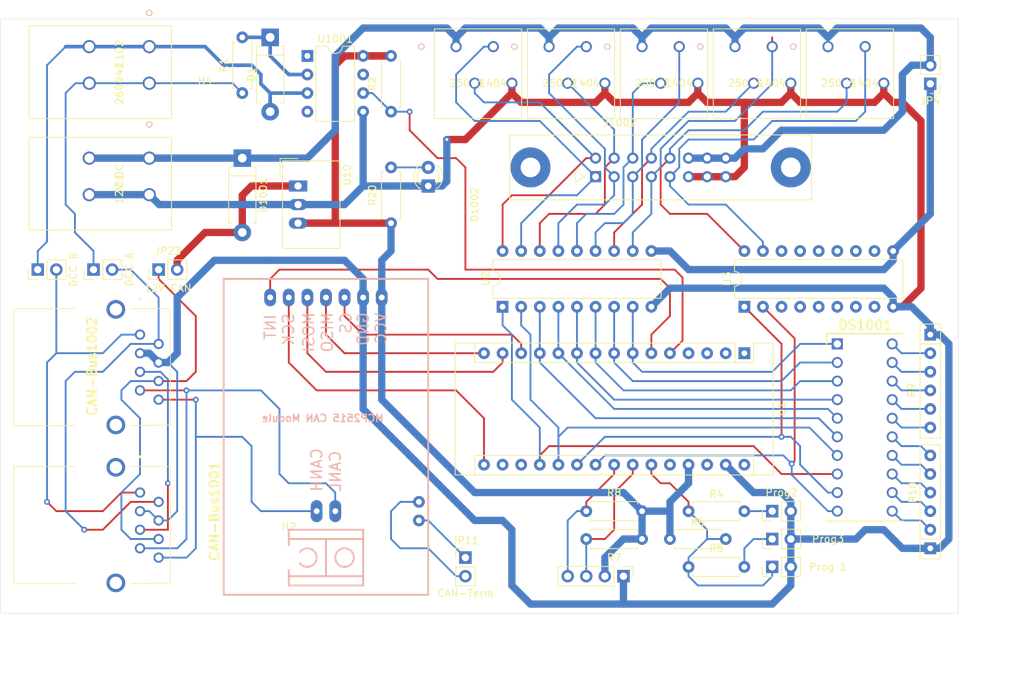
<source format=kicad_pcb>
(kicad_pcb (version 20171130) (host pcbnew 5.1.10)

  (general
    (thickness 1.6)
    (drawings 7)
    (tracks 555)
    (zones 0)
    (modules 43)
    (nets 59)
  )

  (page A4)
  (layers
    (0 F.Cu signal)
    (31 B.Cu signal hide)
    (32 B.Adhes user hide)
    (33 F.Adhes user hide)
    (34 B.Paste user hide)
    (35 F.Paste user hide)
    (36 B.SilkS user hide)
    (37 F.SilkS user hide)
    (38 B.Mask user hide)
    (39 F.Mask user hide)
    (40 Dwgs.User user)
    (41 Cmts.User user hide)
    (42 Eco1.User user hide)
    (43 Eco2.User user hide)
    (44 Edge.Cuts user)
    (45 Margin user hide)
    (46 B.CrtYd user hide)
    (47 F.CrtYd user hide)
    (48 B.Fab user hide)
    (49 F.Fab user hide)
  )

  (setup
    (last_trace_width 0.25)
    (trace_clearance 0.2)
    (zone_clearance 0.508)
    (zone_45_only no)
    (trace_min 0.2)
    (via_size 0.8)
    (via_drill 0.4)
    (via_min_size 0.4)
    (via_min_drill 0.3)
    (uvia_size 0.3)
    (uvia_drill 0.1)
    (uvias_allowed no)
    (uvia_min_size 0.2)
    (uvia_min_drill 0.1)
    (edge_width 0.05)
    (segment_width 0.2)
    (pcb_text_width 0.3)
    (pcb_text_size 1.5 1.5)
    (mod_edge_width 0.12)
    (mod_text_size 1 1)
    (mod_text_width 0.15)
    (pad_size 1.524 1.524)
    (pad_drill 0.762)
    (pad_to_mask_clearance 0)
    (aux_axis_origin 0 0)
    (grid_origin 163.83 62.23)
    (visible_elements FFFFFF7F)
    (pcbplotparams
      (layerselection 0x010fc_ffffffff)
      (usegerberextensions false)
      (usegerberattributes true)
      (usegerberadvancedattributes true)
      (creategerberjobfile true)
      (excludeedgelayer true)
      (linewidth 0.100000)
      (plotframeref false)
      (viasonmask false)
      (mode 1)
      (useauxorigin false)
      (hpglpennumber 1)
      (hpglpenspeed 20)
      (hpglpendiameter 15.000000)
      (psnegative false)
      (psa4output false)
      (plotreference true)
      (plotvalue true)
      (plotinvisibletext false)
      (padsonsilk false)
      (subtractmaskfromsilk false)
      (outputformat 1)
      (mirror false)
      (drillshape 1)
      (scaleselection 1)
      (outputdirectory ""))
  )

  (net 0 "")
  (net 1 +5V)
  (net 2 GND)
  (net 3 "Net-(J1-Pad2)")
  (net 4 "Net-(D1-Pad1)")
  (net 5 +12V)
  (net 6 "Net-(D1-Pad2)")
  (net 7 "Net-(DS1001-Pad1)")
  (net 8 "Net-(DS1001-Pad2)")
  (net 9 "Net-(DS1001-Pad3)")
  (net 10 "Net-(DS1001-Pad4)")
  (net 11 "Net-(DS1001-Pad5)")
  (net 12 "Net-(DS1001-Pad6)")
  (net 13 "Net-(DS1001-Pad7)")
  (net 14 "Net-(DS1001-Pad8)")
  (net 15 "Net-(DS1001-Pad9)")
  (net 16 "Net-(DS1001-Pad10)")
  (net 17 "Net-(DS1001-Pad11)")
  (net 18 "Net-(DS1001-Pad12)")
  (net 19 "Net-(DS1001-Pad13)")
  (net 20 "Net-(DS1001-Pad14)")
  (net 21 "Net-(DS1001-Pad15)")
  (net 22 "Net-(DS1001-Pad16)")
  (net 23 "Net-(DS1001-Pad17)")
  (net 24 "Net-(DS1001-Pad18)")
  (net 25 "Net-(DS1001-Pad19)")
  (net 26 "Net-(DS1001-Pad20)")
  (net 27 "Net-(J1-Pad3)")
  (net 28 "Net-(R2-Pad2)")
  (net 29 "Net-(JP1-Pad1)")
  (net 30 "Net-(JP2-Pad1)")
  (net 31 "Net-(JP3-Pad1)")
  (net 32 "Net-(JP4-Pad1)")
  (net 33 "Net-(J41-Pad3)")
  (net 34 "Net-(D1002-Pad2)")
  (net 35 "Net-(D1001-Pad2)")
  (net 36 "Net-(Shield1001-Pad3)")
  (net 37 "Net-(Shield1001-Pad4)")
  (net 38 "Net-(Shield1001-Pad5)")
  (net 39 "Net-(Shield1001-Pad6)")
  (net 40 "Net-(Shield1001-Pad7)")
  (net 41 "Net-(JP11-Pad2)")
  (net 42 "Net-(JP11-Pad1)")
  (net 43 "Net-(J1001-Pad4)")
  (net 44 "Net-(J1001-Pad3)")
  (net 45 "Net-(J1002-Pad10)")
  (net 46 "Net-(J1002-Pad9)")
  (net 47 "Net-(J1002-Pad8)")
  (net 48 "Net-(J1002-Pad7)")
  (net 49 "Net-(J1002-Pad6)")
  (net 50 "Net-(J1002-Pad5)")
  (net 51 "Net-(J1002-Pad4)")
  (net 52 "Net-(J1002-Pad3)")
  (net 53 "Net-(CAN-Bus1001-Pad8)")
  (net 54 "Net-(CAN-Bus1001-Pad7)")
  (net 55 "Net-(CAN-Bus1001-Pad6)")
  (net 56 "Net-(CAN-Bus1001-Pad5)")
  (net 57 "Net-(CAN-Bus1001-Pad2)")
  (net 58 "Net-(CAN-Bus1001-Pad1)")

  (net_class Default "This is the default net class."
    (clearance 0.2)
    (trace_width 0.25)
    (via_dia 0.8)
    (via_drill 0.4)
    (uvia_dia 0.3)
    (uvia_drill 0.1)
    (add_net +12V)
    (add_net +5V)
    (add_net GND)
    (add_net "Net-(CAN-Bus1001-Pad1)")
    (add_net "Net-(CAN-Bus1001-Pad2)")
    (add_net "Net-(CAN-Bus1001-Pad5)")
    (add_net "Net-(CAN-Bus1001-Pad6)")
    (add_net "Net-(CAN-Bus1001-Pad7)")
    (add_net "Net-(CAN-Bus1001-Pad8)")
    (add_net "Net-(D1-Pad1)")
    (add_net "Net-(D1-Pad2)")
    (add_net "Net-(D1001-Pad2)")
    (add_net "Net-(D1002-Pad2)")
    (add_net "Net-(DS1001-Pad1)")
    (add_net "Net-(DS1001-Pad10)")
    (add_net "Net-(DS1001-Pad11)")
    (add_net "Net-(DS1001-Pad12)")
    (add_net "Net-(DS1001-Pad13)")
    (add_net "Net-(DS1001-Pad14)")
    (add_net "Net-(DS1001-Pad15)")
    (add_net "Net-(DS1001-Pad16)")
    (add_net "Net-(DS1001-Pad17)")
    (add_net "Net-(DS1001-Pad18)")
    (add_net "Net-(DS1001-Pad19)")
    (add_net "Net-(DS1001-Pad2)")
    (add_net "Net-(DS1001-Pad20)")
    (add_net "Net-(DS1001-Pad3)")
    (add_net "Net-(DS1001-Pad4)")
    (add_net "Net-(DS1001-Pad5)")
    (add_net "Net-(DS1001-Pad6)")
    (add_net "Net-(DS1001-Pad7)")
    (add_net "Net-(DS1001-Pad8)")
    (add_net "Net-(DS1001-Pad9)")
    (add_net "Net-(J1-Pad2)")
    (add_net "Net-(J1-Pad3)")
    (add_net "Net-(J1001-Pad3)")
    (add_net "Net-(J1001-Pad4)")
    (add_net "Net-(J1002-Pad10)")
    (add_net "Net-(J1002-Pad3)")
    (add_net "Net-(J1002-Pad4)")
    (add_net "Net-(J1002-Pad5)")
    (add_net "Net-(J1002-Pad6)")
    (add_net "Net-(J1002-Pad7)")
    (add_net "Net-(J1002-Pad8)")
    (add_net "Net-(J1002-Pad9)")
    (add_net "Net-(J41-Pad3)")
    (add_net "Net-(JP1-Pad1)")
    (add_net "Net-(JP11-Pad1)")
    (add_net "Net-(JP11-Pad2)")
    (add_net "Net-(JP2-Pad1)")
    (add_net "Net-(JP3-Pad1)")
    (add_net "Net-(JP4-Pad1)")
    (add_net "Net-(R2-Pad2)")
    (add_net "Net-(Shield1001-Pad3)")
    (add_net "Net-(Shield1001-Pad4)")
    (add_net "Net-(Shield1001-Pad5)")
    (add_net "Net-(Shield1001-Pad6)")
    (add_net "Net-(Shield1001-Pad7)")
  )

  (net_class Power ""
    (clearance 0.5)
    (trace_width 1)
    (via_dia 0.8)
    (via_drill 0.4)
    (uvia_dia 0.3)
    (uvia_drill 0.1)
  )

  (module Pin_Headers:Pin_Header_Straight_1x02_Pitch2.54mm (layer F.Cu) (tedit 59650532) (tstamp 615B8645)
    (at 97.79 95.25)
    (descr "Through hole straight pin header, 1x02, 2.54mm pitch, single row")
    (tags "Through hole pin header THT 1x02 2.54mm single row")
    (path /61A202D7)
    (fp_text reference JP11 (at 0 -2.33) (layer F.SilkS)
      (effects (font (size 1 1) (thickness 0.15)))
    )
    (fp_text value CAN-Term (at 0 4.87) (layer F.SilkS)
      (effects (font (size 1 1) (thickness 0.15)))
    )
    (fp_line (start 1.8 -1.8) (end -1.8 -1.8) (layer F.CrtYd) (width 0.05))
    (fp_line (start 1.8 4.35) (end 1.8 -1.8) (layer F.CrtYd) (width 0.05))
    (fp_line (start -1.8 4.35) (end 1.8 4.35) (layer F.CrtYd) (width 0.05))
    (fp_line (start -1.8 -1.8) (end -1.8 4.35) (layer F.CrtYd) (width 0.05))
    (fp_line (start -1.33 -1.33) (end 0 -1.33) (layer F.SilkS) (width 0.12))
    (fp_line (start -1.33 0) (end -1.33 -1.33) (layer F.SilkS) (width 0.12))
    (fp_line (start -1.33 1.27) (end 1.33 1.27) (layer F.SilkS) (width 0.12))
    (fp_line (start 1.33 1.27) (end 1.33 3.87) (layer F.SilkS) (width 0.12))
    (fp_line (start -1.33 1.27) (end -1.33 3.87) (layer F.SilkS) (width 0.12))
    (fp_line (start -1.33 3.87) (end 1.33 3.87) (layer F.SilkS) (width 0.12))
    (fp_line (start -1.27 -0.635) (end -0.635 -1.27) (layer F.Fab) (width 0.1))
    (fp_line (start -1.27 3.81) (end -1.27 -0.635) (layer F.Fab) (width 0.1))
    (fp_line (start 1.27 3.81) (end -1.27 3.81) (layer F.Fab) (width 0.1))
    (fp_line (start 1.27 -1.27) (end 1.27 3.81) (layer F.Fab) (width 0.1))
    (fp_line (start -0.635 -1.27) (end 1.27 -1.27) (layer F.Fab) (width 0.1))
    (fp_text user %R (at 0 1.27 90) (layer F.Fab)
      (effects (font (size 1 1) (thickness 0.15)))
    )
    (pad 2 thru_hole oval (at 0 2.54) (size 1.7 1.7) (drill 1) (layers *.Cu *.Mask)
      (net 41 "Net-(JP11-Pad2)"))
    (pad 1 thru_hole rect (at 0 0) (size 1.7 1.7) (drill 1) (layers *.Cu *.Mask)
      (net 42 "Net-(JP11-Pad1)"))
    (model ${KISYS3DMOD}/Pin_Headers.3dshapes/Pin_Header_Straight_1x02_Pitch2.54mm.wrl
      (at (xyz 0 0 0))
      (scale (xyz 1 1 1))
      (rotate (xyz 0 0 0))
    )
  )

  (module Resistors_THT:R_Axial_DIN0207_L6.3mm_D2.5mm_P7.62mm_Horizontal (layer F.Cu) (tedit 5874F706) (tstamp 615CD0B9)
    (at 114.3 92.71)
    (descr "Resistor, Axial_DIN0207 series, Axial, Horizontal, pin pitch=7.62mm, 0.25W = 1/4W, length*diameter=6.3*2.5mm^2, http://cdn-reichelt.de/documents/datenblatt/B400/1_4W%23YAG.pdf")
    (tags "Resistor Axial_DIN0207 series Axial Horizontal pin pitch 7.62mm 0.25W = 1/4W length 6.3mm diameter 2.5mm")
    (path /608DEDAC)
    (fp_text reference R7 (at 3.81 2.54) (layer F.SilkS)
      (effects (font (size 1 1) (thickness 0.15)))
    )
    (fp_text value 4k7 (at 3.81 0) (layer F.Fab)
      (effects (font (size 1 1) (thickness 0.15)))
    )
    (fp_line (start 0.66 -1.25) (end 0.66 1.25) (layer F.Fab) (width 0.1))
    (fp_line (start 0.66 1.25) (end 6.96 1.25) (layer F.Fab) (width 0.1))
    (fp_line (start 6.96 1.25) (end 6.96 -1.25) (layer F.Fab) (width 0.1))
    (fp_line (start 6.96 -1.25) (end 0.66 -1.25) (layer F.Fab) (width 0.1))
    (fp_line (start 0 0) (end 0.66 0) (layer F.Fab) (width 0.1))
    (fp_line (start 7.62 0) (end 6.96 0) (layer F.Fab) (width 0.1))
    (fp_line (start 0.6 -0.98) (end 0.6 -1.31) (layer F.SilkS) (width 0.12))
    (fp_line (start 0.6 -1.31) (end 7.02 -1.31) (layer F.SilkS) (width 0.12))
    (fp_line (start 7.02 -1.31) (end 7.02 -0.98) (layer F.SilkS) (width 0.12))
    (fp_line (start 0.6 0.98) (end 0.6 1.31) (layer F.SilkS) (width 0.12))
    (fp_line (start 0.6 1.31) (end 7.02 1.31) (layer F.SilkS) (width 0.12))
    (fp_line (start 7.02 1.31) (end 7.02 0.98) (layer F.SilkS) (width 0.12))
    (fp_line (start -1.05 -1.6) (end -1.05 1.6) (layer F.CrtYd) (width 0.05))
    (fp_line (start -1.05 1.6) (end 8.7 1.6) (layer F.CrtYd) (width 0.05))
    (fp_line (start 8.7 1.6) (end 8.7 -1.6) (layer F.CrtYd) (width 0.05))
    (fp_line (start 8.7 -1.6) (end -1.05 -1.6) (layer F.CrtYd) (width 0.05))
    (pad 2 thru_hole oval (at 7.62 0) (size 1.6 1.6) (drill 0.8) (layers *.Cu *.Mask)
      (net 1 +5V))
    (pad 1 thru_hole circle (at 0 0) (size 1.6 1.6) (drill 0.8) (layers *.Cu *.Mask)
      (net 44 "Net-(J1001-Pad3)"))
    (model ${KISYS3DMOD}/Resistors_THT.3dshapes/R_Axial_DIN0207_L6.3mm_D2.5mm_P7.62mm_Horizontal.wrl
      (at (xyz 0 0 0))
      (scale (xyz 0.393701 0.393701 0.393701))
      (rotate (xyz 0 0 0))
    )
  )

  (module Converters_DCDC_ACDC:DCDC-Conv_TRACO_TSR-1 (layer F.Cu) (tedit 59FE1FB7) (tstamp 615B58C1)
    (at 74.93 44.45 270)
    (descr "DCDC-Converter, TRACO, TSR 1-xxxx")
    (tags "DCDC-Converter TRACO TSR-1")
    (path /61513CB9)
    (fp_text reference U10 (at -1.5 -6.71 90) (layer F.SilkS)
      (effects (font (size 1 1) (thickness 0.15)))
    )
    (fp_text value TSR_1-2450 (at 2.5 3.25 90) (layer F.Fab)
      (effects (font (size 1 1) (thickness 0.15)))
    )
    (fp_line (start -3.75 2.45) (end -1.42 2.45) (layer F.SilkS) (width 0.12))
    (fp_line (start -3.75 0) (end -3.75 2.45) (layer F.SilkS) (width 0.12))
    (fp_line (start -3.3 1) (end -2.3 2) (layer F.Fab) (width 0.1))
    (fp_line (start -3.3 1) (end -3.3 -5.6) (layer F.Fab) (width 0.1))
    (fp_line (start 8.4 2) (end 8.4 -5.6) (layer F.Fab) (width 0.1))
    (fp_line (start -3.3 -5.6) (end 8.4 -5.6) (layer F.Fab) (width 0.1))
    (fp_line (start -3.55 2.25) (end -3.55 -5.85) (layer F.CrtYd) (width 0.05))
    (fp_line (start 8.65 2.25) (end -3.55 2.25) (layer F.CrtYd) (width 0.05))
    (fp_line (start 8.65 -5.85) (end 8.65 2.25) (layer F.CrtYd) (width 0.05))
    (fp_line (start -3.55 -5.85) (end 8.65 -5.85) (layer F.CrtYd) (width 0.05))
    (fp_line (start 8.52 2.12) (end -3.42 2.12) (layer F.SilkS) (width 0.12))
    (fp_line (start 8.52 -5.73) (end 8.52 2.12) (layer F.SilkS) (width 0.12))
    (fp_line (start -3.42 -5.73) (end 8.52 -5.73) (layer F.SilkS) (width 0.12))
    (fp_line (start -3.42 2.12) (end -3.42 -5.73) (layer F.SilkS) (width 0.12))
    (fp_line (start -2.3 2) (end 8.4 2) (layer F.Fab) (width 0.1))
    (fp_text user %R (at 3 -3 90) (layer F.Fab)
      (effects (font (size 1 1) (thickness 0.15)))
    )
    (pad 1 thru_hole rect (at 0 0 270) (size 1.5 2.5) (drill 1) (layers *.Cu *.Mask)
      (net 35 "Net-(D1001-Pad2)"))
    (pad 2 thru_hole oval (at 2.54 0 270) (size 1.5 2.5) (drill 1) (layers *.Cu *.Mask)
      (net 2 GND))
    (pad 3 thru_hole oval (at 5.08 0 270) (size 1.5 2.5) (drill 1) (layers *.Cu *.Mask)
      (net 1 +5V))
    (model ${KISYS3DMOD}/Converters_DCDC_ACDC.3dshapes/DCDC-Conv_TRACO_TSR-1.wrl
      (at (xyz 0 0 0))
      (scale (xyz 1 1 1))
      (rotate (xyz 0 0 0))
    )
  )

  (module Diodes_THT:D_DO-15_P10.16mm_Horizontal (layer F.Cu) (tedit 5921392E) (tstamp 615B605B)
    (at 71.12 24.13 270)
    (descr "D, DO-15 series, Axial, Horizontal, pin pitch=10.16mm, , length*diameter=7.6*3.6mm^2, , http://www.diodes.com/_files/packages/DO-15.pdf")
    (tags "D DO-15 series Axial Horizontal pin pitch 10.16mm  length 7.6mm diameter 3.6mm")
    (path /61525ABE)
    (fp_text reference D1 (at 5.08 2.54 90) (layer F.SilkS)
      (effects (font (size 1 1) (thickness 0.15)))
    )
    (fp_text value 1N4004 (at 5.08 0 90) (layer F.Fab)
      (effects (font (size 1 1) (thickness 0.15)))
    )
    (fp_line (start 1.28 -1.8) (end 1.28 1.8) (layer F.Fab) (width 0.1))
    (fp_line (start 1.28 1.8) (end 8.88 1.8) (layer F.Fab) (width 0.1))
    (fp_line (start 8.88 1.8) (end 8.88 -1.8) (layer F.Fab) (width 0.1))
    (fp_line (start 8.88 -1.8) (end 1.28 -1.8) (layer F.Fab) (width 0.1))
    (fp_line (start 0 0) (end 1.28 0) (layer F.Fab) (width 0.1))
    (fp_line (start 10.16 0) (end 8.88 0) (layer F.Fab) (width 0.1))
    (fp_line (start 2.42 -1.8) (end 2.42 1.8) (layer F.Fab) (width 0.1))
    (fp_line (start 1.22 -1.38) (end 1.22 -1.86) (layer F.SilkS) (width 0.12))
    (fp_line (start 1.22 -1.86) (end 8.94 -1.86) (layer F.SilkS) (width 0.12))
    (fp_line (start 8.94 -1.86) (end 8.94 -1.38) (layer F.SilkS) (width 0.12))
    (fp_line (start 1.22 1.38) (end 1.22 1.86) (layer F.SilkS) (width 0.12))
    (fp_line (start 1.22 1.86) (end 8.94 1.86) (layer F.SilkS) (width 0.12))
    (fp_line (start 8.94 1.86) (end 8.94 1.38) (layer F.SilkS) (width 0.12))
    (fp_line (start 2.42 -1.86) (end 2.42 1.86) (layer F.SilkS) (width 0.12))
    (fp_line (start -1.45 -2.15) (end -1.45 2.15) (layer F.CrtYd) (width 0.05))
    (fp_line (start -1.45 2.15) (end 11.65 2.15) (layer F.CrtYd) (width 0.05))
    (fp_line (start 11.65 2.15) (end 11.65 -2.15) (layer F.CrtYd) (width 0.05))
    (fp_line (start 11.65 -2.15) (end -1.45 -2.15) (layer F.CrtYd) (width 0.05))
    (fp_text user %R (at 5.08 0 90) (layer F.Fab) hide
      (effects (font (size 1 1) (thickness 0.15)))
    )
    (pad 1 thru_hole rect (at 0 0 270) (size 2.4 2.4) (drill 1.2) (layers *.Cu *.Mask)
      (net 4 "Net-(D1-Pad1)"))
    (pad 2 thru_hole oval (at 10.16 0 270) (size 2.4 2.4) (drill 1.2) (layers *.Cu *.Mask)
      (net 6 "Net-(D1-Pad2)"))
    (model ${KISYS3DMOD}/Diodes_THT.3dshapes/D_DO-15_P10.16mm_Horizontal.wrl
      (at (xyz 0 0 0))
      (scale (xyz 0.393701 0.393701 0.393701))
      (rotate (xyz 0 0 0))
    )
  )

  (module Pin_Headers:Pin_Header_Straight_1x02_Pitch2.54mm (layer F.Cu) (tedit 59650532) (tstamp 615CD079)
    (at 46.99 55.88 90)
    (descr "Through hole straight pin header, 1x02, 2.54mm pitch, single row")
    (tags "Through hole pin header THT 1x02 2.54mm single row")
    (path /64C690BF)
    (fp_text reference JP42 (at 0 -2.33 90) (layer F.SilkS) hide
      (effects (font (size 1 1) (thickness 0.15)))
    )
    (fp_text value "DCC A" (at 0 4.87 90) (layer F.SilkS)
      (effects (font (size 1 1) (thickness 0.15)))
    )
    (fp_line (start 1.8 -1.8) (end -1.8 -1.8) (layer F.CrtYd) (width 0.05))
    (fp_line (start 1.8 4.35) (end 1.8 -1.8) (layer F.CrtYd) (width 0.05))
    (fp_line (start -1.8 4.35) (end 1.8 4.35) (layer F.CrtYd) (width 0.05))
    (fp_line (start -1.8 -1.8) (end -1.8 4.35) (layer F.CrtYd) (width 0.05))
    (fp_line (start -1.33 -1.33) (end 0 -1.33) (layer F.SilkS) (width 0.12))
    (fp_line (start -1.33 0) (end -1.33 -1.33) (layer F.SilkS) (width 0.12))
    (fp_line (start -1.33 1.27) (end 1.33 1.27) (layer F.SilkS) (width 0.12))
    (fp_line (start 1.33 1.27) (end 1.33 3.87) (layer F.SilkS) (width 0.12))
    (fp_line (start -1.33 1.27) (end -1.33 3.87) (layer F.SilkS) (width 0.12))
    (fp_line (start -1.33 3.87) (end 1.33 3.87) (layer F.SilkS) (width 0.12))
    (fp_line (start -1.27 -0.635) (end -0.635 -1.27) (layer F.Fab) (width 0.1))
    (fp_line (start -1.27 3.81) (end -1.27 -0.635) (layer F.Fab) (width 0.1))
    (fp_line (start 1.27 3.81) (end -1.27 3.81) (layer F.Fab) (width 0.1))
    (fp_line (start 1.27 -1.27) (end 1.27 3.81) (layer F.Fab) (width 0.1))
    (fp_line (start -0.635 -1.27) (end 1.27 -1.27) (layer F.Fab) (width 0.1))
    (fp_text user %R (at 0 1.27) (layer F.Fab)
      (effects (font (size 1 1) (thickness 0.15)))
    )
    (pad 1 thru_hole rect (at 0 0 90) (size 1.7 1.7) (drill 1) (layers *.Cu *.Mask)
      (net 33 "Net-(J41-Pad3)"))
    (pad 2 thru_hole oval (at 0 2.54 90) (size 1.7 1.7) (drill 1) (layers *.Cu *.Mask)
      (net 57 "Net-(CAN-Bus1001-Pad2)"))
    (model ${KISYS3DMOD}/Pin_Headers.3dshapes/Pin_Header_Straight_1x02_Pitch2.54mm.wrl
      (at (xyz 0 0 0))
      (scale (xyz 1 1 1))
      (rotate (xyz 0 0 0))
    )
  )

  (module Package_DIP:DIP-18_W7.62mm (layer F.Cu) (tedit 5A02E8C5) (tstamp 6056975B)
    (at 135.89 60.96 90)
    (descr "18-lead though-hole mounted DIP package, row spacing 7.62 mm (300 mils)")
    (tags "THT DIP DIL PDIP 2.54mm 7.62mm 300mil")
    (path /606E8064)
    (fp_text reference U3 (at 3.81 -2.33 90) (layer F.SilkS)
      (effects (font (size 1 1) (thickness 0.15)))
    )
    (fp_text value ULN2803A (at 3.81 22.65 90) (layer F.Fab)
      (effects (font (size 1 1) (thickness 0.15)))
    )
    (fp_line (start 8.7 -1.55) (end -1.1 -1.55) (layer F.CrtYd) (width 0.05))
    (fp_line (start 8.7 21.85) (end 8.7 -1.55) (layer F.CrtYd) (width 0.05))
    (fp_line (start -1.1 21.85) (end 8.7 21.85) (layer F.CrtYd) (width 0.05))
    (fp_line (start -1.1 -1.55) (end -1.1 21.85) (layer F.CrtYd) (width 0.05))
    (fp_line (start 6.46 -1.33) (end 4.81 -1.33) (layer F.SilkS) (width 0.12))
    (fp_line (start 6.46 21.65) (end 6.46 -1.33) (layer F.SilkS) (width 0.12))
    (fp_line (start 1.16 21.65) (end 6.46 21.65) (layer F.SilkS) (width 0.12))
    (fp_line (start 1.16 -1.33) (end 1.16 21.65) (layer F.SilkS) (width 0.12))
    (fp_line (start 2.81 -1.33) (end 1.16 -1.33) (layer F.SilkS) (width 0.12))
    (fp_line (start 0.635 -0.27) (end 1.635 -1.27) (layer F.Fab) (width 0.1))
    (fp_line (start 0.635 21.59) (end 0.635 -0.27) (layer F.Fab) (width 0.1))
    (fp_line (start 6.985 21.59) (end 0.635 21.59) (layer F.Fab) (width 0.1))
    (fp_line (start 6.985 -1.27) (end 6.985 21.59) (layer F.Fab) (width 0.1))
    (fp_line (start 1.635 -1.27) (end 6.985 -1.27) (layer F.Fab) (width 0.1))
    (fp_text user %R (at 3.81 10.16 90) (layer F.Fab)
      (effects (font (size 1 1) (thickness 0.15)))
    )
    (fp_arc (start 3.81 -1.33) (end 2.81 -1.33) (angle -180) (layer F.SilkS) (width 0.12))
    (pad 18 thru_hole oval (at 7.62 0 90) (size 1.6 1.6) (drill 0.8) (layers *.Cu *.Mask)
      (net 45 "Net-(J1002-Pad10)"))
    (pad 9 thru_hole oval (at 0 20.32 90) (size 1.6 1.6) (drill 0.8) (layers *.Cu *.Mask)
      (net 2 GND))
    (pad 17 thru_hole oval (at 7.62 2.54 90) (size 1.6 1.6) (drill 0.8) (layers *.Cu *.Mask)
      (net 46 "Net-(J1002-Pad9)"))
    (pad 8 thru_hole oval (at 0 17.78 90) (size 1.6 1.6) (drill 0.8) (layers *.Cu *.Mask))
    (pad 16 thru_hole oval (at 7.62 5.08 90) (size 1.6 1.6) (drill 0.8) (layers *.Cu *.Mask))
    (pad 7 thru_hole oval (at 0 15.24 90) (size 1.6 1.6) (drill 0.8) (layers *.Cu *.Mask))
    (pad 15 thru_hole oval (at 7.62 7.62 90) (size 1.6 1.6) (drill 0.8) (layers *.Cu *.Mask))
    (pad 6 thru_hole oval (at 0 12.7 90) (size 1.6 1.6) (drill 0.8) (layers *.Cu *.Mask))
    (pad 14 thru_hole oval (at 7.62 10.16 90) (size 1.6 1.6) (drill 0.8) (layers *.Cu *.Mask))
    (pad 5 thru_hole oval (at 0 10.16 90) (size 1.6 1.6) (drill 0.8) (layers *.Cu *.Mask))
    (pad 13 thru_hole oval (at 7.62 12.7 90) (size 1.6 1.6) (drill 0.8) (layers *.Cu *.Mask))
    (pad 4 thru_hole oval (at 0 7.62 90) (size 1.6 1.6) (drill 0.8) (layers *.Cu *.Mask))
    (pad 12 thru_hole oval (at 7.62 15.24 90) (size 1.6 1.6) (drill 0.8) (layers *.Cu *.Mask))
    (pad 3 thru_hole oval (at 0 5.08 90) (size 1.6 1.6) (drill 0.8) (layers *.Cu *.Mask))
    (pad 11 thru_hole oval (at 7.62 17.78 90) (size 1.6 1.6) (drill 0.8) (layers *.Cu *.Mask))
    (pad 2 thru_hole oval (at 0 2.54 90) (size 1.6 1.6) (drill 0.8) (layers *.Cu *.Mask)
      (net 16 "Net-(DS1001-Pad10)"))
    (pad 10 thru_hole oval (at 7.62 20.32 90) (size 1.6 1.6) (drill 0.8) (layers *.Cu *.Mask)
      (net 32 "Net-(JP4-Pad1)"))
    (pad 1 thru_hole rect (at 0 0 90) (size 1.6 1.6) (drill 0.8) (layers *.Cu *.Mask)
      (net 15 "Net-(DS1001-Pad9)"))
    (model ${KICAD6_3DMODEL_DIR}/Package_DIP.3dshapes/DIP-18_W7.62mm.wrl
      (at (xyz 0 0 0))
      (scale (xyz 1 1 1))
      (rotate (xyz 0 0 0))
    )
  )

  (module Wago:250-1404 (layer F.Cu) (tedit 0) (tstamp 615B43F1)
    (at 109.22 25.4)
    (path /616186ED)
    (fp_text reference J2 (at 2.989834 5) (layer F.SilkS)
      (effects (font (size 1 1) (thickness 0.15)))
    )
    (fp_text value 250-1404 (at 2.989834 5) (layer F.SilkS)
      (effects (font (size 1 1) (thickness 0.15)))
    )
    (fp_circle (center 0 1.905) (end 0.381 1.905) (layer F.Fab) (width 0.1))
    (fp_circle (center -4.745166 0) (end -4.364166 0) (layer B.SilkS) (width 0.12))
    (fp_circle (center -4.745166 0) (end -4.364166 0) (layer F.SilkS) (width 0.12))
    (fp_line (start 9.073835 -2.554001) (end -3.094167 -2.554001) (layer F.CrtYd) (width 0.05))
    (fp_line (start 9.073835 9.953999) (end 9.073835 -2.554001) (layer F.CrtYd) (width 0.05))
    (fp_line (start -3.094167 9.953999) (end 9.073835 9.953999) (layer F.CrtYd) (width 0.05))
    (fp_line (start -3.094167 -2.554001) (end -3.094167 9.953999) (layer F.CrtYd) (width 0.05))
    (fp_line (start -2.840167 -2.300001) (end -2.840167 9.699999) (layer F.Fab) (width 0.1))
    (fp_line (start 8.819835 -2.300001) (end -2.840167 -2.300001) (layer F.Fab) (width 0.1))
    (fp_line (start 8.819835 9.699999) (end 8.819835 -2.300001) (layer F.Fab) (width 0.1))
    (fp_line (start -2.840167 9.699999) (end 8.819835 9.699999) (layer F.Fab) (width 0.1))
    (fp_line (start -2.967167 -2.427001) (end -2.967167 9.826999) (layer F.SilkS) (width 0.12))
    (fp_line (start 8.946835 -2.427001) (end -2.967167 -2.427001) (layer F.SilkS) (width 0.12))
    (fp_line (start 8.946835 9.826999) (end 8.946835 -2.427001) (layer F.SilkS) (width 0.12))
    (fp_line (start -2.967167 9.826999) (end 8.946835 9.826999) (layer F.SilkS) (width 0.12))
    (fp_text user * (at 0 0) (layer F.Fab)
      (effects (font (size 1 1) (thickness 0.15)))
    )
    (fp_text user * (at 0 0) (layer F.SilkS)
      (effects (font (size 1 1) (thickness 0.15)))
    )
    (fp_text user "Copyright 2021 Accelerated Designs. All rights reserved." (at 0 0) (layer Cmts.User)
      (effects (font (size 0.127 0.127) (thickness 0.002)))
    )
    (pad 4 thru_hole circle (at 7.62 5) (size 1.524 1.524) (drill 1.016) (layers *.Cu *.Mask)
      (net 2 GND))
    (pad 3 thru_hole circle (at 5.08 0) (size 1.524 1.524) (drill 1.016) (layers *.Cu *.Mask)
      (net 52 "Net-(J1002-Pad3)"))
    (pad 2 thru_hole circle (at 2.54 5) (size 1.524 1.524) (drill 1.016) (layers *.Cu *.Mask)
      (net 51 "Net-(J1002-Pad4)"))
    (pad 1 thru_hole circle (at 0 0) (size 1.524 1.524) (drill 1.016) (layers *.Cu *.Mask)
      (net 5 +12V))
  )

  (module Modules:Arduino_Nano (layer F.Cu) (tedit 58ACAF70) (tstamp 6056A1BE)
    (at 135.89 67.31 270)
    (descr "Arduino Nano, http://www.mouser.com/pdfdocs/Gravitech_Arduino_Nano3_0.pdf")
    (tags "Arduino Nano")
    (path /60416171)
    (fp_text reference U1 (at 7.62 -5.08 90) (layer F.SilkS)
      (effects (font (size 1 1) (thickness 0.15)))
    )
    (fp_text value Arduino_Nano (at 8.89 19.05) (layer F.Fab)
      (effects (font (size 1 1) (thickness 0.15)))
    )
    (fp_line (start 1.27 1.27) (end 1.27 -1.27) (layer F.SilkS) (width 0.12))
    (fp_line (start 1.27 -1.27) (end -1.4 -1.27) (layer F.SilkS) (width 0.12))
    (fp_line (start -1.4 1.27) (end -1.4 39.5) (layer F.SilkS) (width 0.12))
    (fp_line (start -1.4 -3.94) (end -1.4 -1.27) (layer F.SilkS) (width 0.12))
    (fp_line (start 13.97 -1.27) (end 16.64 -1.27) (layer F.SilkS) (width 0.12))
    (fp_line (start 13.97 -1.27) (end 13.97 36.83) (layer F.SilkS) (width 0.12))
    (fp_line (start 13.97 36.83) (end 16.64 36.83) (layer F.SilkS) (width 0.12))
    (fp_line (start 1.27 1.27) (end -1.4 1.27) (layer F.SilkS) (width 0.12))
    (fp_line (start 1.27 1.27) (end 1.27 36.83) (layer F.SilkS) (width 0.12))
    (fp_line (start 1.27 36.83) (end -1.4 36.83) (layer F.SilkS) (width 0.12))
    (fp_line (start 3.81 31.75) (end 11.43 31.75) (layer F.Fab) (width 0.1))
    (fp_line (start 11.43 31.75) (end 11.43 41.91) (layer F.Fab) (width 0.1))
    (fp_line (start 11.43 41.91) (end 3.81 41.91) (layer F.Fab) (width 0.1))
    (fp_line (start 3.81 41.91) (end 3.81 31.75) (layer F.Fab) (width 0.1))
    (fp_line (start -1.4 39.5) (end 16.64 39.5) (layer F.SilkS) (width 0.12))
    (fp_line (start 16.64 39.5) (end 16.64 -3.94) (layer F.SilkS) (width 0.12))
    (fp_line (start 16.64 -3.94) (end -1.4 -3.94) (layer F.SilkS) (width 0.12))
    (fp_line (start 16.51 39.37) (end -1.27 39.37) (layer F.Fab) (width 0.1))
    (fp_line (start -1.27 39.37) (end -1.27 -2.54) (layer F.Fab) (width 0.1))
    (fp_line (start -1.27 -2.54) (end 0 -3.81) (layer F.Fab) (width 0.1))
    (fp_line (start 0 -3.81) (end 16.51 -3.81) (layer F.Fab) (width 0.1))
    (fp_line (start 16.51 -3.81) (end 16.51 39.37) (layer F.Fab) (width 0.1))
    (fp_line (start -1.53 -4.06) (end 16.75 -4.06) (layer F.CrtYd) (width 0.05))
    (fp_line (start -1.53 -4.06) (end -1.53 42.16) (layer F.CrtYd) (width 0.05))
    (fp_line (start 16.75 42.16) (end 16.75 -4.06) (layer F.CrtYd) (width 0.05))
    (fp_line (start 16.75 42.16) (end -1.53 42.16) (layer F.CrtYd) (width 0.05))
    (fp_text user %R (at 6.35 19.05) (layer F.Fab)
      (effects (font (size 1 1) (thickness 0.15)))
    )
    (pad 1 thru_hole rect (at 0 0 270) (size 1.6 1.6) (drill 0.8) (layers *.Cu *.Mask))
    (pad 17 thru_hole oval (at 15.24 33.02 270) (size 1.6 1.6) (drill 0.8) (layers *.Cu *.Mask))
    (pad 2 thru_hole oval (at 0 2.54 270) (size 1.6 1.6) (drill 0.8) (layers *.Cu *.Mask))
    (pad 18 thru_hole oval (at 15.24 30.48 270) (size 1.6 1.6) (drill 0.8) (layers *.Cu *.Mask))
    (pad 3 thru_hole oval (at 0 5.08 270) (size 1.6 1.6) (drill 0.8) (layers *.Cu *.Mask))
    (pad 19 thru_hole oval (at 15.24 27.94 270) (size 1.6 1.6) (drill 0.8) (layers *.Cu *.Mask)
      (net 14 "Net-(DS1001-Pad8)"))
    (pad 4 thru_hole oval (at 0 7.62 270) (size 1.6 1.6) (drill 0.8) (layers *.Cu *.Mask))
    (pad 20 thru_hole oval (at 15.24 25.4 270) (size 1.6 1.6) (drill 0.8) (layers *.Cu *.Mask)
      (net 13 "Net-(DS1001-Pad7)"))
    (pad 5 thru_hole oval (at 0 10.16 270) (size 1.6 1.6) (drill 0.8) (layers *.Cu *.Mask)
      (net 28 "Net-(R2-Pad2)"))
    (pad 21 thru_hole oval (at 15.24 22.86 270) (size 1.6 1.6) (drill 0.8) (layers *.Cu *.Mask)
      (net 15 "Net-(DS1001-Pad9)"))
    (pad 6 thru_hole oval (at 0 12.7 270) (size 1.6 1.6) (drill 0.8) (layers *.Cu *.Mask)
      (net 40 "Net-(Shield1001-Pad7)"))
    (pad 22 thru_hole oval (at 15.24 20.32 270) (size 1.6 1.6) (drill 0.8) (layers *.Cu *.Mask)
      (net 16 "Net-(DS1001-Pad10)"))
    (pad 7 thru_hole oval (at 0 15.24 270) (size 1.6 1.6) (drill 0.8) (layers *.Cu *.Mask)
      (net 7 "Net-(DS1001-Pad1)"))
    (pad 23 thru_hole oval (at 15.24 17.78 270) (size 1.6 1.6) (drill 0.8) (layers *.Cu *.Mask)
      (net 43 "Net-(J1001-Pad4)"))
    (pad 8 thru_hole oval (at 0 17.78 270) (size 1.6 1.6) (drill 0.8) (layers *.Cu *.Mask)
      (net 8 "Net-(DS1001-Pad2)"))
    (pad 24 thru_hole oval (at 15.24 15.24 270) (size 1.6 1.6) (drill 0.8) (layers *.Cu *.Mask)
      (net 44 "Net-(J1001-Pad3)"))
    (pad 9 thru_hole oval (at 0 20.32 270) (size 1.6 1.6) (drill 0.8) (layers *.Cu *.Mask)
      (net 9 "Net-(DS1001-Pad3)"))
    (pad 25 thru_hole oval (at 15.24 12.7 270) (size 1.6 1.6) (drill 0.8) (layers *.Cu *.Mask)
      (net 29 "Net-(JP1-Pad1)"))
    (pad 10 thru_hole oval (at 0 22.86 270) (size 1.6 1.6) (drill 0.8) (layers *.Cu *.Mask)
      (net 10 "Net-(DS1001-Pad4)"))
    (pad 26 thru_hole oval (at 15.24 10.16 270) (size 1.6 1.6) (drill 0.8) (layers *.Cu *.Mask))
    (pad 11 thru_hole oval (at 0 25.4 270) (size 1.6 1.6) (drill 0.8) (layers *.Cu *.Mask)
      (net 11 "Net-(DS1001-Pad5)"))
    (pad 27 thru_hole oval (at 15.24 7.62 270) (size 1.6 1.6) (drill 0.8) (layers *.Cu *.Mask)
      (net 1 +5V))
    (pad 12 thru_hole oval (at 0 27.94 270) (size 1.6 1.6) (drill 0.8) (layers *.Cu *.Mask)
      (net 12 "Net-(DS1001-Pad6)"))
    (pad 28 thru_hole oval (at 15.24 5.08 270) (size 1.6 1.6) (drill 0.8) (layers *.Cu *.Mask))
    (pad 13 thru_hole oval (at 0 30.48 270) (size 1.6 1.6) (drill 0.8) (layers *.Cu *.Mask)
      (net 36 "Net-(Shield1001-Pad3)"))
    (pad 29 thru_hole oval (at 15.24 2.54 270) (size 1.6 1.6) (drill 0.8) (layers *.Cu *.Mask)
      (net 2 GND))
    (pad 14 thru_hole oval (at 0 33.02 270) (size 1.6 1.6) (drill 0.8) (layers *.Cu *.Mask)
      (net 38 "Net-(Shield1001-Pad5)"))
    (pad 30 thru_hole oval (at 15.24 0 270) (size 1.6 1.6) (drill 0.8) (layers *.Cu *.Mask))
    (pad 15 thru_hole oval (at 0 35.56 270) (size 1.6 1.6) (drill 0.8) (layers *.Cu *.Mask)
      (net 37 "Net-(Shield1001-Pad4)"))
    (pad 16 thru_hole oval (at 15.24 35.56 270) (size 1.6 1.6) (drill 0.8) (layers *.Cu *.Mask)
      (net 39 "Net-(Shield1001-Pad6)"))
  )

  (module CAN-BUS-MODULE:MCP2515_CAN_MODULE_BY0-10 (layer B.Cu) (tedit 615B7DE9) (tstamp 615B7AA8)
    (at 92.71 57.15 180)
    (path /60585225)
    (fp_text reference Shield1001 (at 15.24 -12.7 180) (layer B.SilkS) hide
      (effects (font (size 1 1) (thickness 0.15)) (justify mirror))
    )
    (fp_text value CAN-BUS_MODULE_TJA1050 (at 13.97 -15.24 180) (layer B.Fab)
      (effects (font (size 1 1) (thickness 0.15)) (justify mirror))
    )
    (fp_circle (center 11.43 -38.1) (end 11.43 -39.37) (layer B.SilkS) (width 0.254))
    (fp_circle (center 16.51 -38.1) (end 16.51 -39.37) (layer B.SilkS) (width 0.254))
    (fp_line (start 8.89 -40.64) (end 19.05 -40.64) (layer B.SilkS) (width 0.249999))
    (fp_line (start 13.97 -35.56) (end 13.97 -40.64) (layer B.SilkS) (width 0.249999))
    (fp_line (start 19.05 -35.56) (end 8.89 -35.56) (layer B.SilkS) (width 0.249999))
    (fp_line (start 8.89 -34.29) (end 8.89 -34.29) (layer B.SilkS) (width 0.249999))
    (fp_line (start 8.89 -41.91) (end 8.89 -34.29) (layer B.SilkS) (width 0.249999))
    (fp_line (start 19.05 -41.91) (end 8.89 -41.91) (layer B.SilkS) (width 0.249999))
    (fp_line (start 19.05 -34.29) (end 19.05 -41.91) (layer B.SilkS) (width 0.249999))
    (fp_line (start 8.89 -34.29) (end 19.05 -34.29) (layer B.SilkS) (width 0.249999))
    (fp_line (start 27.94 0) (end 22.86 0) (layer B.SilkS) (width 0.249999))
    (fp_line (start 27.94 -43.18) (end 27.94 0) (layer B.SilkS) (width 0.249999))
    (fp_line (start 0 -43.18) (end 27.94 -43.18) (layer B.SilkS) (width 0.249999))
    (fp_line (start 0 0) (end 0 -43.18) (layer B.SilkS) (width 0.249999))
    (fp_line (start 22.86 0) (end 0 0) (layer B.SilkS) (width 0.249999))
    (fp_text user VCC (at 6.448204 -9.041669 90) (layer B.SilkS)
      (effects (font (size 1.499997 1.499997) (thickness 0.2032)) (justify right mirror))
    )
    (fp_text user CANH (at 15.24 -29.21 90) (layer B.SilkS)
      (effects (font (size 1.499997 1.499997) (thickness 0.2032)) (justify right mirror))
    )
    (fp_text user CANL (at 12.7 -29.21 90) (layer B.SilkS)
      (effects (font (size 1.499997 1.499997) (thickness 0.2032)) (justify right mirror))
    )
    (fp_text user INT (at 21.585903 -8.424503 90) (layer B.SilkS)
      (effects (font (size 1.499997 1.499997) (thickness 0.2032)) (justify right mirror))
    )
    (fp_text user SCK (at 19.090798 -9.2739 90) (layer B.SilkS)
      (effects (font (size 1.499997 1.499997) (thickness 0.2032)) (justify right mirror))
    )
    (fp_text user MOSI (at 16.327119 -10.16 90) (layer B.SilkS)
      (effects (font (size 1.499997 1.499997) (thickness 0.2032)) (justify right mirror))
    )
    (fp_text user MISO (at 13.787119 -10.16 90) (layer B.SilkS)
      (effects (font (size 1.499997 1.499997) (thickness 0.2032)) (justify right mirror))
    )
    (fp_text user CS (at 11.247119 -7.62 90) (layer B.SilkS)
      (effects (font (size 1.499997 1.499997) (thickness 0.2032)) (justify right mirror))
    )
    (fp_text user GND (at 8.898026 -9.2739 90) (layer B.SilkS)
      (effects (font (size 1.499997 1.499997) (thickness 0.2032)) (justify right mirror))
    )
    (fp_text user "MCP2515 CAN Module" (at 22.86 -19.05 180) (layer B.SilkS)
      (effects (font (size 0.999998 0.999998) (thickness 0.2032)) (justify right mirror))
    )
    (pad 1.1 thru_hole circle (at 1.27 -33.02 180) (size 1.599997 1.599997) (drill 0.799998) (layers *.Cu *.Mask)
      (net 42 "Net-(JP11-Pad1)"))
    (pad 1.2 thru_hole circle (at 1.27 -30.48 180) (size 1.599997 1.599997) (drill 0.799998) (layers *.Cu *.Mask)
      (net 41 "Net-(JP11-Pad2)"))
    (pad "" np_thru_hole circle (at 25.4 -40.64 180) (size 2.54 2.54) (drill 2.54) (layers *.Cu *.Mask))
    (pad "" np_thru_hole circle (at 2.54 -40.64 180) (size 2.54 2.54) (drill 2.54) (layers *.Cu *.Mask))
    (pad "" np_thru_hole circle (at 2.54 -2.54 180) (size 2.54 2.54) (drill 2.54) (layers *.Cu *.Mask))
    (pad "" np_thru_hole circle (at 25.4 -2.54 180) (size 2.54 2.54) (drill 2.54) (layers *.Cu *.Mask))
    (pad L thru_hole oval (at 12.7 -31.75 180) (size 1.599997 2.999994) (drill 0.799998) (layers *.Cu *.Mask)
      (net 54 "Net-(CAN-Bus1001-Pad7)"))
    (pad H thru_hole oval (at 15.24 -31.75 180) (size 1.599997 2.999994) (drill 0.799998) (layers *.Cu *.Mask)
      (net 53 "Net-(CAN-Bus1001-Pad8)"))
    (pad 1 thru_hole oval (at 6.35 -2.54 180) (size 1.599997 2.400046) (drill 0.799998) (layers *.Cu *.Mask)
      (net 1 +5V))
    (pad 2 thru_hole oval (at 8.89 -2.54 180) (size 1.599997 2.400046) (drill 0.799998) (layers *.Cu *.Mask)
      (net 2 GND))
    (pad 3 thru_hole oval (at 11.43 -2.54 180) (size 1.599997 2.400046) (drill 0.799998) (layers *.Cu *.Mask)
      (net 36 "Net-(Shield1001-Pad3)"))
    (pad 4 thru_hole oval (at 13.97 -2.54) (size 1.599997 2.400046) (drill 0.799998) (layers *.Cu *.Mask)
      (net 37 "Net-(Shield1001-Pad4)"))
    (pad 5 thru_hole oval (at 16.51 -2.54 180) (size 1.599997 2.400046) (drill 0.799998) (layers *.Cu *.Mask)
      (net 38 "Net-(Shield1001-Pad5)"))
    (pad 6 thru_hole oval (at 19.05 -2.54 180) (size 1.599997 2.400046) (drill 0.799998) (layers *.Cu *.Mask)
      (net 39 "Net-(Shield1001-Pad6)"))
    (pad 7 thru_hole oval (at 21.59 -2.54 180) (size 1.599997 2.400046) (drill 0.799998) (layers *.Cu *.Mask)
      (net 40 "Net-(Shield1001-Pad7)"))
  )

  (module CONN_2604-1102_4_WAG (layer F.Cu) (tedit 0) (tstamp 615B701F)
    (at 54.61 25.4 270)
    (path /615D8C87)
    (fp_text reference J41 (at 3.499998 4.099999 90) (layer F.SilkS)
      (effects (font (size 1 1) (thickness 0.15)))
    )
    (fp_text value 2604-1102 (at 3.499998 4.099999 90) (layer F.SilkS)
      (effects (font (size 1 1) (thickness 0.15)))
    )
    (fp_line (start -2.827002 16.4294) (end 9.826998 16.4294) (layer F.SilkS) (width 0.12))
    (fp_line (start 9.826998 16.4294) (end 9.826998 -3.027) (layer F.SilkS) (width 0.12))
    (fp_line (start 9.826998 -3.027) (end -2.827002 -3.027) (layer F.SilkS) (width 0.12))
    (fp_line (start -2.827002 -3.027) (end -2.827002 16.4294) (layer F.SilkS) (width 0.12))
    (fp_line (start -2.700002 16.3024) (end 9.699998 16.3024) (layer F.Fab) (width 0.1))
    (fp_line (start 9.699998 16.3024) (end 9.699998 -2.9) (layer F.Fab) (width 0.1))
    (fp_line (start 9.699998 -2.9) (end -2.700002 -2.9) (layer F.Fab) (width 0.1))
    (fp_line (start -2.700002 -2.9) (end -2.700002 16.3024) (layer F.Fab) (width 0.1))
    (fp_line (start -2.954002 -3.154) (end -2.954002 16.5564) (layer F.CrtYd) (width 0.05))
    (fp_line (start -2.954002 16.5564) (end 9.953998 16.5564) (layer F.CrtYd) (width 0.05))
    (fp_line (start 9.953998 16.5564) (end 9.953998 -3.154) (layer F.CrtYd) (width 0.05))
    (fp_line (start 9.953998 -3.154) (end -2.954002 -3.154) (layer F.CrtYd) (width 0.05))
    (fp_circle (center 0 -1.905) (end 0.381 -1.905) (layer F.Fab) (width 0.1))
    (fp_circle (center -4.605003 0) (end -4.224003 0) (layer F.SilkS) (width 0.12))
    (fp_circle (center -4.605003 0) (end -4.224003 0) (layer B.SilkS) (width 0.12))
    (fp_text user "Copyright 2021 Accelerated Designs. All rights reserved." (at 0 0 90) (layer Cmts.User)
      (effects (font (size 0.127 0.127) (thickness 0.002)))
    )
    (fp_text user * (at 0 0 90) (layer F.SilkS)
      (effects (font (size 1 1) (thickness 0.15)))
    )
    (fp_text user * (at 0 0 90) (layer F.Fab)
      (effects (font (size 1 1) (thickness 0.15)))
    )
    (pad 1 thru_hole circle (at 0 0 270) (size 1.8034 1.8034) (drill 1.2954) (layers *.Cu *.Mask)
      (net 6 "Net-(D1-Pad2)"))
    (pad 3 thru_hole circle (at 5 0 270) (size 1.8034 1.8034) (drill 1.2954) (layers *.Cu *.Mask)
      (net 33 "Net-(J41-Pad3)"))
    (pad 2 thru_hole circle (at 0 8.199999 270) (size 1.8034 1.8034) (drill 1.2954) (layers *.Cu *.Mask)
      (net 6 "Net-(D1-Pad2)"))
    (pad 4 thru_hole circle (at 5 8.199999 270) (size 1.8034 1.8034) (drill 1.2954) (layers *.Cu *.Mask)
      (net 33 "Net-(J41-Pad3)"))
  )

  (module Package_DIP:DIP-18_W7.62mm (layer F.Cu) (tedit 5A02E8C5) (tstamp 60569735)
    (at 102.87 60.96 90)
    (descr "18-lead though-hole mounted DIP package, row spacing 7.62 mm (300 mils)")
    (tags "THT DIP DIL PDIP 2.54mm 7.62mm 300mil")
    (path /605E2384)
    (fp_text reference U2 (at 3.81 -2.33 90) (layer F.SilkS)
      (effects (font (size 1 1) (thickness 0.15)))
    )
    (fp_text value ULN2803A (at 3.81 22.65 90) (layer F.Fab)
      (effects (font (size 1 1) (thickness 0.15)))
    )
    (fp_line (start 8.7 -1.55) (end -1.1 -1.55) (layer F.CrtYd) (width 0.05))
    (fp_line (start 8.7 21.85) (end 8.7 -1.55) (layer F.CrtYd) (width 0.05))
    (fp_line (start -1.1 21.85) (end 8.7 21.85) (layer F.CrtYd) (width 0.05))
    (fp_line (start -1.1 -1.55) (end -1.1 21.85) (layer F.CrtYd) (width 0.05))
    (fp_line (start 6.46 -1.33) (end 4.81 -1.33) (layer F.SilkS) (width 0.12))
    (fp_line (start 6.46 21.65) (end 6.46 -1.33) (layer F.SilkS) (width 0.12))
    (fp_line (start 1.16 21.65) (end 6.46 21.65) (layer F.SilkS) (width 0.12))
    (fp_line (start 1.16 -1.33) (end 1.16 21.65) (layer F.SilkS) (width 0.12))
    (fp_line (start 2.81 -1.33) (end 1.16 -1.33) (layer F.SilkS) (width 0.12))
    (fp_line (start 0.635 -0.27) (end 1.635 -1.27) (layer F.Fab) (width 0.1))
    (fp_line (start 0.635 21.59) (end 0.635 -0.27) (layer F.Fab) (width 0.1))
    (fp_line (start 6.985 21.59) (end 0.635 21.59) (layer F.Fab) (width 0.1))
    (fp_line (start 6.985 -1.27) (end 6.985 21.59) (layer F.Fab) (width 0.1))
    (fp_line (start 1.635 -1.27) (end 6.985 -1.27) (layer F.Fab) (width 0.1))
    (fp_text user %R (at 3.81 10.16 90) (layer F.Fab)
      (effects (font (size 1 1) (thickness 0.15)))
    )
    (fp_arc (start 3.81 -1.33) (end 2.81 -1.33) (angle -180) (layer F.SilkS) (width 0.12))
    (pad 18 thru_hole oval (at 7.62 0 90) (size 1.6 1.6) (drill 0.8) (layers *.Cu *.Mask)
      (net 3 "Net-(J1-Pad2)"))
    (pad 9 thru_hole oval (at 0 20.32 90) (size 1.6 1.6) (drill 0.8) (layers *.Cu *.Mask)
      (net 2 GND))
    (pad 17 thru_hole oval (at 7.62 2.54 90) (size 1.6 1.6) (drill 0.8) (layers *.Cu *.Mask)
      (net 27 "Net-(J1-Pad3)"))
    (pad 8 thru_hole oval (at 0 17.78 90) (size 1.6 1.6) (drill 0.8) (layers *.Cu *.Mask)
      (net 7 "Net-(DS1001-Pad1)"))
    (pad 16 thru_hole oval (at 7.62 5.08 90) (size 1.6 1.6) (drill 0.8) (layers *.Cu *.Mask)
      (net 51 "Net-(J1002-Pad4)"))
    (pad 7 thru_hole oval (at 0 15.24 90) (size 1.6 1.6) (drill 0.8) (layers *.Cu *.Mask)
      (net 8 "Net-(DS1001-Pad2)"))
    (pad 15 thru_hole oval (at 7.62 7.62 90) (size 1.6 1.6) (drill 0.8) (layers *.Cu *.Mask)
      (net 52 "Net-(J1002-Pad3)"))
    (pad 6 thru_hole oval (at 0 12.7 90) (size 1.6 1.6) (drill 0.8) (layers *.Cu *.Mask)
      (net 9 "Net-(DS1001-Pad3)"))
    (pad 14 thru_hole oval (at 7.62 10.16 90) (size 1.6 1.6) (drill 0.8) (layers *.Cu *.Mask)
      (net 49 "Net-(J1002-Pad6)"))
    (pad 5 thru_hole oval (at 0 10.16 90) (size 1.6 1.6) (drill 0.8) (layers *.Cu *.Mask)
      (net 10 "Net-(DS1001-Pad4)"))
    (pad 13 thru_hole oval (at 7.62 12.7 90) (size 1.6 1.6) (drill 0.8) (layers *.Cu *.Mask)
      (net 50 "Net-(J1002-Pad5)"))
    (pad 4 thru_hole oval (at 0 7.62 90) (size 1.6 1.6) (drill 0.8) (layers *.Cu *.Mask)
      (net 11 "Net-(DS1001-Pad5)"))
    (pad 12 thru_hole oval (at 7.62 15.24 90) (size 1.6 1.6) (drill 0.8) (layers *.Cu *.Mask)
      (net 47 "Net-(J1002-Pad8)"))
    (pad 3 thru_hole oval (at 0 5.08 90) (size 1.6 1.6) (drill 0.8) (layers *.Cu *.Mask)
      (net 12 "Net-(DS1001-Pad6)"))
    (pad 11 thru_hole oval (at 7.62 17.78 90) (size 1.6 1.6) (drill 0.8) (layers *.Cu *.Mask)
      (net 48 "Net-(J1002-Pad7)"))
    (pad 2 thru_hole oval (at 0 2.54 90) (size 1.6 1.6) (drill 0.8) (layers *.Cu *.Mask)
      (net 13 "Net-(DS1001-Pad7)"))
    (pad 10 thru_hole oval (at 7.62 20.32 90) (size 1.6 1.6) (drill 0.8) (layers *.Cu *.Mask)
      (net 32 "Net-(JP4-Pad1)"))
    (pad 1 thru_hole rect (at 0 0 90) (size 1.6 1.6) (drill 0.8) (layers *.Cu *.Mask)
      (net 14 "Net-(DS1001-Pad8)"))
    (model ${KICAD6_3DMODEL_DIR}/Package_DIP.3dshapes/DIP-18_W7.62mm.wrl
      (at (xyz 0 0 0))
      (scale (xyz 1 1 1))
      (rotate (xyz 0 0 0))
    )
  )

  (module Resistors_THT:R_Axial_DIN0207_L6.3mm_D2.5mm_P7.62mm_Horizontal (layer F.Cu) (tedit 5874F706) (tstamp 615B3E12)
    (at 67.31 24.13 270)
    (descr "Resistor, Axial_DIN0207 series, Axial, Horizontal, pin pitch=7.62mm, 0.25W = 1/4W, length*diameter=6.3*2.5mm^2, http://cdn-reichelt.de/documents/datenblatt/B400/1_4W%23YAG.pdf")
    (tags "Resistor Axial_DIN0207 series Axial Horizontal pin pitch 7.62mm 0.25W = 1/4W length 6.3mm diameter 2.5mm")
    (path /6154F62A)
    (fp_text reference R1 (at 3.81 2.54 90) (layer F.SilkS)
      (effects (font (size 1 1) (thickness 0.15)))
    )
    (fp_text value 1k5 (at 3.81 0 90) (layer F.Fab)
      (effects (font (size 1 1) (thickness 0.15)))
    )
    (fp_line (start 0.66 -1.25) (end 0.66 1.25) (layer F.Fab) (width 0.1))
    (fp_line (start 0.66 1.25) (end 6.96 1.25) (layer F.Fab) (width 0.1))
    (fp_line (start 6.96 1.25) (end 6.96 -1.25) (layer F.Fab) (width 0.1))
    (fp_line (start 6.96 -1.25) (end 0.66 -1.25) (layer F.Fab) (width 0.1))
    (fp_line (start 0 0) (end 0.66 0) (layer F.Fab) (width 0.1))
    (fp_line (start 7.62 0) (end 6.96 0) (layer F.Fab) (width 0.1))
    (fp_line (start 0.6 -0.98) (end 0.6 -1.31) (layer F.SilkS) (width 0.12))
    (fp_line (start 0.6 -1.31) (end 7.02 -1.31) (layer F.SilkS) (width 0.12))
    (fp_line (start 7.02 -1.31) (end 7.02 -0.98) (layer F.SilkS) (width 0.12))
    (fp_line (start 0.6 0.98) (end 0.6 1.31) (layer F.SilkS) (width 0.12))
    (fp_line (start 0.6 1.31) (end 7.02 1.31) (layer F.SilkS) (width 0.12))
    (fp_line (start 7.02 1.31) (end 7.02 0.98) (layer F.SilkS) (width 0.12))
    (fp_line (start -1.05 -1.6) (end -1.05 1.6) (layer F.CrtYd) (width 0.05))
    (fp_line (start -1.05 1.6) (end 8.7 1.6) (layer F.CrtYd) (width 0.05))
    (fp_line (start 8.7 1.6) (end 8.7 -1.6) (layer F.CrtYd) (width 0.05))
    (fp_line (start 8.7 -1.6) (end -1.05 -1.6) (layer F.CrtYd) (width 0.05))
    (pad 1 thru_hole circle (at 0 0 270) (size 1.6 1.6) (drill 0.8) (layers *.Cu *.Mask)
      (net 4 "Net-(D1-Pad1)"))
    (pad 2 thru_hole oval (at 7.62 0 270) (size 1.6 1.6) (drill 0.8) (layers *.Cu *.Mask)
      (net 33 "Net-(J41-Pad3)"))
    (model ${KISYS3DMOD}/Resistors_THT.3dshapes/R_Axial_DIN0207_L6.3mm_D2.5mm_P7.62mm_Horizontal.wrl
      (at (xyz 0 0 0))
      (scale (xyz 0.393701 0.393701 0.393701))
      (rotate (xyz 0 0 0))
    )
  )

  (module Resistors_THT:R_Axial_DIN0207_L6.3mm_D2.5mm_P7.62mm_Horizontal (layer F.Cu) (tedit 5874F706) (tstamp 615B3E28)
    (at 87.63 26.67 270)
    (descr "Resistor, Axial_DIN0207 series, Axial, Horizontal, pin pitch=7.62mm, 0.25W = 1/4W, length*diameter=6.3*2.5mm^2, http://cdn-reichelt.de/documents/datenblatt/B400/1_4W%23YAG.pdf")
    (tags "Resistor Axial_DIN0207 series Axial Horizontal pin pitch 7.62mm 0.25W = 1/4W length 6.3mm diameter 2.5mm")
    (path /6168E6E9)
    (fp_text reference R2 (at 3.81 2.54 90) (layer F.SilkS)
      (effects (font (size 1 1) (thickness 0.15)))
    )
    (fp_text value 10K (at 3.81 0 90) (layer F.Fab)
      (effects (font (size 1 1) (thickness 0.15)))
    )
    (fp_line (start 0.66 -1.25) (end 0.66 1.25) (layer F.Fab) (width 0.1))
    (fp_line (start 0.66 1.25) (end 6.96 1.25) (layer F.Fab) (width 0.1))
    (fp_line (start 6.96 1.25) (end 6.96 -1.25) (layer F.Fab) (width 0.1))
    (fp_line (start 6.96 -1.25) (end 0.66 -1.25) (layer F.Fab) (width 0.1))
    (fp_line (start 0 0) (end 0.66 0) (layer F.Fab) (width 0.1))
    (fp_line (start 7.62 0) (end 6.96 0) (layer F.Fab) (width 0.1))
    (fp_line (start 0.6 -0.98) (end 0.6 -1.31) (layer F.SilkS) (width 0.12))
    (fp_line (start 0.6 -1.31) (end 7.02 -1.31) (layer F.SilkS) (width 0.12))
    (fp_line (start 7.02 -1.31) (end 7.02 -0.98) (layer F.SilkS) (width 0.12))
    (fp_line (start 0.6 0.98) (end 0.6 1.31) (layer F.SilkS) (width 0.12))
    (fp_line (start 0.6 1.31) (end 7.02 1.31) (layer F.SilkS) (width 0.12))
    (fp_line (start 7.02 1.31) (end 7.02 0.98) (layer F.SilkS) (width 0.12))
    (fp_line (start -1.05 -1.6) (end -1.05 1.6) (layer F.CrtYd) (width 0.05))
    (fp_line (start -1.05 1.6) (end 8.7 1.6) (layer F.CrtYd) (width 0.05))
    (fp_line (start 8.7 1.6) (end 8.7 -1.6) (layer F.CrtYd) (width 0.05))
    (fp_line (start 8.7 -1.6) (end -1.05 -1.6) (layer F.CrtYd) (width 0.05))
    (pad 1 thru_hole circle (at 0 0 270) (size 1.6 1.6) (drill 0.8) (layers *.Cu *.Mask)
      (net 1 +5V))
    (pad 2 thru_hole oval (at 7.62 0 270) (size 1.6 1.6) (drill 0.8) (layers *.Cu *.Mask)
      (net 28 "Net-(R2-Pad2)"))
    (model ${KISYS3DMOD}/Resistors_THT.3dshapes/R_Axial_DIN0207_L6.3mm_D2.5mm_P7.62mm_Horizontal.wrl
      (at (xyz 0 0 0))
      (scale (xyz 0.393701 0.393701 0.393701))
      (rotate (xyz 0 0 0))
    )
  )

  (module Package_DIP:DIP-8_W7.62mm (layer F.Cu) (tedit 5A02E8C5) (tstamp 615B3E44)
    (at 76.2 26.67)
    (descr "8-lead though-hole mounted DIP package, row spacing 7.62 mm (300 mils)")
    (tags "THT DIP DIL PDIP 2.54mm 7.62mm 300mil")
    (path /615246FE)
    (fp_text reference U1001 (at 3.81 -2.33) (layer F.SilkS)
      (effects (font (size 1 1) (thickness 0.15)))
    )
    (fp_text value 6N136 (at 3.81 9.95) (layer F.Fab)
      (effects (font (size 1 1) (thickness 0.15)))
    )
    (fp_line (start 8.7 -1.55) (end -1.1 -1.55) (layer F.CrtYd) (width 0.05))
    (fp_line (start 8.7 9.15) (end 8.7 -1.55) (layer F.CrtYd) (width 0.05))
    (fp_line (start -1.1 9.15) (end 8.7 9.15) (layer F.CrtYd) (width 0.05))
    (fp_line (start -1.1 -1.55) (end -1.1 9.15) (layer F.CrtYd) (width 0.05))
    (fp_line (start 6.46 -1.33) (end 4.81 -1.33) (layer F.SilkS) (width 0.12))
    (fp_line (start 6.46 8.95) (end 6.46 -1.33) (layer F.SilkS) (width 0.12))
    (fp_line (start 1.16 8.95) (end 6.46 8.95) (layer F.SilkS) (width 0.12))
    (fp_line (start 1.16 -1.33) (end 1.16 8.95) (layer F.SilkS) (width 0.12))
    (fp_line (start 2.81 -1.33) (end 1.16 -1.33) (layer F.SilkS) (width 0.12))
    (fp_line (start 0.635 -0.27) (end 1.635 -1.27) (layer F.Fab) (width 0.1))
    (fp_line (start 0.635 8.89) (end 0.635 -0.27) (layer F.Fab) (width 0.1))
    (fp_line (start 6.985 8.89) (end 0.635 8.89) (layer F.Fab) (width 0.1))
    (fp_line (start 6.985 -1.27) (end 6.985 8.89) (layer F.Fab) (width 0.1))
    (fp_line (start 1.635 -1.27) (end 6.985 -1.27) (layer F.Fab) (width 0.1))
    (fp_text user %R (at 3.81 3.81) (layer F.Fab)
      (effects (font (size 1 1) (thickness 0.15)))
    )
    (fp_arc (start 3.81 -1.33) (end 2.81 -1.33) (angle -180) (layer F.SilkS) (width 0.12))
    (pad 8 thru_hole oval (at 7.62 0) (size 1.6 1.6) (drill 0.8) (layers *.Cu *.Mask)
      (net 1 +5V))
    (pad 4 thru_hole oval (at 0 7.62) (size 1.6 1.6) (drill 0.8) (layers *.Cu *.Mask))
    (pad 7 thru_hole oval (at 7.62 2.54) (size 1.6 1.6) (drill 0.8) (layers *.Cu *.Mask))
    (pad 3 thru_hole oval (at 0 5.08) (size 1.6 1.6) (drill 0.8) (layers *.Cu *.Mask)
      (net 6 "Net-(D1-Pad2)"))
    (pad 6 thru_hole oval (at 7.62 5.08) (size 1.6 1.6) (drill 0.8) (layers *.Cu *.Mask)
      (net 28 "Net-(R2-Pad2)"))
    (pad 2 thru_hole oval (at 0 2.54) (size 1.6 1.6) (drill 0.8) (layers *.Cu *.Mask)
      (net 4 "Net-(D1-Pad1)"))
    (pad 5 thru_hole oval (at 7.62 7.62) (size 1.6 1.6) (drill 0.8) (layers *.Cu *.Mask)
      (net 2 GND))
    (pad 1 thru_hole rect (at 0 0) (size 1.6 1.6) (drill 0.8) (layers *.Cu *.Mask))
    (model ${KICAD6_3DMODEL_DIR}/Package_DIP.3dshapes/DIP-8_W7.62mm.wrl
      (at (xyz 0 0 0))
      (scale (xyz 1 1 1))
      (rotate (xyz 0 0 0))
    )
  )

  (module Wago:250-1404 (layer F.Cu) (tedit 0) (tstamp 615B43BF)
    (at 96.52 25.4)
    (path /62056259)
    (fp_text reference J1 (at 2.989834 5) (layer F.SilkS)
      (effects (font (size 1 1) (thickness 0.15)))
    )
    (fp_text value 250-1404 (at 2.989834 5) (layer F.SilkS)
      (effects (font (size 1 1) (thickness 0.15)))
    )
    (fp_circle (center 0 1.905) (end 0.381 1.905) (layer F.Fab) (width 0.1))
    (fp_circle (center -4.745166 0) (end -4.364166 0) (layer B.SilkS) (width 0.12))
    (fp_circle (center -4.745166 0) (end -4.364166 0) (layer F.SilkS) (width 0.12))
    (fp_line (start 9.073835 -2.554001) (end -3.094167 -2.554001) (layer F.CrtYd) (width 0.05))
    (fp_line (start 9.073835 9.953999) (end 9.073835 -2.554001) (layer F.CrtYd) (width 0.05))
    (fp_line (start -3.094167 9.953999) (end 9.073835 9.953999) (layer F.CrtYd) (width 0.05))
    (fp_line (start -3.094167 -2.554001) (end -3.094167 9.953999) (layer F.CrtYd) (width 0.05))
    (fp_line (start -2.840167 -2.300001) (end -2.840167 9.699999) (layer F.Fab) (width 0.1))
    (fp_line (start 8.819835 -2.300001) (end -2.840167 -2.300001) (layer F.Fab) (width 0.1))
    (fp_line (start 8.819835 9.699999) (end 8.819835 -2.300001) (layer F.Fab) (width 0.1))
    (fp_line (start -2.840167 9.699999) (end 8.819835 9.699999) (layer F.Fab) (width 0.1))
    (fp_line (start -2.967167 -2.427001) (end -2.967167 9.826999) (layer F.SilkS) (width 0.12))
    (fp_line (start 8.946835 -2.427001) (end -2.967167 -2.427001) (layer F.SilkS) (width 0.12))
    (fp_line (start 8.946835 9.826999) (end 8.946835 -2.427001) (layer F.SilkS) (width 0.12))
    (fp_line (start -2.967167 9.826999) (end 8.946835 9.826999) (layer F.SilkS) (width 0.12))
    (fp_text user * (at 0 0) (layer F.Fab)
      (effects (font (size 1 1) (thickness 0.15)))
    )
    (fp_text user * (at 0 0) (layer F.SilkS)
      (effects (font (size 1 1) (thickness 0.15)))
    )
    (fp_text user "Copyright 2021 Accelerated Designs. All rights reserved." (at 0 0) (layer Cmts.User)
      (effects (font (size 0.127 0.127) (thickness 0.002)))
    )
    (pad 4 thru_hole circle (at 7.62 5) (size 1.524 1.524) (drill 1.016) (layers *.Cu *.Mask)
      (net 2 GND))
    (pad 3 thru_hole circle (at 5.08 0) (size 1.524 1.524) (drill 1.016) (layers *.Cu *.Mask)
      (net 27 "Net-(J1-Pad3)"))
    (pad 2 thru_hole circle (at 2.54 5) (size 1.524 1.524) (drill 1.016) (layers *.Cu *.Mask)
      (net 3 "Net-(J1-Pad2)"))
    (pad 1 thru_hole circle (at 0 0) (size 1.524 1.524) (drill 1.016) (layers *.Cu *.Mask)
      (net 5 +12V))
  )

  (module Wago:250-1404 (layer F.Cu) (tedit 0) (tstamp 615B440B)
    (at 121.92 25.4)
    (path /616E033D)
    (fp_text reference J3 (at 2.989834 5) (layer F.SilkS)
      (effects (font (size 1 1) (thickness 0.15)))
    )
    (fp_text value 250-1404 (at 2.989834 5) (layer F.SilkS)
      (effects (font (size 1 1) (thickness 0.15)))
    )
    (fp_circle (center 0 1.905) (end 0.381 1.905) (layer F.Fab) (width 0.1))
    (fp_circle (center -4.745166 0) (end -4.364166 0) (layer B.SilkS) (width 0.12))
    (fp_circle (center -4.745166 0) (end -4.364166 0) (layer F.SilkS) (width 0.12))
    (fp_line (start 9.073835 -2.554001) (end -3.094167 -2.554001) (layer F.CrtYd) (width 0.05))
    (fp_line (start 9.073835 9.953999) (end 9.073835 -2.554001) (layer F.CrtYd) (width 0.05))
    (fp_line (start -3.094167 9.953999) (end 9.073835 9.953999) (layer F.CrtYd) (width 0.05))
    (fp_line (start -3.094167 -2.554001) (end -3.094167 9.953999) (layer F.CrtYd) (width 0.05))
    (fp_line (start -2.840167 -2.300001) (end -2.840167 9.699999) (layer F.Fab) (width 0.1))
    (fp_line (start 8.819835 -2.300001) (end -2.840167 -2.300001) (layer F.Fab) (width 0.1))
    (fp_line (start 8.819835 9.699999) (end 8.819835 -2.300001) (layer F.Fab) (width 0.1))
    (fp_line (start -2.840167 9.699999) (end 8.819835 9.699999) (layer F.Fab) (width 0.1))
    (fp_line (start -2.967167 -2.427001) (end -2.967167 9.826999) (layer F.SilkS) (width 0.12))
    (fp_line (start 8.946835 -2.427001) (end -2.967167 -2.427001) (layer F.SilkS) (width 0.12))
    (fp_line (start 8.946835 9.826999) (end 8.946835 -2.427001) (layer F.SilkS) (width 0.12))
    (fp_line (start -2.967167 9.826999) (end 8.946835 9.826999) (layer F.SilkS) (width 0.12))
    (fp_text user * (at 0 0) (layer F.Fab)
      (effects (font (size 1 1) (thickness 0.15)))
    )
    (fp_text user * (at 0 0) (layer F.SilkS)
      (effects (font (size 1 1) (thickness 0.15)))
    )
    (fp_text user "Copyright 2021 Accelerated Designs. All rights reserved." (at 0 0) (layer Cmts.User)
      (effects (font (size 0.127 0.127) (thickness 0.002)))
    )
    (pad 4 thru_hole circle (at 7.62 5) (size 1.524 1.524) (drill 1.016) (layers *.Cu *.Mask)
      (net 2 GND))
    (pad 3 thru_hole circle (at 5.08 0) (size 1.524 1.524) (drill 1.016) (layers *.Cu *.Mask)
      (net 50 "Net-(J1002-Pad5)"))
    (pad 2 thru_hole circle (at 2.54 5) (size 1.524 1.524) (drill 1.016) (layers *.Cu *.Mask)
      (net 49 "Net-(J1002-Pad6)"))
    (pad 1 thru_hole circle (at 0 0) (size 1.524 1.524) (drill 1.016) (layers *.Cu *.Mask)
      (net 5 +12V))
  )

  (module Wago:250-1404 (layer F.Cu) (tedit 0) (tstamp 615B4425)
    (at 134.62 25.4)
    (path /616E1E7E)
    (fp_text reference J4 (at 2.989834 5) (layer F.SilkS)
      (effects (font (size 1 1) (thickness 0.15)))
    )
    (fp_text value 250-1404 (at 2.989834 5) (layer F.SilkS)
      (effects (font (size 1 1) (thickness 0.15)))
    )
    (fp_circle (center 0 1.905) (end 0.381 1.905) (layer F.Fab) (width 0.1))
    (fp_circle (center -4.745166 0) (end -4.364166 0) (layer B.SilkS) (width 0.12))
    (fp_circle (center -4.745166 0) (end -4.364166 0) (layer F.SilkS) (width 0.12))
    (fp_line (start 9.073835 -2.554001) (end -3.094167 -2.554001) (layer F.CrtYd) (width 0.05))
    (fp_line (start 9.073835 9.953999) (end 9.073835 -2.554001) (layer F.CrtYd) (width 0.05))
    (fp_line (start -3.094167 9.953999) (end 9.073835 9.953999) (layer F.CrtYd) (width 0.05))
    (fp_line (start -3.094167 -2.554001) (end -3.094167 9.953999) (layer F.CrtYd) (width 0.05))
    (fp_line (start -2.840167 -2.300001) (end -2.840167 9.699999) (layer F.Fab) (width 0.1))
    (fp_line (start 8.819835 -2.300001) (end -2.840167 -2.300001) (layer F.Fab) (width 0.1))
    (fp_line (start 8.819835 9.699999) (end 8.819835 -2.300001) (layer F.Fab) (width 0.1))
    (fp_line (start -2.840167 9.699999) (end 8.819835 9.699999) (layer F.Fab) (width 0.1))
    (fp_line (start -2.967167 -2.427001) (end -2.967167 9.826999) (layer F.SilkS) (width 0.12))
    (fp_line (start 8.946835 -2.427001) (end -2.967167 -2.427001) (layer F.SilkS) (width 0.12))
    (fp_line (start 8.946835 9.826999) (end 8.946835 -2.427001) (layer F.SilkS) (width 0.12))
    (fp_line (start -2.967167 9.826999) (end 8.946835 9.826999) (layer F.SilkS) (width 0.12))
    (fp_text user * (at 0 0) (layer F.Fab)
      (effects (font (size 1 1) (thickness 0.15)))
    )
    (fp_text user * (at 0 0) (layer F.SilkS)
      (effects (font (size 1 1) (thickness 0.15)))
    )
    (fp_text user "Copyright 2021 Accelerated Designs. All rights reserved." (at 0 0) (layer Cmts.User)
      (effects (font (size 0.127 0.127) (thickness 0.002)))
    )
    (pad 4 thru_hole circle (at 7.62 5) (size 1.524 1.524) (drill 1.016) (layers *.Cu *.Mask)
      (net 2 GND))
    (pad 3 thru_hole circle (at 5.08 0) (size 1.524 1.524) (drill 1.016) (layers *.Cu *.Mask)
      (net 48 "Net-(J1002-Pad7)"))
    (pad 2 thru_hole circle (at 2.54 5) (size 1.524 1.524) (drill 1.016) (layers *.Cu *.Mask)
      (net 47 "Net-(J1002-Pad8)"))
    (pad 1 thru_hole circle (at 0 0) (size 1.524 1.524) (drill 1.016) (layers *.Cu *.Mask)
      (net 5 +12V))
  )

  (module Wago:250-1404 (layer F.Cu) (tedit 0) (tstamp 615B443F)
    (at 147.32 25.4)
    (path /616E29D2)
    (fp_text reference J5 (at 2.989834 5) (layer F.SilkS)
      (effects (font (size 1 1) (thickness 0.15)))
    )
    (fp_text value 250-1404 (at 2.989834 5) (layer F.SilkS)
      (effects (font (size 1 1) (thickness 0.15)))
    )
    (fp_circle (center 0 1.905) (end 0.381 1.905) (layer F.Fab) (width 0.1))
    (fp_circle (center -4.745166 0) (end -4.364166 0) (layer B.SilkS) (width 0.12))
    (fp_circle (center -4.745166 0) (end -4.364166 0) (layer F.SilkS) (width 0.12))
    (fp_line (start 9.073835 -2.554001) (end -3.094167 -2.554001) (layer F.CrtYd) (width 0.05))
    (fp_line (start 9.073835 9.953999) (end 9.073835 -2.554001) (layer F.CrtYd) (width 0.05))
    (fp_line (start -3.094167 9.953999) (end 9.073835 9.953999) (layer F.CrtYd) (width 0.05))
    (fp_line (start -3.094167 -2.554001) (end -3.094167 9.953999) (layer F.CrtYd) (width 0.05))
    (fp_line (start -2.840167 -2.300001) (end -2.840167 9.699999) (layer F.Fab) (width 0.1))
    (fp_line (start 8.819835 -2.300001) (end -2.840167 -2.300001) (layer F.Fab) (width 0.1))
    (fp_line (start 8.819835 9.699999) (end 8.819835 -2.300001) (layer F.Fab) (width 0.1))
    (fp_line (start -2.840167 9.699999) (end 8.819835 9.699999) (layer F.Fab) (width 0.1))
    (fp_line (start -2.967167 -2.427001) (end -2.967167 9.826999) (layer F.SilkS) (width 0.12))
    (fp_line (start 8.946835 -2.427001) (end -2.967167 -2.427001) (layer F.SilkS) (width 0.12))
    (fp_line (start 8.946835 9.826999) (end 8.946835 -2.427001) (layer F.SilkS) (width 0.12))
    (fp_line (start -2.967167 9.826999) (end 8.946835 9.826999) (layer F.SilkS) (width 0.12))
    (fp_text user * (at 0 0) (layer F.Fab)
      (effects (font (size 1 1) (thickness 0.15)))
    )
    (fp_text user * (at 0 0) (layer F.SilkS)
      (effects (font (size 1 1) (thickness 0.15)))
    )
    (fp_text user "Copyright 2021 Accelerated Designs. All rights reserved." (at 0 0) (layer Cmts.User)
      (effects (font (size 0.127 0.127) (thickness 0.002)))
    )
    (pad 4 thru_hole circle (at 7.62 5) (size 1.524 1.524) (drill 1.016) (layers *.Cu *.Mask)
      (net 2 GND))
    (pad 3 thru_hole circle (at 5.08 0) (size 1.524 1.524) (drill 1.016) (layers *.Cu *.Mask)
      (net 46 "Net-(J1002-Pad9)"))
    (pad 2 thru_hole circle (at 2.54 5) (size 1.524 1.524) (drill 1.016) (layers *.Cu *.Mask)
      (net 45 "Net-(J1002-Pad10)"))
    (pad 1 thru_hole circle (at 0 0) (size 1.524 1.524) (drill 1.016) (layers *.Cu *.Mask)
      (net 5 +12V))
  )

  (module Resistors_THT:R_Array_SIP6 (layer F.Cu) (tedit 57FA3974) (tstamp 61771C8B)
    (at 161.29 64.77 270)
    (descr "6-pin Resistor SIP pack")
    (tags R)
    (path /615C1448)
    (fp_text reference R9 (at 7.62 2.54 90) (layer F.SilkS)
      (effects (font (size 1 1) (thickness 0.15)))
    )
    (fp_text value 1k (at 7.62 -2.54 90) (layer F.Fab)
      (effects (font (size 1 1) (thickness 0.15)))
    )
    (fp_line (start -1.29 -1.25) (end -1.29 1.25) (layer F.Fab) (width 0.1))
    (fp_line (start -1.29 1.25) (end 13.99 1.25) (layer F.Fab) (width 0.1))
    (fp_line (start 13.99 1.25) (end 13.99 -1.25) (layer F.Fab) (width 0.1))
    (fp_line (start 13.99 -1.25) (end -1.29 -1.25) (layer F.Fab) (width 0.1))
    (fp_line (start 1.27 -1.25) (end 1.27 1.25) (layer F.Fab) (width 0.1))
    (fp_line (start -1.44 -1.4) (end -1.44 1.4) (layer F.SilkS) (width 0.12))
    (fp_line (start -1.44 1.4) (end 14.14 1.4) (layer F.SilkS) (width 0.12))
    (fp_line (start 14.14 1.4) (end 14.14 -1.4) (layer F.SilkS) (width 0.12))
    (fp_line (start 14.14 -1.4) (end -1.44 -1.4) (layer F.SilkS) (width 0.12))
    (fp_line (start 1.27 -1.4) (end 1.27 1.4) (layer F.SilkS) (width 0.12))
    (fp_line (start -1.7 -1.65) (end -1.7 1.65) (layer F.CrtYd) (width 0.05))
    (fp_line (start -1.7 1.65) (end 14.4 1.65) (layer F.CrtYd) (width 0.05))
    (fp_line (start 14.4 1.65) (end 14.4 -1.65) (layer F.CrtYd) (width 0.05))
    (fp_line (start 14.4 -1.65) (end -1.7 -1.65) (layer F.CrtYd) (width 0.05))
    (pad 1 thru_hole rect (at 0 0 270) (size 1.6 1.6) (drill 0.8) (layers *.Cu *.Mask)
      (net 2 GND))
    (pad 2 thru_hole oval (at 2.54 0 270) (size 1.6 1.6) (drill 0.8) (layers *.Cu *.Mask)
      (net 26 "Net-(DS1001-Pad20)"))
    (pad 3 thru_hole oval (at 5.08 0 270) (size 1.6 1.6) (drill 0.8) (layers *.Cu *.Mask)
      (net 25 "Net-(DS1001-Pad19)"))
    (pad 4 thru_hole oval (at 7.62 0 270) (size 1.6 1.6) (drill 0.8) (layers *.Cu *.Mask)
      (net 24 "Net-(DS1001-Pad18)"))
    (pad 5 thru_hole oval (at 10.16 0 270) (size 1.6 1.6) (drill 0.8) (layers *.Cu *.Mask)
      (net 23 "Net-(DS1001-Pad17)"))
    (pad 6 thru_hole oval (at 12.7 0 270) (size 1.6 1.6) (drill 0.8) (layers *.Cu *.Mask)
      (net 22 "Net-(DS1001-Pad16)"))
    (model ${KISYS3DMOD}/Resistors_THT.3dshapes/R_Array_SIP6.wrl
      (at (xyz 0 0 0))
      (scale (xyz 0.39 0.39 0.39))
      (rotate (xyz 0 0 0))
    )
  )

  (module Resistors_THT:R_Array_SIP6 (layer F.Cu) (tedit 57FA3974) (tstamp 615B5ED3)
    (at 161.29 93.98 90)
    (descr "6-pin Resistor SIP pack")
    (tags R)
    (path /615C2884)
    (fp_text reference R10 (at 7.62 -2.4 90) (layer F.SilkS)
      (effects (font (size 1 1) (thickness 0.15)))
    )
    (fp_text value 1k (at 7.62 2.4 90) (layer F.Fab)
      (effects (font (size 1 1) (thickness 0.15)))
    )
    (fp_line (start -1.29 -1.25) (end -1.29 1.25) (layer F.Fab) (width 0.1))
    (fp_line (start -1.29 1.25) (end 13.99 1.25) (layer F.Fab) (width 0.1))
    (fp_line (start 13.99 1.25) (end 13.99 -1.25) (layer F.Fab) (width 0.1))
    (fp_line (start 13.99 -1.25) (end -1.29 -1.25) (layer F.Fab) (width 0.1))
    (fp_line (start 1.27 -1.25) (end 1.27 1.25) (layer F.Fab) (width 0.1))
    (fp_line (start -1.44 -1.4) (end -1.44 1.4) (layer F.SilkS) (width 0.12))
    (fp_line (start -1.44 1.4) (end 14.14 1.4) (layer F.SilkS) (width 0.12))
    (fp_line (start 14.14 1.4) (end 14.14 -1.4) (layer F.SilkS) (width 0.12))
    (fp_line (start 14.14 -1.4) (end -1.44 -1.4) (layer F.SilkS) (width 0.12))
    (fp_line (start 1.27 -1.4) (end 1.27 1.4) (layer F.SilkS) (width 0.12))
    (fp_line (start -1.7 -1.65) (end -1.7 1.65) (layer F.CrtYd) (width 0.05))
    (fp_line (start -1.7 1.65) (end 14.4 1.65) (layer F.CrtYd) (width 0.05))
    (fp_line (start 14.4 1.65) (end 14.4 -1.65) (layer F.CrtYd) (width 0.05))
    (fp_line (start 14.4 -1.65) (end -1.7 -1.65) (layer F.CrtYd) (width 0.05))
    (pad 1 thru_hole rect (at 0 0 90) (size 1.6 1.6) (drill 0.8) (layers *.Cu *.Mask)
      (net 2 GND))
    (pad 2 thru_hole oval (at 2.54 0 90) (size 1.6 1.6) (drill 0.8) (layers *.Cu *.Mask)
      (net 17 "Net-(DS1001-Pad11)"))
    (pad 3 thru_hole oval (at 5.08 0 90) (size 1.6 1.6) (drill 0.8) (layers *.Cu *.Mask)
      (net 18 "Net-(DS1001-Pad12)"))
    (pad 4 thru_hole oval (at 7.62 0 90) (size 1.6 1.6) (drill 0.8) (layers *.Cu *.Mask)
      (net 19 "Net-(DS1001-Pad13)"))
    (pad 5 thru_hole oval (at 10.16 0 90) (size 1.6 1.6) (drill 0.8) (layers *.Cu *.Mask)
      (net 20 "Net-(DS1001-Pad14)"))
    (pad 6 thru_hole oval (at 12.7 0 90) (size 1.6 1.6) (drill 0.8) (layers *.Cu *.Mask)
      (net 21 "Net-(DS1001-Pad15)"))
    (model ${KISYS3DMOD}/Resistors_THT.3dshapes/R_Array_SIP6.wrl
      (at (xyz 0 0 0))
      (scale (xyz 0.39 0.39 0.39))
      (rotate (xyz 0 0 0))
    )
  )

  (module Kingbright-LED:DIPS750W80P254L2540H825Q20N (layer F.Cu) (tedit 0) (tstamp 615B6EBE)
    (at 148.59 66.04)
    (descr "10 SEGMENT BAR GRAPH ARRAY")
    (tags Display)
    (path /615BB0E4)
    (fp_text reference DS1001 (at 3.81 -2.54) (layer F.SilkS)
      (effects (font (size 1.27 1.27) (thickness 0.254)))
    )
    (fp_text value DC-10SGWA (at 0 0) (layer F.SilkS) hide
      (effects (font (size 1.27 1.27) (thickness 0.254)))
    )
    (fp_line (start -1.705 -1.645) (end 9.205 -1.645) (layer F.CrtYd) (width 0.05))
    (fp_line (start 9.205 -1.645) (end 9.205 24.505) (layer F.CrtYd) (width 0.05))
    (fp_line (start 9.205 24.505) (end -1.705 24.505) (layer F.CrtYd) (width 0.05))
    (fp_line (start -1.705 24.505) (end -1.705 -1.645) (layer F.CrtYd) (width 0.05))
    (fp_line (start -1.455 -1.395) (end 8.955 -1.395) (layer F.Fab) (width 0.1))
    (fp_line (start 8.955 -1.395) (end 8.955 24.255) (layer F.Fab) (width 0.1))
    (fp_line (start 8.955 24.255) (end -1.455 24.255) (layer F.Fab) (width 0.1))
    (fp_line (start -1.455 24.255) (end -1.455 -1.395) (layer F.Fab) (width 0.1))
    (fp_line (start -1.455 -0.125) (end -0.185 -1.395) (layer F.Fab) (width 0.1))
    (fp_line (start -1.455 24.255) (end 8.955 24.255) (layer F.SilkS) (width 0.2))
    (fp_line (start 8.955 -1.395) (end -1.455 -1.395) (layer F.SilkS) (width 0.2))
    (fp_line (start -1.455 -1.395) (end -1.455 0) (layer F.SilkS) (width 0.2))
    (fp_text user %R (at 3.81 25.4) (layer F.Fab) hide
      (effects (font (size 1.27 1.27) (thickness 0.254)))
    )
    (pad 1 thru_hole rect (at 0 0) (size 1.5 1.5) (drill 1) (layers *.Cu *.Mask)
      (net 7 "Net-(DS1001-Pad1)"))
    (pad 2 thru_hole circle (at 0 2.54) (size 1.5 1.5) (drill 1) (layers *.Cu *.Mask)
      (net 8 "Net-(DS1001-Pad2)"))
    (pad 3 thru_hole circle (at 0 5.08) (size 1.5 1.5) (drill 1) (layers *.Cu *.Mask)
      (net 9 "Net-(DS1001-Pad3)"))
    (pad 4 thru_hole circle (at 0 7.62) (size 1.5 1.5) (drill 1) (layers *.Cu *.Mask)
      (net 10 "Net-(DS1001-Pad4)"))
    (pad 5 thru_hole circle (at 0 10.16) (size 1.5 1.5) (drill 1) (layers *.Cu *.Mask)
      (net 11 "Net-(DS1001-Pad5)"))
    (pad 6 thru_hole circle (at 0 12.7) (size 1.5 1.5) (drill 1) (layers *.Cu *.Mask)
      (net 12 "Net-(DS1001-Pad6)"))
    (pad 7 thru_hole circle (at 0 15.24) (size 1.5 1.5) (drill 1) (layers *.Cu *.Mask)
      (net 13 "Net-(DS1001-Pad7)"))
    (pad 8 thru_hole circle (at 0 17.78) (size 1.5 1.5) (drill 1) (layers *.Cu *.Mask)
      (net 14 "Net-(DS1001-Pad8)"))
    (pad 9 thru_hole circle (at 0 20.32) (size 1.5 1.5) (drill 1) (layers *.Cu *.Mask)
      (net 15 "Net-(DS1001-Pad9)"))
    (pad 10 thru_hole circle (at 0 22.86) (size 1.5 1.5) (drill 1) (layers *.Cu *.Mask)
      (net 16 "Net-(DS1001-Pad10)"))
    (pad 11 thru_hole circle (at 7.5 22.86) (size 1.5 1.5) (drill 1) (layers *.Cu *.Mask)
      (net 17 "Net-(DS1001-Pad11)"))
    (pad 12 thru_hole circle (at 7.5 20.32) (size 1.5 1.5) (drill 1) (layers *.Cu *.Mask)
      (net 18 "Net-(DS1001-Pad12)"))
    (pad 13 thru_hole circle (at 7.5 17.78) (size 1.5 1.5) (drill 1) (layers *.Cu *.Mask)
      (net 19 "Net-(DS1001-Pad13)"))
    (pad 14 thru_hole circle (at 7.5 15.24) (size 1.5 1.5) (drill 1) (layers *.Cu *.Mask)
      (net 20 "Net-(DS1001-Pad14)"))
    (pad 15 thru_hole circle (at 7.5 12.7) (size 1.5 1.5) (drill 1) (layers *.Cu *.Mask)
      (net 21 "Net-(DS1001-Pad15)"))
    (pad 16 thru_hole circle (at 7.5 10.16) (size 1.5 1.5) (drill 1) (layers *.Cu *.Mask)
      (net 22 "Net-(DS1001-Pad16)"))
    (pad 17 thru_hole circle (at 7.5 7.62) (size 1.5 1.5) (drill 1) (layers *.Cu *.Mask)
      (net 23 "Net-(DS1001-Pad17)"))
    (pad 18 thru_hole circle (at 7.5 5.08) (size 1.5 1.5) (drill 1) (layers *.Cu *.Mask)
      (net 24 "Net-(DS1001-Pad18)"))
    (pad 19 thru_hole circle (at 7.5 2.54) (size 1.5 1.5) (drill 1) (layers *.Cu *.Mask)
      (net 25 "Net-(DS1001-Pad19)"))
    (pad 20 thru_hole circle (at 7.5 0) (size 1.5 1.5) (drill 1) (layers *.Cu *.Mask)
      (net 26 "Net-(DS1001-Pad20)"))
  )

  (module CONN_2604-1102_4_WAG (layer F.Cu) (tedit 0) (tstamp 615B7005)
    (at 54.61 40.64 270)
    (path /6163DC25)
    (fp_text reference J31 (at 3.499998 4.099999 90) (layer F.SilkS)
      (effects (font (size 1 1) (thickness 0.15)))
    )
    (fp_text value "12V DC" (at 3.499998 4.099999 90) (layer F.SilkS)
      (effects (font (size 1 1) (thickness 0.15)))
    )
    (fp_circle (center -4.605003 0) (end -4.224003 0) (layer B.SilkS) (width 0.12))
    (fp_circle (center -4.605003 0) (end -4.224003 0) (layer F.SilkS) (width 0.12))
    (fp_circle (center 0 -1.905) (end 0.381 -1.905) (layer F.Fab) (width 0.1))
    (fp_line (start 9.953998 -3.154) (end -2.954002 -3.154) (layer F.CrtYd) (width 0.05))
    (fp_line (start 9.953998 16.5564) (end 9.953998 -3.154) (layer F.CrtYd) (width 0.05))
    (fp_line (start -2.954002 16.5564) (end 9.953998 16.5564) (layer F.CrtYd) (width 0.05))
    (fp_line (start -2.954002 -3.154) (end -2.954002 16.5564) (layer F.CrtYd) (width 0.05))
    (fp_line (start -2.700002 -2.9) (end -2.700002 16.3024) (layer F.Fab) (width 0.1))
    (fp_line (start 9.699998 -2.9) (end -2.700002 -2.9) (layer F.Fab) (width 0.1))
    (fp_line (start 9.699998 16.3024) (end 9.699998 -2.9) (layer F.Fab) (width 0.1))
    (fp_line (start -2.700002 16.3024) (end 9.699998 16.3024) (layer F.Fab) (width 0.1))
    (fp_line (start -2.827002 -3.027) (end -2.827002 16.4294) (layer F.SilkS) (width 0.12))
    (fp_line (start 9.826998 -3.027) (end -2.827002 -3.027) (layer F.SilkS) (width 0.12))
    (fp_line (start 9.826998 16.4294) (end 9.826998 -3.027) (layer F.SilkS) (width 0.12))
    (fp_line (start -2.827002 16.4294) (end 9.826998 16.4294) (layer F.SilkS) (width 0.12))
    (fp_text user * (at 0 0 90) (layer F.Fab)
      (effects (font (size 1 1) (thickness 0.15)))
    )
    (fp_text user * (at 0 0 90) (layer F.SilkS)
      (effects (font (size 1 1) (thickness 0.15)))
    )
    (fp_text user "Copyright 2021 Accelerated Designs. All rights reserved." (at 0 0 90) (layer Cmts.User)
      (effects (font (size 0.127 0.127) (thickness 0.002)))
    )
    (pad 4 thru_hole circle (at 5 8.199999 270) (size 1.8034 1.8034) (drill 1.2954) (layers *.Cu *.Mask)
      (net 2 GND))
    (pad 2 thru_hole circle (at 0 8.199999 270) (size 1.8034 1.8034) (drill 1.2954) (layers *.Cu *.Mask)
      (net 5 +12V))
    (pad 3 thru_hole circle (at 5 0 270) (size 1.8034 1.8034) (drill 1.2954) (layers *.Cu *.Mask)
      (net 2 GND))
    (pad 1 thru_hole circle (at 0 0 270) (size 1.8034 1.8034) (drill 1.2954) (layers *.Cu *.Mask)
      (net 5 +12V))
  )

  (module Pin_Headers:Pin_Header_Straight_1x02_Pitch2.54mm (layer F.Cu) (tedit 59650532) (tstamp 615B897D)
    (at 139.7 96.52 90)
    (descr "Through hole straight pin header, 1x02, 2.54mm pitch, single row")
    (tags "Through hole pin header THT 1x02 2.54mm single row")
    (path /608EACDA)
    (fp_text reference JP1 (at 0 -2.33 90) (layer F.SilkS) hide
      (effects (font (size 1 1) (thickness 0.15)))
    )
    (fp_text value "Prog 1" (at 0 7.62 180) (layer F.SilkS)
      (effects (font (size 1 1) (thickness 0.15)))
    )
    (fp_line (start 1.8 -1.8) (end -1.8 -1.8) (layer F.CrtYd) (width 0.05))
    (fp_line (start 1.8 4.35) (end 1.8 -1.8) (layer F.CrtYd) (width 0.05))
    (fp_line (start -1.8 4.35) (end 1.8 4.35) (layer F.CrtYd) (width 0.05))
    (fp_line (start -1.8 -1.8) (end -1.8 4.35) (layer F.CrtYd) (width 0.05))
    (fp_line (start -1.33 -1.33) (end 0 -1.33) (layer F.SilkS) (width 0.12))
    (fp_line (start -1.33 0) (end -1.33 -1.33) (layer F.SilkS) (width 0.12))
    (fp_line (start -1.33 1.27) (end 1.33 1.27) (layer F.SilkS) (width 0.12))
    (fp_line (start 1.33 1.27) (end 1.33 3.87) (layer F.SilkS) (width 0.12))
    (fp_line (start -1.33 1.27) (end -1.33 3.87) (layer F.SilkS) (width 0.12))
    (fp_line (start -1.33 3.87) (end 1.33 3.87) (layer F.SilkS) (width 0.12))
    (fp_line (start -1.27 -0.635) (end -0.635 -1.27) (layer F.Fab) (width 0.1))
    (fp_line (start -1.27 3.81) (end -1.27 -0.635) (layer F.Fab) (width 0.1))
    (fp_line (start 1.27 3.81) (end -1.27 3.81) (layer F.Fab) (width 0.1))
    (fp_line (start 1.27 -1.27) (end 1.27 3.81) (layer F.Fab) (width 0.1))
    (fp_line (start -0.635 -1.27) (end 1.27 -1.27) (layer F.Fab) (width 0.1))
    (fp_text user %R (at 0 1.27) (layer F.Fab) hide
      (effects (font (size 1 1) (thickness 0.15)))
    )
    (pad 1 thru_hole rect (at 0 0 90) (size 1.7 1.7) (drill 1) (layers *.Cu *.Mask)
      (net 29 "Net-(JP1-Pad1)"))
    (pad 2 thru_hole oval (at 0 2.54 90) (size 1.7 1.7) (drill 1) (layers *.Cu *.Mask)
      (net 2 GND))
    (model ${KISYS3DMOD}/Pin_Headers.3dshapes/Pin_Header_Straight_1x02_Pitch2.54mm.wrl
      (at (xyz 0 0 0))
      (scale (xyz 1 1 1))
      (rotate (xyz 0 0 0))
    )
  )

  (module Pin_Headers:Pin_Header_Straight_1x02_Pitch2.54mm (layer F.Cu) (tedit 59650532) (tstamp 615B89A7)
    (at 161.29 30.48 180)
    (descr "Through hole straight pin header, 1x02, 2.54mm pitch, single row")
    (tags "Through hole pin header THT 1x02 2.54mm single row")
    (path /607A8A8B)
    (fp_text reference JP4 (at 0 -2.33) (layer F.SilkS)
      (effects (font (size 1 1) (thickness 0.15)))
    )
    (fp_text value Jumper (at 0 4.87) (layer F.Fab)
      (effects (font (size 1 1) (thickness 0.15)))
    )
    (fp_line (start -0.635 -1.27) (end 1.27 -1.27) (layer F.Fab) (width 0.1))
    (fp_line (start 1.27 -1.27) (end 1.27 3.81) (layer F.Fab) (width 0.1))
    (fp_line (start 1.27 3.81) (end -1.27 3.81) (layer F.Fab) (width 0.1))
    (fp_line (start -1.27 3.81) (end -1.27 -0.635) (layer F.Fab) (width 0.1))
    (fp_line (start -1.27 -0.635) (end -0.635 -1.27) (layer F.Fab) (width 0.1))
    (fp_line (start -1.33 3.87) (end 1.33 3.87) (layer F.SilkS) (width 0.12))
    (fp_line (start -1.33 1.27) (end -1.33 3.87) (layer F.SilkS) (width 0.12))
    (fp_line (start 1.33 1.27) (end 1.33 3.87) (layer F.SilkS) (width 0.12))
    (fp_line (start -1.33 1.27) (end 1.33 1.27) (layer F.SilkS) (width 0.12))
    (fp_line (start -1.33 0) (end -1.33 -1.33) (layer F.SilkS) (width 0.12))
    (fp_line (start -1.33 -1.33) (end 0 -1.33) (layer F.SilkS) (width 0.12))
    (fp_line (start -1.8 -1.8) (end -1.8 4.35) (layer F.CrtYd) (width 0.05))
    (fp_line (start -1.8 4.35) (end 1.8 4.35) (layer F.CrtYd) (width 0.05))
    (fp_line (start 1.8 4.35) (end 1.8 -1.8) (layer F.CrtYd) (width 0.05))
    (fp_line (start 1.8 -1.8) (end -1.8 -1.8) (layer F.CrtYd) (width 0.05))
    (fp_text user %R (at 0 1.27 90) (layer F.Fab)
      (effects (font (size 1 1) (thickness 0.15)))
    )
    (pad 2 thru_hole oval (at 0 2.54 180) (size 1.7 1.7) (drill 1) (layers *.Cu *.Mask)
      (net 5 +12V))
    (pad 1 thru_hole rect (at 0 0 180) (size 1.7 1.7) (drill 1) (layers *.Cu *.Mask)
      (net 32 "Net-(JP4-Pad1)"))
    (model ${KISYS3DMOD}/Pin_Headers.3dshapes/Pin_Header_Straight_1x02_Pitch2.54mm.wrl
      (at (xyz 0 0 0))
      (scale (xyz 1 1 1))
      (rotate (xyz 0 0 0))
    )
  )

  (module Pin_Headers:Pin_Header_Straight_1x02_Pitch2.54mm (layer F.Cu) (tedit 59650532) (tstamp 615D8506)
    (at 139.7 88.9 90)
    (descr "Through hole straight pin header, 1x02, 2.54mm pitch, single row")
    (tags "Through hole pin header THT 1x02 2.54mm single row")
    (path /607843B2)
    (fp_text reference JP2 (at 0 -2.33 90) (layer F.SilkS) hide
      (effects (font (size 1 1) (thickness 0.15)))
    )
    (fp_text value Prog2 (at 2.54 1.27 180) (layer F.SilkS)
      (effects (font (size 1 1) (thickness 0.15)))
    )
    (fp_line (start 1.8 -1.8) (end -1.8 -1.8) (layer F.CrtYd) (width 0.05))
    (fp_line (start 1.8 4.35) (end 1.8 -1.8) (layer F.CrtYd) (width 0.05))
    (fp_line (start -1.8 4.35) (end 1.8 4.35) (layer F.CrtYd) (width 0.05))
    (fp_line (start -1.8 -1.8) (end -1.8 4.35) (layer F.CrtYd) (width 0.05))
    (fp_line (start -1.33 -1.33) (end 0 -1.33) (layer F.SilkS) (width 0.12))
    (fp_line (start -1.33 0) (end -1.33 -1.33) (layer F.SilkS) (width 0.12))
    (fp_line (start -1.33 1.27) (end 1.33 1.27) (layer F.SilkS) (width 0.12))
    (fp_line (start 1.33 1.27) (end 1.33 3.87) (layer F.SilkS) (width 0.12))
    (fp_line (start -1.33 1.27) (end -1.33 3.87) (layer F.SilkS) (width 0.12))
    (fp_line (start -1.33 3.87) (end 1.33 3.87) (layer F.SilkS) (width 0.12))
    (fp_line (start -1.27 -0.635) (end -0.635 -1.27) (layer F.Fab) (width 0.1))
    (fp_line (start -1.27 3.81) (end -1.27 -0.635) (layer F.Fab) (width 0.1))
    (fp_line (start 1.27 3.81) (end -1.27 3.81) (layer F.Fab) (width 0.1))
    (fp_line (start 1.27 -1.27) (end 1.27 3.81) (layer F.Fab) (width 0.1))
    (fp_line (start -0.635 -1.27) (end 1.27 -1.27) (layer F.Fab) (width 0.1))
    (fp_text user %R (at 0 1.27) (layer F.Fab) hide
      (effects (font (size 1 1) (thickness 0.15)))
    )
    (pad 1 thru_hole rect (at 0 0 90) (size 1.7 1.7) (drill 1) (layers *.Cu *.Mask)
      (net 30 "Net-(JP2-Pad1)"))
    (pad 2 thru_hole oval (at 0 2.54 90) (size 1.7 1.7) (drill 1) (layers *.Cu *.Mask)
      (net 2 GND))
    (model ${KISYS3DMOD}/Pin_Headers.3dshapes/Pin_Header_Straight_1x02_Pitch2.54mm.wrl
      (at (xyz 0 0 0))
      (scale (xyz 1 1 1))
      (rotate (xyz 0 0 0))
    )
  )

  (module Pin_Headers:Pin_Header_Straight_1x02_Pitch2.54mm (layer F.Cu) (tedit 59650532) (tstamp 615B8A19)
    (at 139.7 92.71 90)
    (descr "Through hole straight pin header, 1x02, 2.54mm pitch, single row")
    (tags "Through hole pin header THT 1x02 2.54mm single row")
    (path /607F9644)
    (fp_text reference JP3 (at 0 -2.33 90) (layer F.SilkS) hide
      (effects (font (size 1 1) (thickness 0.15)))
    )
    (fp_text value Prog3 (at 0 7.62 180) (layer F.SilkS)
      (effects (font (size 1 1) (thickness 0.15)))
    )
    (fp_line (start -0.635 -1.27) (end 1.27 -1.27) (layer F.Fab) (width 0.1))
    (fp_line (start 1.27 -1.27) (end 1.27 3.81) (layer F.Fab) (width 0.1))
    (fp_line (start 1.27 3.81) (end -1.27 3.81) (layer F.Fab) (width 0.1))
    (fp_line (start -1.27 3.81) (end -1.27 -0.635) (layer F.Fab) (width 0.1))
    (fp_line (start -1.27 -0.635) (end -0.635 -1.27) (layer F.Fab) (width 0.1))
    (fp_line (start -1.33 3.87) (end 1.33 3.87) (layer F.SilkS) (width 0.12))
    (fp_line (start -1.33 1.27) (end -1.33 3.87) (layer F.SilkS) (width 0.12))
    (fp_line (start 1.33 1.27) (end 1.33 3.87) (layer F.SilkS) (width 0.12))
    (fp_line (start -1.33 1.27) (end 1.33 1.27) (layer F.SilkS) (width 0.12))
    (fp_line (start -1.33 0) (end -1.33 -1.33) (layer F.SilkS) (width 0.12))
    (fp_line (start -1.33 -1.33) (end 0 -1.33) (layer F.SilkS) (width 0.12))
    (fp_line (start -1.8 -1.8) (end -1.8 4.35) (layer F.CrtYd) (width 0.05))
    (fp_line (start -1.8 4.35) (end 1.8 4.35) (layer F.CrtYd) (width 0.05))
    (fp_line (start 1.8 4.35) (end 1.8 -1.8) (layer F.CrtYd) (width 0.05))
    (fp_line (start 1.8 -1.8) (end -1.8 -1.8) (layer F.CrtYd) (width 0.05))
    (fp_text user %R (at 0 1.27) (layer F.Fab) hide
      (effects (font (size 1 1) (thickness 0.15)))
    )
    (pad 2 thru_hole oval (at 0 2.54 90) (size 1.7 1.7) (drill 1) (layers *.Cu *.Mask)
      (net 2 GND))
    (pad 1 thru_hole rect (at 0 0 90) (size 1.7 1.7) (drill 1) (layers *.Cu *.Mask)
      (net 31 "Net-(JP3-Pad1)"))
    (model ${KISYS3DMOD}/Pin_Headers.3dshapes/Pin_Header_Straight_1x02_Pitch2.54mm.wrl
      (at (xyz 0 0 0))
      (scale (xyz 1 1 1))
      (rotate (xyz 0 0 0))
    )
  )

  (module Pin_Headers:Pin_Header_Straight_1x02_Pitch2.54mm (layer F.Cu) (tedit 59650532) (tstamp 615CD063)
    (at 39.37 55.88 90)
    (descr "Through hole straight pin header, 1x02, 2.54mm pitch, single row")
    (tags "Through hole pin header THT 1x02 2.54mm single row")
    (path /64C66E53)
    (fp_text reference JP41 (at 0 -2.33 90) (layer F.SilkS) hide
      (effects (font (size 1 1) (thickness 0.15)))
    )
    (fp_text value "DCC B" (at 0 4.87 90) (layer F.SilkS)
      (effects (font (size 1 1) (thickness 0.15)))
    )
    (fp_line (start -0.635 -1.27) (end 1.27 -1.27) (layer F.Fab) (width 0.1))
    (fp_line (start 1.27 -1.27) (end 1.27 3.81) (layer F.Fab) (width 0.1))
    (fp_line (start 1.27 3.81) (end -1.27 3.81) (layer F.Fab) (width 0.1))
    (fp_line (start -1.27 3.81) (end -1.27 -0.635) (layer F.Fab) (width 0.1))
    (fp_line (start -1.27 -0.635) (end -0.635 -1.27) (layer F.Fab) (width 0.1))
    (fp_line (start -1.33 3.87) (end 1.33 3.87) (layer F.SilkS) (width 0.12))
    (fp_line (start -1.33 1.27) (end -1.33 3.87) (layer F.SilkS) (width 0.12))
    (fp_line (start 1.33 1.27) (end 1.33 3.87) (layer F.SilkS) (width 0.12))
    (fp_line (start -1.33 1.27) (end 1.33 1.27) (layer F.SilkS) (width 0.12))
    (fp_line (start -1.33 0) (end -1.33 -1.33) (layer F.SilkS) (width 0.12))
    (fp_line (start -1.33 -1.33) (end 0 -1.33) (layer F.SilkS) (width 0.12))
    (fp_line (start -1.8 -1.8) (end -1.8 4.35) (layer F.CrtYd) (width 0.05))
    (fp_line (start -1.8 4.35) (end 1.8 4.35) (layer F.CrtYd) (width 0.05))
    (fp_line (start 1.8 4.35) (end 1.8 -1.8) (layer F.CrtYd) (width 0.05))
    (fp_line (start 1.8 -1.8) (end -1.8 -1.8) (layer F.CrtYd) (width 0.05))
    (fp_text user %R (at 0 1.27) (layer F.Fab) hide
      (effects (font (size 1 1) (thickness 0.15)))
    )
    (pad 2 thru_hole oval (at 0 2.54 90) (size 1.7 1.7) (drill 1) (layers *.Cu *.Mask)
      (net 58 "Net-(CAN-Bus1001-Pad1)"))
    (pad 1 thru_hole rect (at 0 0 90) (size 1.7 1.7) (drill 1) (layers *.Cu *.Mask)
      (net 6 "Net-(D1-Pad2)"))
    (model ${KISYS3DMOD}/Pin_Headers.3dshapes/Pin_Header_Straight_1x02_Pitch2.54mm.wrl
      (at (xyz 0 0 0))
      (scale (xyz 1 1 1))
      (rotate (xyz 0 0 0))
    )
  )

  (module Resistors_THT:R_Axial_DIN0207_L6.3mm_D2.5mm_P7.62mm_Horizontal (layer F.Cu) (tedit 5874F706) (tstamp 615CD07A)
    (at 128.27 88.9)
    (descr "Resistor, Axial_DIN0207 series, Axial, Horizontal, pin pitch=7.62mm, 0.25W = 1/4W, length*diameter=6.3*2.5mm^2, http://cdn-reichelt.de/documents/datenblatt/B400/1_4W%23YAG.pdf")
    (tags "Resistor Axial_DIN0207 series Axial Horizontal pin pitch 7.62mm 0.25W = 1/4W length 6.3mm diameter 2.5mm")
    (path /608BB067)
    (fp_text reference R4 (at 3.81 -2.31) (layer F.SilkS)
      (effects (font (size 1 1) (thickness 0.15)))
    )
    (fp_text value 4,7k (at 3.81 0) (layer F.Fab)
      (effects (font (size 1 1) (thickness 0.15)))
    )
    (fp_line (start 8.7 -1.6) (end -1.05 -1.6) (layer F.CrtYd) (width 0.05))
    (fp_line (start 8.7 1.6) (end 8.7 -1.6) (layer F.CrtYd) (width 0.05))
    (fp_line (start -1.05 1.6) (end 8.7 1.6) (layer F.CrtYd) (width 0.05))
    (fp_line (start -1.05 -1.6) (end -1.05 1.6) (layer F.CrtYd) (width 0.05))
    (fp_line (start 7.02 1.31) (end 7.02 0.98) (layer F.SilkS) (width 0.12))
    (fp_line (start 0.6 1.31) (end 7.02 1.31) (layer F.SilkS) (width 0.12))
    (fp_line (start 0.6 0.98) (end 0.6 1.31) (layer F.SilkS) (width 0.12))
    (fp_line (start 7.02 -1.31) (end 7.02 -0.98) (layer F.SilkS) (width 0.12))
    (fp_line (start 0.6 -1.31) (end 7.02 -1.31) (layer F.SilkS) (width 0.12))
    (fp_line (start 0.6 -0.98) (end 0.6 -1.31) (layer F.SilkS) (width 0.12))
    (fp_line (start 7.62 0) (end 6.96 0) (layer F.Fab) (width 0.1))
    (fp_line (start 0 0) (end 0.66 0) (layer F.Fab) (width 0.1))
    (fp_line (start 6.96 -1.25) (end 0.66 -1.25) (layer F.Fab) (width 0.1))
    (fp_line (start 6.96 1.25) (end 6.96 -1.25) (layer F.Fab) (width 0.1))
    (fp_line (start 0.66 1.25) (end 6.96 1.25) (layer F.Fab) (width 0.1))
    (fp_line (start 0.66 -1.25) (end 0.66 1.25) (layer F.Fab) (width 0.1))
    (pad 1 thru_hole circle (at 0 0) (size 1.6 1.6) (drill 0.8) (layers *.Cu *.Mask)
      (net 29 "Net-(JP1-Pad1)"))
    (pad 2 thru_hole oval (at 7.62 0) (size 1.6 1.6) (drill 0.8) (layers *.Cu *.Mask)
      (net 30 "Net-(JP2-Pad1)"))
    (model ${KISYS3DMOD}/Resistors_THT.3dshapes/R_Axial_DIN0207_L6.3mm_D2.5mm_P7.62mm_Horizontal.wrl
      (at (xyz 0 0 0))
      (scale (xyz 0.393701 0.393701 0.393701))
      (rotate (xyz 0 0 0))
    )
  )

  (module Resistors_THT:R_Axial_DIN0207_L6.3mm_D2.5mm_P7.62mm_Horizontal (layer F.Cu) (tedit 5874F706) (tstamp 615CD08F)
    (at 128.27 96.52)
    (descr "Resistor, Axial_DIN0207 series, Axial, Horizontal, pin pitch=7.62mm, 0.25W = 1/4W, length*diameter=6.3*2.5mm^2, http://cdn-reichelt.de/documents/datenblatt/B400/1_4W%23YAG.pdf")
    (tags "Resistor Axial_DIN0207 series Axial Horizontal pin pitch 7.62mm 0.25W = 1/4W length 6.3mm diameter 2.5mm")
    (path /608BA830)
    (fp_text reference R5 (at 3.81 -2.54) (layer F.SilkS)
      (effects (font (size 1 1) (thickness 0.15)))
    )
    (fp_text value 22k (at 3.81 0) (layer F.Fab)
      (effects (font (size 1 1) (thickness 0.15)))
    )
    (fp_line (start 0.66 -1.25) (end 0.66 1.25) (layer F.Fab) (width 0.1))
    (fp_line (start 0.66 1.25) (end 6.96 1.25) (layer F.Fab) (width 0.1))
    (fp_line (start 6.96 1.25) (end 6.96 -1.25) (layer F.Fab) (width 0.1))
    (fp_line (start 6.96 -1.25) (end 0.66 -1.25) (layer F.Fab) (width 0.1))
    (fp_line (start 0 0) (end 0.66 0) (layer F.Fab) (width 0.1))
    (fp_line (start 7.62 0) (end 6.96 0) (layer F.Fab) (width 0.1))
    (fp_line (start 0.6 -0.98) (end 0.6 -1.31) (layer F.SilkS) (width 0.12))
    (fp_line (start 0.6 -1.31) (end 7.02 -1.31) (layer F.SilkS) (width 0.12))
    (fp_line (start 7.02 -1.31) (end 7.02 -0.98) (layer F.SilkS) (width 0.12))
    (fp_line (start 0.6 0.98) (end 0.6 1.31) (layer F.SilkS) (width 0.12))
    (fp_line (start 0.6 1.31) (end 7.02 1.31) (layer F.SilkS) (width 0.12))
    (fp_line (start 7.02 1.31) (end 7.02 0.98) (layer F.SilkS) (width 0.12))
    (fp_line (start -1.05 -1.6) (end -1.05 1.6) (layer F.CrtYd) (width 0.05))
    (fp_line (start -1.05 1.6) (end 8.7 1.6) (layer F.CrtYd) (width 0.05))
    (fp_line (start 8.7 1.6) (end 8.7 -1.6) (layer F.CrtYd) (width 0.05))
    (fp_line (start 8.7 -1.6) (end -1.05 -1.6) (layer F.CrtYd) (width 0.05))
    (pad 2 thru_hole oval (at 7.62 0) (size 1.6 1.6) (drill 0.8) (layers *.Cu *.Mask)
      (net 31 "Net-(JP3-Pad1)"))
    (pad 1 thru_hole circle (at 0 0) (size 1.6 1.6) (drill 0.8) (layers *.Cu *.Mask)
      (net 29 "Net-(JP1-Pad1)"))
    (model ${KISYS3DMOD}/Resistors_THT.3dshapes/R_Axial_DIN0207_L6.3mm_D2.5mm_P7.62mm_Horizontal.wrl
      (at (xyz 0 0 0))
      (scale (xyz 0.393701 0.393701 0.393701))
      (rotate (xyz 0 0 0))
    )
  )

  (module Resistors_THT:R_Axial_DIN0207_L6.3mm_D2.5mm_P7.62mm_Horizontal (layer F.Cu) (tedit 5874F706) (tstamp 615CD0A4)
    (at 125.73 92.71)
    (descr "Resistor, Axial_DIN0207 series, Axial, Horizontal, pin pitch=7.62mm, 0.25W = 1/4W, length*diameter=6.3*2.5mm^2, http://cdn-reichelt.de/documents/datenblatt/B400/1_4W%23YAG.pdf")
    (tags "Resistor Axial_DIN0207 series Axial Horizontal pin pitch 7.62mm 0.25W = 1/4W length 6.3mm diameter 2.5mm")
    (path /608B92B2)
    (fp_text reference R6 (at 3.81 -2.31) (layer F.SilkS)
      (effects (font (size 1 1) (thickness 0.15)))
    )
    (fp_text value 10K (at 3.81 0) (layer F.Fab)
      (effects (font (size 1 1) (thickness 0.15)))
    )
    (fp_line (start 0.66 -1.25) (end 0.66 1.25) (layer F.Fab) (width 0.1))
    (fp_line (start 0.66 1.25) (end 6.96 1.25) (layer F.Fab) (width 0.1))
    (fp_line (start 6.96 1.25) (end 6.96 -1.25) (layer F.Fab) (width 0.1))
    (fp_line (start 6.96 -1.25) (end 0.66 -1.25) (layer F.Fab) (width 0.1))
    (fp_line (start 0 0) (end 0.66 0) (layer F.Fab) (width 0.1))
    (fp_line (start 7.62 0) (end 6.96 0) (layer F.Fab) (width 0.1))
    (fp_line (start 0.6 -0.98) (end 0.6 -1.31) (layer F.SilkS) (width 0.12))
    (fp_line (start 0.6 -1.31) (end 7.02 -1.31) (layer F.SilkS) (width 0.12))
    (fp_line (start 7.02 -1.31) (end 7.02 -0.98) (layer F.SilkS) (width 0.12))
    (fp_line (start 0.6 0.98) (end 0.6 1.31) (layer F.SilkS) (width 0.12))
    (fp_line (start 0.6 1.31) (end 7.02 1.31) (layer F.SilkS) (width 0.12))
    (fp_line (start 7.02 1.31) (end 7.02 0.98) (layer F.SilkS) (width 0.12))
    (fp_line (start -1.05 -1.6) (end -1.05 1.6) (layer F.CrtYd) (width 0.05))
    (fp_line (start -1.05 1.6) (end 8.7 1.6) (layer F.CrtYd) (width 0.05))
    (fp_line (start 8.7 1.6) (end 8.7 -1.6) (layer F.CrtYd) (width 0.05))
    (fp_line (start 8.7 -1.6) (end -1.05 -1.6) (layer F.CrtYd) (width 0.05))
    (pad 2 thru_hole oval (at 7.62 0) (size 1.6 1.6) (drill 0.8) (layers *.Cu *.Mask)
      (net 29 "Net-(JP1-Pad1)"))
    (pad 1 thru_hole circle (at 0 0) (size 1.6 1.6) (drill 0.8) (layers *.Cu *.Mask)
      (net 1 +5V))
    (model ${KISYS3DMOD}/Resistors_THT.3dshapes/R_Axial_DIN0207_L6.3mm_D2.5mm_P7.62mm_Horizontal.wrl
      (at (xyz 0 0 0))
      (scale (xyz 0.393701 0.393701 0.393701))
      (rotate (xyz 0 0 0))
    )
  )

  (module Resistors_THT:R_Axial_DIN0207_L6.3mm_D2.5mm_P7.62mm_Horizontal (layer F.Cu) (tedit 5874F706) (tstamp 615CD0CE)
    (at 114.3 88.9)
    (descr "Resistor, Axial_DIN0207 series, Axial, Horizontal, pin pitch=7.62mm, 0.25W = 1/4W, length*diameter=6.3*2.5mm^2, http://cdn-reichelt.de/documents/datenblatt/B400/1_4W%23YAG.pdf")
    (tags "Resistor Axial_DIN0207 series Axial Horizontal pin pitch 7.62mm 0.25W = 1/4W length 6.3mm diameter 2.5mm")
    (path /608DF9C2)
    (fp_text reference R8 (at 3.81 -2.54) (layer F.SilkS)
      (effects (font (size 1 1) (thickness 0.15)))
    )
    (fp_text value 4k7 (at 3.81 0) (layer F.Fab)
      (effects (font (size 1 1) (thickness 0.15)))
    )
    (fp_line (start 8.7 -1.6) (end -1.05 -1.6) (layer F.CrtYd) (width 0.05))
    (fp_line (start 8.7 1.6) (end 8.7 -1.6) (layer F.CrtYd) (width 0.05))
    (fp_line (start -1.05 1.6) (end 8.7 1.6) (layer F.CrtYd) (width 0.05))
    (fp_line (start -1.05 -1.6) (end -1.05 1.6) (layer F.CrtYd) (width 0.05))
    (fp_line (start 7.02 1.31) (end 7.02 0.98) (layer F.SilkS) (width 0.12))
    (fp_line (start 0.6 1.31) (end 7.02 1.31) (layer F.SilkS) (width 0.12))
    (fp_line (start 0.6 0.98) (end 0.6 1.31) (layer F.SilkS) (width 0.12))
    (fp_line (start 7.02 -1.31) (end 7.02 -0.98) (layer F.SilkS) (width 0.12))
    (fp_line (start 0.6 -1.31) (end 7.02 -1.31) (layer F.SilkS) (width 0.12))
    (fp_line (start 0.6 -0.98) (end 0.6 -1.31) (layer F.SilkS) (width 0.12))
    (fp_line (start 7.62 0) (end 6.96 0) (layer F.Fab) (width 0.1))
    (fp_line (start 0 0) (end 0.66 0) (layer F.Fab) (width 0.1))
    (fp_line (start 6.96 -1.25) (end 0.66 -1.25) (layer F.Fab) (width 0.1))
    (fp_line (start 6.96 1.25) (end 6.96 -1.25) (layer F.Fab) (width 0.1))
    (fp_line (start 0.66 1.25) (end 6.96 1.25) (layer F.Fab) (width 0.1))
    (fp_line (start 0.66 -1.25) (end 0.66 1.25) (layer F.Fab) (width 0.1))
    (pad 1 thru_hole circle (at 0 0) (size 1.6 1.6) (drill 0.8) (layers *.Cu *.Mask)
      (net 43 "Net-(J1001-Pad4)"))
    (pad 2 thru_hole oval (at 7.62 0) (size 1.6 1.6) (drill 0.8) (layers *.Cu *.Mask)
      (net 1 +5V))
    (model ${KISYS3DMOD}/Resistors_THT.3dshapes/R_Axial_DIN0207_L6.3mm_D2.5mm_P7.62mm_Horizontal.wrl
      (at (xyz 0 0 0))
      (scale (xyz 0.393701 0.393701 0.393701))
      (rotate (xyz 0 0 0))
    )
  )

  (module ASSMANN_WSW:A20042LPFS (layer F.Cu) (tedit 0) (tstamp 615D69AC)
    (at 53.34 64.77 270)
    (descr A-20042-LP/FS-2)
    (tags Connector)
    (path /60B7A5DF)
    (fp_text reference CAN-Bus1002 (at 4.34 6.55 90) (layer F.SilkS)
      (effects (font (size 1.27 1.27) (thickness 0.254)))
    )
    (fp_text value J22 (at 4.34 6.55 90) (layer F.SilkS) hide
      (effects (font (size 1.27 1.27) (thickness 0.254)))
    )
    (fp_line (start -4.94 0) (end -4.94 0) (layer F.SilkS) (width 0.3))
    (fp_line (start -4.84 0) (end -4.84 0) (layer F.SilkS) (width 0.3))
    (fp_line (start 12.345 -4.15) (end 12.445 1.27) (layer F.SilkS) (width 0.1))
    (fp_line (start -3.555 -4.15) (end 12.345 -4.15) (layer F.SilkS) (width 0.1))
    (fp_line (start -3.555 1.27) (end -3.555 -4.15) (layer F.SilkS) (width 0.1))
    (fp_line (start 12.445 17.25) (end 12.445 8.89) (layer F.SilkS) (width 0.1))
    (fp_line (start -3.555 17.25) (end 12.445 17.25) (layer F.SilkS) (width 0.1))
    (fp_line (start -3.555 8.89) (end -3.555 17.25) (layer F.SilkS) (width 0.1))
    (fp_line (start -5.94 18.25) (end -5.94 -5.15) (layer F.CrtYd) (width 0.1))
    (fp_line (start 14.62 18.25) (end -5.94 18.25) (layer F.CrtYd) (width 0.1))
    (fp_line (start 14.62 -5.15) (end 14.62 18.25) (layer F.CrtYd) (width 0.1))
    (fp_line (start -5.94 -5.15) (end 14.62 -5.15) (layer F.CrtYd) (width 0.1))
    (fp_line (start -3.555 17.25) (end -3.555 -4.15) (layer F.Fab) (width 0.2))
    (fp_line (start 12.445 17.25) (end -3.555 17.25) (layer F.Fab) (width 0.2))
    (fp_line (start 12.445 -4.15) (end 12.445 17.25) (layer F.Fab) (width 0.2))
    (fp_line (start -3.555 -4.15) (end 12.445 -4.15) (layer F.Fab) (width 0.2))
    (fp_text user %R (at 4.34 6.55 90) (layer F.Fab)
      (effects (font (size 1.27 1.27) (thickness 0.254)))
    )
    (fp_arc (start -4.89 0) (end -4.84 0) (angle -180) (layer F.SilkS) (width 0.3))
    (fp_arc (start -4.89 0) (end -4.94 0) (angle -180) (layer F.SilkS) (width 0.3))
    (pad 1 thru_hole circle (at 0 0 270) (size 1.4 1.4) (drill 0.9) (layers *.Cu *.Mask)
      (net 58 "Net-(CAN-Bus1001-Pad1)"))
    (pad 2 thru_hole circle (at 1.27 -2.54 270) (size 1.4 1.4) (drill 0.9) (layers *.Cu *.Mask)
      (net 57 "Net-(CAN-Bus1001-Pad2)"))
    (pad 3 thru_hole circle (at 2.54 0 270) (size 1.4 1.4) (drill 0.9) (layers *.Cu *.Mask)
      (net 2 GND))
    (pad 4 thru_hole circle (at 3.81 -2.54 270) (size 1.4 1.4) (drill 0.9) (layers *.Cu *.Mask)
      (net 2 GND))
    (pad 5 thru_hole circle (at 5.08 0 270) (size 1.4 1.4) (drill 0.9) (layers *.Cu *.Mask)
      (net 56 "Net-(CAN-Bus1001-Pad5)"))
    (pad 6 thru_hole circle (at 6.35 -2.54 270) (size 1.4 1.4) (drill 0.9) (layers *.Cu *.Mask)
      (net 55 "Net-(CAN-Bus1001-Pad6)"))
    (pad 7 thru_hole circle (at 7.62 0 270) (size 1.4 1.4) (drill 0.9) (layers *.Cu *.Mask)
      (net 54 "Net-(CAN-Bus1001-Pad7)"))
    (pad 8 thru_hole circle (at 8.89 -2.54 270) (size 1.4 1.4) (drill 0.9) (layers *.Cu *.Mask)
      (net 53 "Net-(CAN-Bus1001-Pad8)"))
    (pad MH1 np_thru_hole circle (at -1.27 6.35 270) (size 3.2 0) (drill 3.2) (layers *.Cu *.Mask))
    (pad MH2 np_thru_hole circle (at 10.16 6.35 270) (size 3.2 0) (drill 3.2) (layers *.Cu *.Mask))
    (pad MH3 thru_hole circle (at -3.455 3.3 270) (size 2.55 2.55) (drill 1.7) (layers *.Cu *.Mask))
    (pad MH4 thru_hole circle (at 12.345 3.3 270) (size 2.55 2.55) (drill 1.7) (layers *.Cu *.Mask))
    (model A-20042-LP_FS.stp
      (at (xyz 0 0 0))
      (scale (xyz 1 1 1))
      (rotate (xyz 0 0 0))
    )
  )

  (module ASSMANN_WSW:A20042LPFS (layer F.Cu) (tedit 0) (tstamp 615D69CE)
    (at 53.34 86.36 270)
    (descr A-20042-LP/FS-2)
    (tags Connector)
    (path /64B4E74A)
    (fp_text reference CAN-Bus1001 (at 2.54 -10.16 90) (layer F.SilkS)
      (effects (font (size 1.27 1.27) (thickness 0.254)))
    )
    (fp_text value J22 (at 4.34 6.55 90) (layer F.SilkS) hide
      (effects (font (size 1.27 1.27) (thickness 0.254)))
    )
    (fp_line (start -3.555 -4.15) (end 12.445 -4.15) (layer F.Fab) (width 0.2))
    (fp_line (start 12.445 -4.15) (end 12.445 17.25) (layer F.Fab) (width 0.2))
    (fp_line (start 12.445 17.25) (end -3.555 17.25) (layer F.Fab) (width 0.2))
    (fp_line (start -3.555 17.25) (end -3.555 -4.15) (layer F.Fab) (width 0.2))
    (fp_line (start -5.94 -5.15) (end 14.62 -5.15) (layer F.CrtYd) (width 0.1))
    (fp_line (start 14.62 -5.15) (end 14.62 18.25) (layer F.CrtYd) (width 0.1))
    (fp_line (start 14.62 18.25) (end -5.94 18.25) (layer F.CrtYd) (width 0.1))
    (fp_line (start -5.94 18.25) (end -5.94 -5.15) (layer F.CrtYd) (width 0.1))
    (fp_line (start -3.555 8.89) (end -3.555 17.25) (layer F.SilkS) (width 0.1))
    (fp_line (start -3.555 17.25) (end 12.445 17.25) (layer F.SilkS) (width 0.1))
    (fp_line (start 12.445 17.25) (end 12.445 8.89) (layer F.SilkS) (width 0.1))
    (fp_line (start -3.555 1.27) (end -3.555 -4.15) (layer F.SilkS) (width 0.1))
    (fp_line (start -3.555 -4.15) (end 12.345 -4.15) (layer F.SilkS) (width 0.1))
    (fp_line (start 12.345 -4.15) (end 12.445 1.27) (layer F.SilkS) (width 0.1))
    (fp_line (start -4.84 0) (end -4.84 0) (layer F.SilkS) (width 0.3))
    (fp_line (start -4.94 0) (end -4.94 0) (layer F.SilkS) (width 0.3))
    (fp_arc (start -4.89 0) (end -4.94 0) (angle -180) (layer F.SilkS) (width 0.3))
    (fp_arc (start -4.89 0) (end -4.84 0) (angle -180) (layer F.SilkS) (width 0.3))
    (fp_text user %R (at 4.34 6.55 90) (layer F.Fab)
      (effects (font (size 1.27 1.27) (thickness 0.254)))
    )
    (pad MH4 thru_hole circle (at 12.345 3.3 270) (size 2.55 2.55) (drill 1.7) (layers *.Cu *.Mask))
    (pad MH3 thru_hole circle (at -3.455 3.3 270) (size 2.55 2.55) (drill 1.7) (layers *.Cu *.Mask))
    (pad MH2 np_thru_hole circle (at 10.16 6.35 270) (size 3.2 0) (drill 3.2) (layers *.Cu *.Mask))
    (pad MH1 np_thru_hole circle (at -1.27 6.35 270) (size 3.2 0) (drill 3.2) (layers *.Cu *.Mask))
    (pad 8 thru_hole circle (at 8.89 -2.54 270) (size 1.4 1.4) (drill 0.9) (layers *.Cu *.Mask)
      (net 53 "Net-(CAN-Bus1001-Pad8)"))
    (pad 7 thru_hole circle (at 7.62 0 270) (size 1.4 1.4) (drill 0.9) (layers *.Cu *.Mask)
      (net 54 "Net-(CAN-Bus1001-Pad7)"))
    (pad 6 thru_hole circle (at 6.35 -2.54 270) (size 1.4 1.4) (drill 0.9) (layers *.Cu *.Mask)
      (net 55 "Net-(CAN-Bus1001-Pad6)"))
    (pad 5 thru_hole circle (at 5.08 0 270) (size 1.4 1.4) (drill 0.9) (layers *.Cu *.Mask)
      (net 56 "Net-(CAN-Bus1001-Pad5)"))
    (pad 4 thru_hole circle (at 3.81 -2.54 270) (size 1.4 1.4) (drill 0.9) (layers *.Cu *.Mask)
      (net 2 GND))
    (pad 3 thru_hole circle (at 2.54 0 270) (size 1.4 1.4) (drill 0.9) (layers *.Cu *.Mask)
      (net 2 GND))
    (pad 2 thru_hole circle (at 1.27 -2.54 270) (size 1.4 1.4) (drill 0.9) (layers *.Cu *.Mask)
      (net 57 "Net-(CAN-Bus1001-Pad2)"))
    (pad 1 thru_hole circle (at 0 0 270) (size 1.4 1.4) (drill 0.9) (layers *.Cu *.Mask)
      (net 58 "Net-(CAN-Bus1001-Pad1)"))
    (model A-20042-LP_FS.stp
      (at (xyz 0 0 0))
      (scale (xyz 1 1 1))
      (rotate (xyz 0 0 0))
    )
  )

  (module Pin_Headers:Pin_Header_Straight_1x02_Pitch2.54mm (layer F.Cu) (tedit 59650532) (tstamp 615D71D8)
    (at 55.88 55.88 90)
    (descr "Through hole straight pin header, 1x02, 2.54mm pitch, single row")
    (tags "Through hole pin header THT 1x02 2.54mm single row")
    (path /6177E616)
    (fp_text reference JP23 (at 2.54 1.27 180) (layer F.SilkS)
      (effects (font (size 1 1) (thickness 0.15)))
    )
    (fp_text value "12V CAN" (at -2.54 1.27 180) (layer F.SilkS)
      (effects (font (size 1 1) (thickness 0.15)))
    )
    (fp_line (start -0.635 -1.27) (end 1.27 -1.27) (layer F.Fab) (width 0.1))
    (fp_line (start 1.27 -1.27) (end 1.27 3.81) (layer F.Fab) (width 0.1))
    (fp_line (start 1.27 3.81) (end -1.27 3.81) (layer F.Fab) (width 0.1))
    (fp_line (start -1.27 3.81) (end -1.27 -0.635) (layer F.Fab) (width 0.1))
    (fp_line (start -1.27 -0.635) (end -0.635 -1.27) (layer F.Fab) (width 0.1))
    (fp_line (start -1.33 3.87) (end 1.33 3.87) (layer F.SilkS) (width 0.12))
    (fp_line (start -1.33 1.27) (end -1.33 3.87) (layer F.SilkS) (width 0.12))
    (fp_line (start 1.33 1.27) (end 1.33 3.87) (layer F.SilkS) (width 0.12))
    (fp_line (start -1.33 1.27) (end 1.33 1.27) (layer F.SilkS) (width 0.12))
    (fp_line (start -1.33 0) (end -1.33 -1.33) (layer F.SilkS) (width 0.12))
    (fp_line (start -1.33 -1.33) (end 0 -1.33) (layer F.SilkS) (width 0.12))
    (fp_line (start -1.8 -1.8) (end -1.8 4.35) (layer F.CrtYd) (width 0.05))
    (fp_line (start -1.8 4.35) (end 1.8 4.35) (layer F.CrtYd) (width 0.05))
    (fp_line (start 1.8 4.35) (end 1.8 -1.8) (layer F.CrtYd) (width 0.05))
    (fp_line (start 1.8 -1.8) (end -1.8 -1.8) (layer F.CrtYd) (width 0.05))
    (fp_text user %R (at 0 1.27) (layer F.Fab)
      (effects (font (size 1 1) (thickness 0.15)))
    )
    (pad 2 thru_hole oval (at 0 2.54 90) (size 1.7 1.7) (drill 1) (layers *.Cu *.Mask)
      (net 35 "Net-(D1001-Pad2)"))
    (pad 1 thru_hole rect (at 0 0 90) (size 1.7 1.7) (drill 1) (layers *.Cu *.Mask)
      (net 55 "Net-(CAN-Bus1001-Pad6)"))
    (model ${KISYS3DMOD}/Pin_Headers.3dshapes/Pin_Header_Straight_1x02_Pitch2.54mm.wrl
      (at (xyz 0 0 0))
      (scale (xyz 1 1 1))
      (rotate (xyz 0 0 0))
    )
  )

  (module Diodes_THT:D_DO-15_P10.16mm_Horizontal (layer F.Cu) (tedit 5921392E) (tstamp 61625D06)
    (at 67.31 40.64 270)
    (descr "D, DO-15 series, Axial, Horizontal, pin pitch=10.16mm, , length*diameter=7.6*3.6mm^2, , http://www.diodes.com/_files/packages/DO-15.pdf")
    (tags "D DO-15 series Axial Horizontal pin pitch 10.16mm  length 7.6mm diameter 3.6mm")
    (path /61C8566F)
    (fp_text reference D1001 (at 5.08 -2.86 90) (layer F.SilkS)
      (effects (font (size 1 1) (thickness 0.15)))
    )
    (fp_text value DIODE (at 5.08 2.86 90) (layer F.Fab)
      (effects (font (size 1 1) (thickness 0.15)))
    )
    (fp_line (start 1.28 -1.8) (end 1.28 1.8) (layer F.Fab) (width 0.1))
    (fp_line (start 1.28 1.8) (end 8.88 1.8) (layer F.Fab) (width 0.1))
    (fp_line (start 8.88 1.8) (end 8.88 -1.8) (layer F.Fab) (width 0.1))
    (fp_line (start 8.88 -1.8) (end 1.28 -1.8) (layer F.Fab) (width 0.1))
    (fp_line (start 0 0) (end 1.28 0) (layer F.Fab) (width 0.1))
    (fp_line (start 10.16 0) (end 8.88 0) (layer F.Fab) (width 0.1))
    (fp_line (start 2.42 -1.8) (end 2.42 1.8) (layer F.Fab) (width 0.1))
    (fp_line (start 1.22 -1.38) (end 1.22 -1.86) (layer F.SilkS) (width 0.12))
    (fp_line (start 1.22 -1.86) (end 8.94 -1.86) (layer F.SilkS) (width 0.12))
    (fp_line (start 8.94 -1.86) (end 8.94 -1.38) (layer F.SilkS) (width 0.12))
    (fp_line (start 1.22 1.38) (end 1.22 1.86) (layer F.SilkS) (width 0.12))
    (fp_line (start 1.22 1.86) (end 8.94 1.86) (layer F.SilkS) (width 0.12))
    (fp_line (start 8.94 1.86) (end 8.94 1.38) (layer F.SilkS) (width 0.12))
    (fp_line (start 2.42 -1.86) (end 2.42 1.86) (layer F.SilkS) (width 0.12))
    (fp_line (start -1.45 -2.15) (end -1.45 2.15) (layer F.CrtYd) (width 0.05))
    (fp_line (start -1.45 2.15) (end 11.65 2.15) (layer F.CrtYd) (width 0.05))
    (fp_line (start 11.65 2.15) (end 11.65 -2.15) (layer F.CrtYd) (width 0.05))
    (fp_line (start 11.65 -2.15) (end -1.45 -2.15) (layer F.CrtYd) (width 0.05))
    (fp_text user %R (at 5.08 0 90) (layer F.Fab)
      (effects (font (size 1 1) (thickness 0.15)))
    )
    (pad 2 thru_hole oval (at 10.16 0 270) (size 2.4 2.4) (drill 1.2) (layers *.Cu *.Mask)
      (net 35 "Net-(D1001-Pad2)"))
    (pad 1 thru_hole rect (at 0 0 270) (size 2.4 2.4) (drill 1.2) (layers *.Cu *.Mask)
      (net 5 +12V))
    (model ${KISYS3DMOD}/Diodes_THT.3dshapes/D_DO-15_P10.16mm_Horizontal.wrl
      (at (xyz 0 0 0))
      (scale (xyz 0.393701 0.393701 0.393701))
      (rotate (xyz 0 0 0))
    )
  )

  (module LEDs:LED_D3.0mm (layer F.Cu) (tedit 587A3A7B) (tstamp 61625D19)
    (at 92.71 44.45 90)
    (descr "LED, diameter 3.0mm, 2 pins")
    (tags "LED diameter 3.0mm 2 pins")
    (path /61D16967)
    (fp_text reference D1002 (at -2.54 6.35 90) (layer F.SilkS)
      (effects (font (size 1 1) (thickness 0.15)))
    )
    (fp_text value LED (at 1.27 2.96 90) (layer F.Fab)
      (effects (font (size 1 1) (thickness 0.15)))
    )
    (fp_circle (center 1.27 0) (end 2.77 0) (layer F.Fab) (width 0.1))
    (fp_line (start -0.23 -1.16619) (end -0.23 1.16619) (layer F.Fab) (width 0.1))
    (fp_line (start -0.29 -1.236) (end -0.29 -1.08) (layer F.SilkS) (width 0.12))
    (fp_line (start -0.29 1.08) (end -0.29 1.236) (layer F.SilkS) (width 0.12))
    (fp_line (start -1.15 -2.25) (end -1.15 2.25) (layer F.CrtYd) (width 0.05))
    (fp_line (start -1.15 2.25) (end 3.7 2.25) (layer F.CrtYd) (width 0.05))
    (fp_line (start 3.7 2.25) (end 3.7 -2.25) (layer F.CrtYd) (width 0.05))
    (fp_line (start 3.7 -2.25) (end -1.15 -2.25) (layer F.CrtYd) (width 0.05))
    (fp_arc (start 1.27 0) (end 0.229039 1.08) (angle -87.9) (layer F.SilkS) (width 0.12))
    (fp_arc (start 1.27 0) (end 0.229039 -1.08) (angle 87.9) (layer F.SilkS) (width 0.12))
    (fp_arc (start 1.27 0) (end -0.29 1.235516) (angle -108.8) (layer F.SilkS) (width 0.12))
    (fp_arc (start 1.27 0) (end -0.29 -1.235516) (angle 108.8) (layer F.SilkS) (width 0.12))
    (fp_arc (start 1.27 0) (end -0.23 -1.16619) (angle 284.3) (layer F.Fab) (width 0.1))
    (pad 2 thru_hole circle (at 2.54 0 90) (size 1.8 1.8) (drill 0.9) (layers *.Cu *.Mask)
      (net 34 "Net-(D1002-Pad2)"))
    (pad 1 thru_hole rect (at 0 0 90) (size 1.8 1.8) (drill 0.9) (layers *.Cu *.Mask)
      (net 2 GND))
    (model ${KISYS3DMOD}/LEDs.3dshapes/LED_D3.0mm.wrl
      (at (xyz 0 0 0))
      (scale (xyz 0.393701 0.393701 0.393701))
      (rotate (xyz 0 0 0))
    )
  )

  (module Resistors_THT:R_Axial_DIN0207_L6.3mm_D2.5mm_P7.62mm_Horizontal (layer F.Cu) (tedit 5874F706) (tstamp 61625D2F)
    (at 87.63 41.91 270)
    (descr "Resistor, Axial_DIN0207 series, Axial, Horizontal, pin pitch=7.62mm, 0.25W = 1/4W, length*diameter=6.3*2.5mm^2, http://cdn-reichelt.de/documents/datenblatt/B400/1_4W%23YAG.pdf")
    (tags "Resistor Axial_DIN0207 series Axial Horizontal pin pitch 7.62mm 0.25W = 1/4W length 6.3mm diameter 2.5mm")
    (path /61D15312)
    (fp_text reference R20 (at 3.81 2.54 90) (layer F.SilkS)
      (effects (font (size 1 1) (thickness 0.15)))
    )
    (fp_text value 470 (at 3.81 0 90) (layer F.Fab)
      (effects (font (size 1 1) (thickness 0.15)))
    )
    (fp_line (start 0.66 -1.25) (end 0.66 1.25) (layer F.Fab) (width 0.1))
    (fp_line (start 0.66 1.25) (end 6.96 1.25) (layer F.Fab) (width 0.1))
    (fp_line (start 6.96 1.25) (end 6.96 -1.25) (layer F.Fab) (width 0.1))
    (fp_line (start 6.96 -1.25) (end 0.66 -1.25) (layer F.Fab) (width 0.1))
    (fp_line (start 0 0) (end 0.66 0) (layer F.Fab) (width 0.1))
    (fp_line (start 7.62 0) (end 6.96 0) (layer F.Fab) (width 0.1))
    (fp_line (start 0.6 -0.98) (end 0.6 -1.31) (layer F.SilkS) (width 0.12))
    (fp_line (start 0.6 -1.31) (end 7.02 -1.31) (layer F.SilkS) (width 0.12))
    (fp_line (start 7.02 -1.31) (end 7.02 -0.98) (layer F.SilkS) (width 0.12))
    (fp_line (start 0.6 0.98) (end 0.6 1.31) (layer F.SilkS) (width 0.12))
    (fp_line (start 0.6 1.31) (end 7.02 1.31) (layer F.SilkS) (width 0.12))
    (fp_line (start 7.02 1.31) (end 7.02 0.98) (layer F.SilkS) (width 0.12))
    (fp_line (start -1.05 -1.6) (end -1.05 1.6) (layer F.CrtYd) (width 0.05))
    (fp_line (start -1.05 1.6) (end 8.7 1.6) (layer F.CrtYd) (width 0.05))
    (fp_line (start 8.7 1.6) (end 8.7 -1.6) (layer F.CrtYd) (width 0.05))
    (fp_line (start 8.7 -1.6) (end -1.05 -1.6) (layer F.CrtYd) (width 0.05))
    (pad 2 thru_hole oval (at 7.62 0 270) (size 1.6 1.6) (drill 0.8) (layers *.Cu *.Mask)
      (net 1 +5V))
    (pad 1 thru_hole circle (at 0 0 270) (size 1.6 1.6) (drill 0.8) (layers *.Cu *.Mask)
      (net 34 "Net-(D1002-Pad2)"))
    (model ${KISYS3DMOD}/Resistors_THT.3dshapes/R_Axial_DIN0207_L6.3mm_D2.5mm_P7.62mm_Horizontal.wrl
      (at (xyz 0 0 0))
      (scale (xyz 0.393701 0.393701 0.393701))
      (rotate (xyz 0 0 0))
    )
  )

  (module Pin_Headers:Pin_Header_Straight_1x04_Pitch2.54mm (layer F.Cu) (tedit 59650532) (tstamp 616DE74D)
    (at 119.38 97.79 270)
    (descr "Through hole straight pin header, 1x04, 2.54mm pitch, single row")
    (tags "Through hole pin header THT 1x04 2.54mm single row")
    (path /61903BAF)
    (fp_text reference J1001 (at 0 -2.33 90) (layer F.SilkS) hide
      (effects (font (size 1 1) (thickness 0.15)))
    )
    (fp_text value I²C (at 2.54 2.54 180) (layer F.Fab)
      (effects (font (size 1 1) (thickness 0.15)))
    )
    (fp_line (start 1.8 -1.8) (end -1.8 -1.8) (layer F.CrtYd) (width 0.05))
    (fp_line (start 1.8 9.4) (end 1.8 -1.8) (layer F.CrtYd) (width 0.05))
    (fp_line (start -1.8 9.4) (end 1.8 9.4) (layer F.CrtYd) (width 0.05))
    (fp_line (start -1.8 -1.8) (end -1.8 9.4) (layer F.CrtYd) (width 0.05))
    (fp_line (start -1.33 -1.33) (end 0 -1.33) (layer F.SilkS) (width 0.12))
    (fp_line (start -1.33 0) (end -1.33 -1.33) (layer F.SilkS) (width 0.12))
    (fp_line (start -1.33 1.27) (end 1.33 1.27) (layer F.SilkS) (width 0.12))
    (fp_line (start 1.33 1.27) (end 1.33 8.95) (layer F.SilkS) (width 0.12))
    (fp_line (start -1.33 1.27) (end -1.33 8.95) (layer F.SilkS) (width 0.12))
    (fp_line (start -1.33 8.95) (end 1.33 8.95) (layer F.SilkS) (width 0.12))
    (fp_line (start -1.27 -0.635) (end -0.635 -1.27) (layer F.Fab) (width 0.1))
    (fp_line (start -1.27 8.89) (end -1.27 -0.635) (layer F.Fab) (width 0.1))
    (fp_line (start 1.27 8.89) (end -1.27 8.89) (layer F.Fab) (width 0.1))
    (fp_line (start 1.27 -1.27) (end 1.27 8.89) (layer F.Fab) (width 0.1))
    (fp_line (start -0.635 -1.27) (end 1.27 -1.27) (layer F.Fab) (width 0.1))
    (fp_text user %R (at 0 3.81) (layer F.Fab) hide
      (effects (font (size 1 1) (thickness 0.15)))
    )
    (pad 4 thru_hole oval (at 0 7.62 270) (size 1.7 1.7) (drill 1) (layers *.Cu *.Mask)
      (net 43 "Net-(J1001-Pad4)"))
    (pad 3 thru_hole oval (at 0 5.08 270) (size 1.7 1.7) (drill 1) (layers *.Cu *.Mask)
      (net 44 "Net-(J1001-Pad3)"))
    (pad 2 thru_hole oval (at 0 2.54 270) (size 1.7 1.7) (drill 1) (layers *.Cu *.Mask)
      (net 1 +5V))
    (pad 1 thru_hole rect (at 0 0 270) (size 1.7 1.7) (drill 1) (layers *.Cu *.Mask)
      (net 2 GND))
    (model ${KISYS3DMOD}/Pin_Headers.3dshapes/Pin_Header_Straight_1x04_Pitch2.54mm.wrl
      (at (xyz 0 0 0))
      (scale (xyz 1 1 1))
      (rotate (xyz 0 0 0))
    )
  )

  (module Connectors:he10-16d (layer F.Cu) (tedit 0) (tstamp 6176E331)
    (at 115.57 43.18)
    (descr "Connecteur HE10 16 contacts droit")
    (tags "CONN HE10")
    (path /61B3C7FA)
    (fp_text reference J1002 (at 3.3 -7.37) (layer F.SilkS)
      (effects (font (size 1 1) (thickness 0.15)))
    )
    (fp_text value Conn_01x16_Male (at 21.59 4.83) (layer F.Fab) hide
      (effects (font (size 1 1) (thickness 0.15)))
    )
    (fp_line (start 6.35 3.05) (end 6.35 2.29) (layer F.Fab) (width 0.1))
    (fp_line (start 6.35 2.29) (end -3.81 2.29) (layer F.Fab) (width 0.1))
    (fp_line (start -3.81 2.29) (end -3.81 -4.83) (layer F.Fab) (width 0.1))
    (fp_line (start -3.81 -4.83) (end 21.59 -4.83) (layer F.Fab) (width 0.1))
    (fp_line (start 21.59 -4.83) (end 21.59 2.29) (layer F.Fab) (width 0.1))
    (fp_line (start 21.59 2.29) (end 11.43 2.29) (layer F.Fab) (width 0.1))
    (fp_line (start 11.43 2.29) (end 11.43 3.05) (layer F.Fab) (width 0.1))
    (fp_line (start -10.92 3.05) (end -10.92 -5.59) (layer F.Fab) (width 0.1))
    (fp_line (start -10.92 -5.59) (end 28.7 -5.59) (layer F.Fab) (width 0.1))
    (fp_line (start 28.7 -5.59) (end 28.7 3.05) (layer F.Fab) (width 0.1))
    (fp_line (start 28.7 3.05) (end -10.92 3.05) (layer F.Fab) (width 0.1))
    (fp_line (start -1.52 0) (end -2.79 -0.76) (layer F.SilkS) (width 0.12))
    (fp_line (start -2.79 -0.76) (end -2.79 0.76) (layer F.SilkS) (width 0.12))
    (fp_line (start -2.79 0.76) (end -1.52 0) (layer F.SilkS) (width 0.12))
    (fp_line (start -11.87 -5.84) (end 29.65 -5.84) (layer F.CrtYd) (width 0.05))
    (fp_line (start -11.87 -5.84) (end -11.87 3.3) (layer F.CrtYd) (width 0.05))
    (fp_line (start 29.65 3.3) (end 29.65 -5.84) (layer F.CrtYd) (width 0.05))
    (fp_line (start 29.65 3.3) (end -11.87 3.3) (layer F.CrtYd) (width 0.05))
    (fp_line (start -11.74 -5.71) (end 29.52 -5.71) (layer F.SilkS) (width 0.12))
    (fp_line (start -11.74 -5.71) (end -11.74 3.17) (layer F.SilkS) (width 0.12))
    (fp_line (start 29.52 3.17) (end 29.52 -5.71) (layer F.SilkS) (width 0.12))
    (fp_line (start 29.52 3.17) (end -11.74 3.17) (layer F.SilkS) (width 0.12))
    (pad 16 thru_hole circle (at 17.78 -2.54) (size 1.52 1.52) (drill 0.91) (layers *.Cu *.Mask)
      (net 5 +12V))
    (pad 15 thru_hole circle (at 17.78 0) (size 1.52 1.52) (drill 0.91) (layers *.Cu *.Mask)
      (net 2 GND))
    (pad 14 thru_hole circle (at 15.24 -2.54) (size 1.52 1.52) (drill 0.91) (layers *.Cu *.Mask)
      (net 5 +12V))
    (pad 13 thru_hole circle (at 15.24 0) (size 1.52 1.52) (drill 0.91) (layers *.Cu *.Mask)
      (net 2 GND))
    (pad 12 thru_hole circle (at 12.7 -2.54) (size 1.52 1.52) (drill 0.91) (layers *.Cu *.Mask)
      (net 5 +12V))
    (pad 11 thru_hole circle (at 12.7 0) (size 1.52 1.52) (drill 0.91) (layers *.Cu *.Mask)
      (net 2 GND))
    (pad 10 thru_hole circle (at 10.16 -2.54) (size 1.52 1.52) (drill 0.91) (layers *.Cu *.Mask)
      (net 45 "Net-(J1002-Pad10)"))
    (pad 9 thru_hole circle (at 10.16 0) (size 1.52 1.52) (drill 0.91) (layers *.Cu *.Mask)
      (net 46 "Net-(J1002-Pad9)"))
    (pad 8 thru_hole circle (at 7.62 -2.54) (size 1.52 1.52) (drill 0.91) (layers *.Cu *.Mask)
      (net 47 "Net-(J1002-Pad8)"))
    (pad 7 thru_hole circle (at 7.62 0) (size 1.52 1.52) (drill 0.91) (layers *.Cu *.Mask)
      (net 48 "Net-(J1002-Pad7)"))
    (pad 6 thru_hole circle (at 5.08 -2.54) (size 1.52 1.52) (drill 0.91) (layers *.Cu *.Mask)
      (net 49 "Net-(J1002-Pad6)"))
    (pad 5 thru_hole circle (at 5.08 0) (size 1.52 1.52) (drill 0.91) (layers *.Cu *.Mask)
      (net 50 "Net-(J1002-Pad5)"))
    (pad 4 thru_hole circle (at 2.54 -2.54) (size 1.52 1.52) (drill 0.91) (layers *.Cu *.Mask)
      (net 51 "Net-(J1002-Pad4)"))
    (pad 3 thru_hole circle (at 2.54 0) (size 1.52 1.52) (drill 0.91) (layers *.Cu *.Mask)
      (net 52 "Net-(J1002-Pad3)"))
    (pad 2 thru_hole circle (at 0 -2.54) (size 1.52 1.52) (drill 0.91) (layers *.Cu *.Mask)
      (net 3 "Net-(J1-Pad2)"))
    (pad 1 thru_hole rect (at 0 0) (size 1.52 1.52) (drill 0.91) (layers *.Cu *.Mask)
      (net 27 "Net-(J1-Pad3)"))
    (pad 0 thru_hole circle (at 26.67 -1.27) (size 5.46 5.46) (drill 2.69) (layers *.Cu *.Mask))
    (pad 0 thru_hole circle (at -8.89 -1.27) (size 5.46 5.46) (drill 2.69) (layers *.Cu *.Mask))
  )

  (module Mounting_Holes:MountingHole_3.2mm_M3 (layer F.Cu) (tedit 56D1B4CB) (tstamp 617AFFE5)
    (at 153.67 95.25)
    (descr "Mounting Hole 3.2mm, no annular, M3")
    (tags "mounting hole 3.2mm no annular m3")
    (path /617C993C)
    (attr virtual)
    (fp_text reference H1 (at 0 -4.2) (layer F.SilkS) hide
      (effects (font (size 1 1) (thickness 0.15)))
    )
    (fp_text value MountingHole (at 0 4.2) (layer F.Fab) hide
      (effects (font (size 1 1) (thickness 0.15)))
    )
    (fp_circle (center 0 0) (end 3.45 0) (layer F.CrtYd) (width 0.05))
    (fp_circle (center 0 0) (end 3.2 0) (layer Cmts.User) (width 0.15))
    (fp_text user %R (at 0.3 0) (layer F.Fab)
      (effects (font (size 1 1) (thickness 0.15)))
    )
    (pad 1 np_thru_hole circle (at 0 0) (size 3.2 3.2) (drill 3.2) (layers *.Cu *.Mask))
  )

  (module Mounting_Holes:MountingHole_3.2mm_M3 (layer F.Cu) (tedit 56D1B4CB) (tstamp 617AFFED)
    (at 73.66 95.25)
    (descr "Mounting Hole 3.2mm, no annular, M3")
    (tags "mounting hole 3.2mm no annular m3")
    (path /617E4E10)
    (attr virtual)
    (fp_text reference H2 (at 0 -4.2) (layer F.SilkS)
      (effects (font (size 1 1) (thickness 0.15)))
    )
    (fp_text value MountingHole (at 0 4.2) (layer F.Fab)
      (effects (font (size 1 1) (thickness 0.15)))
    )
    (fp_text user %R (at 0.3 0) (layer F.Fab)
      (effects (font (size 1 1) (thickness 0.15)))
    )
    (fp_circle (center 0 0) (end 3.2 0) (layer Cmts.User) (width 0.15))
    (fp_circle (center 0 0) (end 3.45 0) (layer F.CrtYd) (width 0.05))
    (pad 1 np_thru_hole circle (at 0 0) (size 3.2 3.2) (drill 3.2) (layers *.Cu *.Mask))
  )

  (module Mounting_Holes:MountingHole_3.2mm_M3 (layer F.Cu) (tedit 56D1B4CB) (tstamp 617AFFF5)
    (at 153.67 41.91)
    (descr "Mounting Hole 3.2mm, no annular, M3")
    (tags "mounting hole 3.2mm no annular m3")
    (path /617FE630)
    (attr virtual)
    (fp_text reference H3 (at 0 -4.2) (layer F.SilkS) hide
      (effects (font (size 1 1) (thickness 0.15)))
    )
    (fp_text value MountingHole (at 0 4.2) (layer F.Fab) hide
      (effects (font (size 1 1) (thickness 0.15)))
    )
    (fp_circle (center 0 0) (end 3.45 0) (layer F.CrtYd) (width 0.05))
    (fp_circle (center 0 0) (end 3.2 0) (layer Cmts.User) (width 0.15))
    (fp_text user %R (at 0.3 0) (layer F.Fab)
      (effects (font (size 1 1) (thickness 0.15)))
    )
    (pad 1 np_thru_hole circle (at 0 0) (size 3.2 3.2) (drill 3.2) (layers *.Cu *.Mask))
  )

  (module Mounting_Holes:MountingHole_3.2mm_M3 (layer F.Cu) (tedit 56D1B4CB) (tstamp 617AFFFD)
    (at 62.23 34.29)
    (descr "Mounting Hole 3.2mm, no annular, M3")
    (tags "mounting hole 3.2mm no annular m3")
    (path /61831DA5)
    (attr virtual)
    (fp_text reference H4 (at 0 -4.2) (layer F.SilkS)
      (effects (font (size 1 1) (thickness 0.15)))
    )
    (fp_text value MountingHole (at 0 4.2) (layer F.Fab)
      (effects (font (size 1 1) (thickness 0.15)))
    )
    (fp_text user %R (at 0.3 0) (layer F.Fab)
      (effects (font (size 1 1) (thickness 0.15)))
    )
    (fp_circle (center 0 0) (end 3.2 0) (layer Cmts.User) (width 0.15))
    (fp_circle (center 0 0) (end 3.45 0) (layer F.CrtYd) (width 0.05))
    (pad 1 np_thru_hole circle (at 0 0) (size 3.2 3.2) (drill 3.2) (layers *.Cu *.Mask))
  )

  (gr_line (start 102.87 19.05) (end 102.87 19.05) (layer Edge.Cuts) (width 0.05) (tstamp 617B07C2))
  (dimension 81.28 (width 0.15) (layer Dwgs.User)
    (gr_text "81,280 mm" (at 172.75 62.23 270) (layer Dwgs.User)
      (effects (font (size 1 1) (thickness 0.15)))
    )
    (feature1 (pts (xy 165.1 102.87) (xy 172.036421 102.87)))
    (feature2 (pts (xy 165.1 21.59) (xy 172.036421 21.59)))
    (crossbar (pts (xy 171.45 21.59) (xy 171.45 102.87)))
    (arrow1a (pts (xy 171.45 102.87) (xy 170.863579 101.743496)))
    (arrow1b (pts (xy 171.45 102.87) (xy 172.036421 101.743496)))
    (arrow2a (pts (xy 171.45 21.59) (xy 170.863579 22.716504)))
    (arrow2b (pts (xy 171.45 21.59) (xy 172.036421 22.716504)))
  )
  (dimension 130.81 (width 0.15) (layer Dwgs.User)
    (gr_text "130,810 mm" (at 99.695 111.79) (layer Dwgs.User)
      (effects (font (size 1 1) (thickness 0.15)))
    )
    (feature1 (pts (xy 165.1 102.87) (xy 165.1 111.076421)))
    (feature2 (pts (xy 34.29 102.87) (xy 34.29 111.076421)))
    (crossbar (pts (xy 34.29 110.49) (xy 165.1 110.49)))
    (arrow1a (pts (xy 165.1 110.49) (xy 163.973496 111.076421)))
    (arrow1b (pts (xy 165.1 110.49) (xy 163.973496 109.903579)))
    (arrow2a (pts (xy 34.29 110.49) (xy 35.416504 111.076421)))
    (arrow2b (pts (xy 34.29 110.49) (xy 35.416504 109.903579)))
  )
  (gr_line (start 34.29 21.59) (end 165.1 21.59) (layer Edge.Cuts) (width 0.05))
  (gr_line (start 34.29 102.87) (end 34.29 21.59) (layer Edge.Cuts) (width 0.05))
  (gr_line (start 165.1 102.87) (end 34.29 102.87) (layer Edge.Cuts) (width 0.05))
  (gr_line (start 165.1 21.59) (end 165.1 102.87) (layer Edge.Cuts) (width 0.05))

  (segment (start 121.92 88.9) (end 121.92 92.71) (width 1) (layer B.Cu) (net 1) (status 30))
  (segment (start 74.93 49.53) (end 87.63 49.53) (width 1) (layer F.Cu) (net 1) (status 30))
  (segment (start 119.38 92.71) (end 121.92 92.71) (width 1) (layer B.Cu) (net 1) (status 20))
  (segment (start 116.84 95.25) (end 119.38 92.71) (width 1) (layer B.Cu) (net 1))
  (segment (start 116.84 97.79) (end 116.84 95.25) (width 1) (layer B.Cu) (net 1) (status 10))
  (segment (start 99.06 86.36) (end 119.38 86.36) (width 1) (layer B.Cu) (net 1))
  (segment (start 86.36 73.66) (end 99.06 86.36) (width 1) (layer B.Cu) (net 1))
  (segment (start 119.38 86.36) (end 121.92 88.9) (width 1) (layer B.Cu) (net 1) (status 20))
  (segment (start 86.36 59.69) (end 86.36 73.66) (width 1) (layer B.Cu) (net 1) (status 10))
  (segment (start 87.63 53.34) (end 87.63 49.53) (width 1) (layer B.Cu) (net 1) (status 20))
  (segment (start 86.36 54.61) (end 87.63 53.34) (width 1) (layer B.Cu) (net 1))
  (segment (start 86.36 59.69) (end 86.36 54.61) (width 1) (layer B.Cu) (net 1) (status 10))
  (segment (start 125.73 87.63) (end 125.73 92.71) (width 1) (layer B.Cu) (net 1) (status 20))
  (segment (start 128.27 85.09) (end 125.73 87.63) (width 1) (layer B.Cu) (net 1))
  (segment (start 128.27 82.55) (end 128.27 85.09) (width 1) (layer B.Cu) (net 1) (status 10))
  (segment (start 125.73 88.9) (end 121.92 88.9) (width 1) (layer B.Cu) (net 1) (status 20))
  (segment (start 87.63 26.67) (end 83.82 26.67) (width 1) (layer F.Cu) (net 1))
  (segment (start 81.28 26.67) (end 87.63 26.67) (width 1) (layer F.Cu) (net 1))
  (segment (start 80.01 27.94) (end 81.28 26.67) (width 1) (layer F.Cu) (net 1))
  (segment (start 80.01 49.53) (end 80.01 27.94) (width 1) (layer F.Cu) (net 1))
  (segment (start 74.93 49.53) (end 80.01 49.53) (width 1) (layer F.Cu) (net 1))
  (segment (start 54.61 67.31) (end 55.88 68.58) (width 1) (layer B.Cu) (net 2) (status 20))
  (segment (start 53.34 67.31) (end 54.61 67.31) (width 1) (layer B.Cu) (net 2) (status 10))
  (segment (start 54.61 88.9) (end 55.88 90.17) (width 0.25) (layer B.Cu) (net 2) (status 20))
  (segment (start 53.34 88.9) (end 54.61 88.9) (width 0.25) (layer B.Cu) (net 2) (status 10))
  (segment (start 58.42 88.9) (end 57.15 90.17) (width 0.25) (layer B.Cu) (net 2))
  (segment (start 57.15 90.17) (end 55.88 90.17) (width 0.25) (layer B.Cu) (net 2) (status 20))
  (segment (start 57.15 68.58) (end 58.42 69.85) (width 0.25) (layer B.Cu) (net 2))
  (segment (start 55.88 68.58) (end 57.15 68.58) (width 1) (layer B.Cu) (net 2) (status 10))
  (segment (start 58.42 69.85) (end 58.42 88.9) (width 0.25) (layer B.Cu) (net 2))
  (segment (start 46.410001 45.64) (end 54.61 45.64) (width 1) (layer B.Cu) (net 2) (status 30))
  (segment (start 74.93 46.99) (end 81.28 46.99) (width 1) (layer B.Cu) (net 2) (status 10))
  (segment (start 83.82 44.45) (end 92.71 44.45) (width 1) (layer B.Cu) (net 2) (status 20))
  (segment (start 81.28 46.99) (end 83.82 44.45) (width 1) (layer B.Cu) (net 2))
  (segment (start 83.82 34.29) (end 83.82 44.45) (width 1) (layer B.Cu) (net 2) (status 10))
  (segment (start 116.84 31.75) (end 116.84 30.4) (width 1) (layer F.Cu) (net 2) (status 20))
  (segment (start 118.11 33.02) (end 116.84 31.75) (width 1) (layer F.Cu) (net 2))
  (segment (start 128.27 33.02) (end 118.11 33.02) (width 1) (layer F.Cu) (net 2))
  (segment (start 128.27 33.02) (end 129.54 31.75) (width 1) (layer F.Cu) (net 2))
  (segment (start 129.54 31.75) (end 129.54 30.4) (width 1) (layer F.Cu) (net 2) (status 20))
  (segment (start 142.24 31.75) (end 140.97 33.02) (width 1) (layer F.Cu) (net 2))
  (segment (start 142.24 30.4) (end 142.24 31.75) (width 1) (layer F.Cu) (net 2) (status 10))
  (segment (start 154.94 30.4) (end 154.94 31.75) (width 1) (layer F.Cu) (net 2) (status 10))
  (segment (start 153.67 33.02) (end 154.94 31.75) (width 1) (layer F.Cu) (net 2))
  (segment (start 143.51 33.02) (end 153.67 33.02) (width 1) (layer F.Cu) (net 2))
  (segment (start 142.24 31.75) (end 143.51 33.02) (width 1) (layer F.Cu) (net 2))
  (segment (start 104.14 31.75) (end 105.41 33.02) (width 1) (layer F.Cu) (net 2))
  (segment (start 115.57 33.02) (end 116.84 31.75) (width 1) (layer F.Cu) (net 2))
  (segment (start 105.41 33.02) (end 115.57 33.02) (width 1) (layer F.Cu) (net 2))
  (segment (start 104.14 30.4) (end 104.14 31.75) (width 1) (layer F.Cu) (net 2) (status 10))
  (segment (start 119.38 101.6) (end 119.38 97.79) (width 1) (layer B.Cu) (net 2) (status 20))
  (segment (start 128.27 43.18) (end 130.81 43.18) (width 1) (layer F.Cu) (net 2) (status 30))
  (segment (start 130.81 43.18) (end 133.35 43.18) (width 1) (layer F.Cu) (net 2) (status 30))
  (segment (start 133.35 43.18) (end 134.62 43.18) (width 1) (layer F.Cu) (net 2) (status 10))
  (segment (start 134.62 43.18) (end 135.89 41.91) (width 1) (layer F.Cu) (net 2))
  (segment (start 135.89 41.91) (end 135.89 33.02) (width 1) (layer F.Cu) (net 2))
  (segment (start 140.97 33.02) (end 135.89 33.02) (width 1) (layer F.Cu) (net 2))
  (segment (start 135.89 33.02) (end 130.81 33.02) (width 1) (layer F.Cu) (net 2))
  (segment (start 130.81 33.02) (end 129.54 31.75) (width 1) (layer F.Cu) (net 2))
  (segment (start 71.12 54.61) (end 69.85 54.61) (width 0.25) (layer B.Cu) (net 2))
  (segment (start 81.28 54.61) (end 71.12 54.61) (width 1) (layer B.Cu) (net 2))
  (segment (start 83.82 57.15) (end 81.28 54.61) (width 1) (layer B.Cu) (net 2))
  (segment (start 83.82 59.69) (end 83.82 57.15) (width 1) (layer B.Cu) (net 2) (status 10))
  (segment (start 71.12 46.99) (end 74.93 46.99) (width 1) (layer B.Cu) (net 2) (status 20))
  (segment (start 55.96 46.99) (end 71.12 46.99) (width 1) (layer B.Cu) (net 2))
  (segment (start 54.61 45.64) (end 55.96 46.99) (width 1) (layer B.Cu) (net 2) (status 10))
  (segment (start 162.56 64.77) (end 161.29 64.77) (width 1) (layer B.Cu) (net 2) (status 20))
  (segment (start 163.83 66.04) (end 162.56 64.77) (width 1) (layer B.Cu) (net 2))
  (segment (start 162.56 93.98) (end 163.83 92.71) (width 1) (layer B.Cu) (net 2))
  (segment (start 158.75 93.98) (end 162.56 93.98) (width 1) (layer B.Cu) (net 2))
  (segment (start 163.83 92.71) (end 163.83 66.04) (width 1) (layer B.Cu) (net 2))
  (segment (start 58.42 67.31) (end 57.15 68.58) (width 1) (layer B.Cu) (net 2))
  (segment (start 58.42 59.69) (end 58.42 67.31) (width 1) (layer B.Cu) (net 2))
  (segment (start 63.5 54.61) (end 58.42 59.69) (width 1) (layer B.Cu) (net 2))
  (segment (start 71.12 54.61) (end 63.5 54.61) (width 1) (layer B.Cu) (net 2))
  (segment (start 158.75 60.96) (end 161.29 63.5) (width 1) (layer B.Cu) (net 2))
  (segment (start 156.21 60.96) (end 158.75 60.96) (width 1) (layer B.Cu) (net 2))
  (segment (start 156.21 59.69) (end 156.21 60.96) (width 1) (layer B.Cu) (net 2))
  (segment (start 154.94 58.42) (end 156.21 59.69) (width 1) (layer B.Cu) (net 2))
  (segment (start 125.73 58.42) (end 154.94 58.42) (width 1) (layer B.Cu) (net 2))
  (segment (start 161.29 63.5) (end 161.29 64.77) (width 1) (layer B.Cu) (net 2))
  (segment (start 123.19 60.96) (end 125.73 58.42) (width 1) (layer B.Cu) (net 2))
  (via (at 95.25 38.100014) (size 0.8) (drill 0.4) (layers F.Cu B.Cu) (net 2))
  (segment (start 95.815685 38.100014) (end 95.25 38.100014) (width 1) (layer F.Cu) (net 2))
  (segment (start 94.61 44.45) (end 95.25 43.81) (width 1) (layer B.Cu) (net 2))
  (segment (start 104.14 31.75) (end 97.789986 38.100014) (width 1) (layer F.Cu) (net 2))
  (segment (start 97.789986 38.100014) (end 95.815685 38.100014) (width 1) (layer F.Cu) (net 2))
  (segment (start 92.71 44.45) (end 94.61 44.45) (width 1) (layer B.Cu) (net 2))
  (segment (start 95.25 43.81) (end 95.25 38.100014) (width 1) (layer B.Cu) (net 2))
  (segment (start 157.48 60.96) (end 156.21 60.96) (width 1) (layer F.Cu) (net 2))
  (segment (start 160.02 58.42) (end 157.48 60.96) (width 1) (layer F.Cu) (net 2))
  (segment (start 157.48 33.02) (end 160.02 35.56) (width 1) (layer F.Cu) (net 2))
  (segment (start 160.02 35.56) (end 160.02 58.42) (width 1) (layer F.Cu) (net 2))
  (segment (start 156.21 33.02) (end 157.48 33.02) (width 1) (layer F.Cu) (net 2))
  (segment (start 154.94 31.75) (end 156.21 33.02) (width 1) (layer F.Cu) (net 2))
  (segment (start 140.97 86.36) (end 142.24 87.63) (width 1) (layer B.Cu) (net 2))
  (segment (start 142.24 87.63) (end 142.24 88.9) (width 1) (layer B.Cu) (net 2))
  (segment (start 137.16 86.36) (end 140.97 86.36) (width 1) (layer B.Cu) (net 2))
  (segment (start 133.35 82.55) (end 137.16 86.36) (width 1) (layer B.Cu) (net 2))
  (segment (start 142.24 88.9) (end 142.24 92.71) (width 1) (layer B.Cu) (net 2))
  (segment (start 142.24 96.52) (end 142.24 92.71) (width 1) (layer B.Cu) (net 2))
  (segment (start 157.48 93.98) (end 160.02 93.98) (width 1) (layer B.Cu) (net 2))
  (segment (start 154.94 91.44) (end 157.48 93.98) (width 1) (layer B.Cu) (net 2))
  (segment (start 152.4 91.44) (end 154.94 91.44) (width 1) (layer B.Cu) (net 2))
  (segment (start 151.13 92.71) (end 152.4 91.44) (width 1) (layer B.Cu) (net 2))
  (segment (start 142.24 92.71) (end 151.13 92.71) (width 1) (layer B.Cu) (net 2))
  (segment (start 142.24 99.06) (end 142.24 96.52) (width 1) (layer B.Cu) (net 2))
  (segment (start 139.7 101.6) (end 142.24 99.06) (width 1) (layer B.Cu) (net 2))
  (segment (start 104.14 99.06) (end 106.68 101.6) (width 1) (layer B.Cu) (net 2))
  (segment (start 104.14 91.44) (end 104.14 99.06) (width 1) (layer B.Cu) (net 2))
  (segment (start 102.87 90.17) (end 104.14 91.44) (width 1) (layer B.Cu) (net 2))
  (segment (start 106.68 101.6) (end 139.7 101.6) (width 1) (layer B.Cu) (net 2))
  (segment (start 99.06 90.17) (end 102.87 90.17) (width 1) (layer B.Cu) (net 2))
  (segment (start 83.82 74.93) (end 99.06 90.17) (width 1) (layer B.Cu) (net 2))
  (segment (start 83.82 59.69) (end 83.82 74.93) (width 1) (layer B.Cu) (net 2))
  (segment (start 113.03 38.1) (end 115.57 40.64) (width 0.25) (layer B.Cu) (net 3) (status 20))
  (segment (start 99.06 30.4) (end 99.06 31.75) (width 0.25) (layer B.Cu) (net 3) (status 10))
  (segment (start 99.06 31.75) (end 100.33 33.02) (width 0.25) (layer B.Cu) (net 3))
  (segment (start 100.33 33.02) (end 107.95 33.02) (width 0.25) (layer B.Cu) (net 3))
  (segment (start 107.95 33.02) (end 113.03 38.1) (width 0.25) (layer B.Cu) (net 3))
  (segment (start 104.14 45.72) (end 102.87 46.99) (width 0.25) (layer F.Cu) (net 3))
  (segment (start 109.22 45.72) (end 104.14 45.72) (width 0.25) (layer F.Cu) (net 3))
  (segment (start 114.3 40.64) (end 109.22 45.72) (width 0.25) (layer F.Cu) (net 3))
  (segment (start 115.57 40.64) (end 114.3 40.64) (width 0.25) (layer F.Cu) (net 3))
  (segment (start 102.87 46.99) (end 102.87 53.34) (width 0.25) (layer F.Cu) (net 3))
  (segment (start 71.12 26.67) (end 73.66 29.21) (width 0.5) (layer B.Cu) (net 4))
  (segment (start 71.12 24.13) (end 71.12 26.67) (width 0.5) (layer B.Cu) (net 4) (status 10))
  (segment (start 73.66 29.21) (end 76.2 29.21) (width 0.5) (layer B.Cu) (net 4) (status 20))
  (segment (start 67.31 24.13) (end 71.12 24.13) (width 0.5) (layer B.Cu) (net 4) (status 30))
  (segment (start 109.22 25.4) (end 109.22 24.13) (width 1) (layer B.Cu) (net 5) (status 10))
  (segment (start 109.22 24.13) (end 110.49 22.86) (width 1) (layer B.Cu) (net 5))
  (segment (start 110.49 22.86) (end 120.65 22.86) (width 1) (layer B.Cu) (net 5))
  (segment (start 120.65 22.86) (end 121.92 24.13) (width 1) (layer B.Cu) (net 5))
  (segment (start 121.92 25.4) (end 121.92 24.13) (width 1) (layer B.Cu) (net 5) (status 10))
  (segment (start 121.92 24.13) (end 123.19 22.86) (width 1) (layer B.Cu) (net 5))
  (segment (start 123.19 22.86) (end 133.35 22.86) (width 1) (layer B.Cu) (net 5))
  (segment (start 133.35 22.86) (end 134.62 24.13) (width 1) (layer B.Cu) (net 5))
  (segment (start 147.32 25.4) (end 147.32 24.13) (width 0.25) (layer B.Cu) (net 5) (status 10))
  (segment (start 147.32 24.13) (end 146.05 22.86) (width 1) (layer B.Cu) (net 5))
  (segment (start 146.05 22.86) (end 135.89 22.86) (width 1) (layer B.Cu) (net 5))
  (segment (start 135.89 22.86) (end 134.62 24.13) (width 1) (layer B.Cu) (net 5))
  (segment (start 134.62 24.13) (end 134.62 25.4) (width 1) (layer B.Cu) (net 5) (status 20))
  (segment (start 96.52 24.13) (end 96.52 25.4) (width 1) (layer B.Cu) (net 5) (status 20))
  (segment (start 107.95 22.86) (end 109.22 24.13) (width 1) (layer B.Cu) (net 5))
  (segment (start 97.79 22.86) (end 107.95 22.86) (width 1) (layer B.Cu) (net 5))
  (segment (start 96.52 24.13) (end 97.79 22.86) (width 1) (layer B.Cu) (net 5))
  (segment (start 54.61 40.64) (end 57.15 40.64) (width 1) (layer B.Cu) (net 5) (status 10))
  (segment (start 160.02 22.86) (end 161.29 24.13) (width 1) (layer B.Cu) (net 5))
  (segment (start 148.59 22.86) (end 160.02 22.86) (width 1) (layer B.Cu) (net 5))
  (segment (start 161.29 24.13) (end 161.29 27.94) (width 1) (layer B.Cu) (net 5) (status 20))
  (segment (start 147.32 24.13) (end 148.59 22.86) (width 1) (layer B.Cu) (net 5))
  (segment (start 128.27 40.64) (end 130.81 40.64) (width 1) (layer B.Cu) (net 5) (status 30))
  (segment (start 130.81 40.64) (end 133.35 40.64) (width 1) (layer B.Cu) (net 5) (status 30))
  (segment (start 133.35 40.64) (end 134.62 40.64) (width 1) (layer B.Cu) (net 5) (status 10))
  (segment (start 134.62 40.64) (end 135.89 39.37) (width 1) (layer B.Cu) (net 5))
  (segment (start 135.89 39.37) (end 138.43 39.37) (width 1) (layer B.Cu) (net 5))
  (segment (start 138.43 39.37) (end 140.97 36.83) (width 1) (layer B.Cu) (net 5))
  (segment (start 140.97 36.83) (end 154.94 36.83) (width 1) (layer B.Cu) (net 5))
  (segment (start 154.94 36.83) (end 157.48 34.29) (width 1) (layer B.Cu) (net 5))
  (segment (start 157.48 34.29) (end 157.48 29.21) (width 1) (layer B.Cu) (net 5))
  (segment (start 158.75 27.94) (end 161.29 27.94) (width 1) (layer B.Cu) (net 5) (status 20))
  (segment (start 157.48 29.21) (end 158.75 27.94) (width 1) (layer B.Cu) (net 5))
  (segment (start 95.25 22.86) (end 96.52 24.13) (width 1) (layer B.Cu) (net 5))
  (segment (start 46.410001 40.64) (end 54.61 40.64) (width 1) (layer B.Cu) (net 5) (status 30))
  (segment (start 83.82 22.86) (end 95.25 22.86) (width 1) (layer B.Cu) (net 5))
  (segment (start 80.01 26.67) (end 83.82 22.86) (width 1) (layer B.Cu) (net 5))
  (segment (start 80.01 36.83) (end 80.01 26.67) (width 1) (layer B.Cu) (net 5))
  (segment (start 76.2 40.64) (end 80.01 36.83) (width 1) (layer B.Cu) (net 5))
  (segment (start 53.34 40.64) (end 76.2 40.64) (width 1) (layer B.Cu) (net 5))
  (segment (start 76.2 31.75) (end 71.12 31.75) (width 0.5) (layer B.Cu) (net 6) (status 10))
  (segment (start 71.12 31.75) (end 71.12 34.29) (width 0.5) (layer B.Cu) (net 6) (status 20))
  (segment (start 43.18 25.4) (end 46.410001 25.4) (width 0.5) (layer B.Cu) (net 6) (status 20))
  (segment (start 40.64 52.07) (end 39.37 53.34) (width 0.25) (layer B.Cu) (net 6))
  (segment (start 40.64 27.94) (end 40.64 52.07) (width 0.25) (layer B.Cu) (net 6))
  (segment (start 43.18 25.4) (end 40.64 27.94) (width 0.25) (layer B.Cu) (net 6))
  (segment (start 39.37 55.88) (end 39.37 53.34) (width 0.25) (layer B.Cu) (net 6) (status 10))
  (segment (start 69.85 30.48) (end 71.12 31.75) (width 0.5) (layer B.Cu) (net 6))
  (segment (start 69.85 29.21) (end 69.85 30.48) (width 0.5) (layer B.Cu) (net 6))
  (segment (start 68.58 27.94) (end 69.85 29.21) (width 0.5) (layer B.Cu) (net 6))
  (segment (start 64.77 27.94) (end 68.58 27.94) (width 0.5) (layer B.Cu) (net 6))
  (segment (start 62.23 25.4) (end 64.77 27.94) (width 0.5) (layer B.Cu) (net 6))
  (segment (start 46.410001 25.4) (end 62.23 25.4) (width 0.5) (layer B.Cu) (net 6))
  (segment (start 120.65 60.96) (end 120.65 67.31) (width 0.25) (layer B.Cu) (net 7) (status 30))
  (segment (start 120.65 68.58) (end 120.65 67.31) (width 0.25) (layer B.Cu) (net 7) (status 20))
  (segment (start 121.92 69.85) (end 120.65 68.58) (width 0.25) (layer B.Cu) (net 7))
  (segment (start 139.7 69.85) (end 121.92 69.85) (width 0.25) (layer B.Cu) (net 7))
  (segment (start 143.51 66.04) (end 139.7 69.85) (width 0.25) (layer B.Cu) (net 7))
  (segment (start 148.59 66.04) (end 143.51 66.04) (width 0.25) (layer B.Cu) (net 7) (status 10))
  (segment (start 118.11 60.96) (end 118.11 67.31) (width 0.25) (layer B.Cu) (net 8) (status 30))
  (segment (start 118.11 68.58) (end 118.11 67.31) (width 0.25) (layer B.Cu) (net 8) (status 20))
  (segment (start 120.65 71.12) (end 118.11 68.58) (width 0.25) (layer B.Cu) (net 8))
  (segment (start 140.97 71.12) (end 120.65 71.12) (width 0.25) (layer B.Cu) (net 8))
  (segment (start 143.51 68.58) (end 140.97 71.12) (width 0.25) (layer B.Cu) (net 8))
  (segment (start 148.59 68.58) (end 143.51 68.58) (width 0.25) (layer B.Cu) (net 8) (status 10))
  (segment (start 115.57 60.96) (end 115.57 67.31) (width 0.25) (layer B.Cu) (net 9) (status 30))
  (segment (start 142.24 72.39) (end 143.51 71.12) (width 0.25) (layer B.Cu) (net 9))
  (segment (start 119.38 72.39) (end 142.24 72.39) (width 0.25) (layer B.Cu) (net 9))
  (segment (start 115.57 68.58) (end 119.38 72.39) (width 0.25) (layer B.Cu) (net 9))
  (segment (start 143.51 71.12) (end 148.59 71.12) (width 0.25) (layer B.Cu) (net 9) (status 20))
  (segment (start 115.57 67.31) (end 115.57 68.58) (width 0.25) (layer B.Cu) (net 9) (status 10))
  (segment (start 113.03 66.435002) (end 113.03 67.31) (width 0.25) (layer B.Cu) (net 10) (status 20))
  (segment (start 113.03 60.96) (end 113.03 67.31) (width 0.25) (layer B.Cu) (net 10) (status 30))
  (segment (start 143.51 73.66) (end 148.59 73.66) (width 0.25) (layer B.Cu) (net 10) (status 20))
  (segment (start 118.11 73.66) (end 143.51 73.66) (width 0.25) (layer B.Cu) (net 10))
  (segment (start 113.03 68.58) (end 118.11 73.66) (width 0.25) (layer B.Cu) (net 10))
  (segment (start 113.03 67.31) (end 113.03 68.58) (width 0.25) (layer B.Cu) (net 10) (status 10))
  (segment (start 110.49 60.96) (end 110.49 67.31) (width 0.25) (layer B.Cu) (net 11) (status 30))
  (segment (start 147.32 74.93) (end 148.59 76.2) (width 0.25) (layer B.Cu) (net 11) (status 20))
  (segment (start 118.11 74.93) (end 147.32 74.93) (width 0.25) (layer B.Cu) (net 11))
  (segment (start 110.49 67.31) (end 118.11 74.93) (width 0.25) (layer B.Cu) (net 11) (status 10))
  (segment (start 107.95 60.96) (end 107.95 67.31) (width 0.25) (layer B.Cu) (net 12) (status 30))
  (segment (start 146.05 76.2) (end 148.59 78.74) (width 0.25) (layer B.Cu) (net 12) (status 20))
  (segment (start 115.57 76.2) (end 146.05 76.2) (width 0.25) (layer B.Cu) (net 12))
  (segment (start 107.95 68.58) (end 115.57 76.2) (width 0.25) (layer B.Cu) (net 12))
  (segment (start 107.95 67.31) (end 107.95 68.58) (width 0.25) (layer B.Cu) (net 12) (status 10))
  (segment (start 105.41 63.5) (end 105.41 60.96) (width 0.25) (layer B.Cu) (net 13) (status 20))
  (segment (start 106.68 73.66) (end 106.68 64.77) (width 0.25) (layer B.Cu) (net 13))
  (segment (start 110.49 77.47) (end 106.68 73.66) (width 0.25) (layer B.Cu) (net 13))
  (segment (start 106.68 64.77) (end 105.41 63.5) (width 0.25) (layer B.Cu) (net 13))
  (segment (start 110.49 82.55) (end 110.49 77.47) (width 0.25) (layer B.Cu) (net 13) (status 10))
  (segment (start 111.76 77.47) (end 144.78 77.47) (width 0.25) (layer B.Cu) (net 13))
  (segment (start 110.49 78.74) (end 111.76 77.47) (width 0.25) (layer B.Cu) (net 13))
  (segment (start 110.49 82.55) (end 110.49 78.74) (width 0.25) (layer B.Cu) (net 13) (status 10))
  (segment (start 144.78 77.47) (end 148.59 81.28) (width 0.25) (layer B.Cu) (net 13) (status 20))
  (segment (start 107.95 77.47) (end 107.95 82.55) (width 0.25) (layer B.Cu) (net 14) (status 20))
  (segment (start 104.14 73.66) (end 107.95 77.47) (width 0.25) (layer B.Cu) (net 14))
  (segment (start 104.14 64.77) (end 104.14 73.66) (width 0.25) (layer B.Cu) (net 14))
  (segment (start 102.87 63.5) (end 104.14 64.77) (width 0.25) (layer B.Cu) (net 14))
  (segment (start 102.87 60.96) (end 102.87 63.5) (width 0.25) (layer B.Cu) (net 14) (status 10))
  (segment (start 140.97 83.82) (end 148.59 83.82) (width 0.25) (layer F.Cu) (net 14) (status 20))
  (segment (start 137.16 80.01) (end 140.97 83.82) (width 0.25) (layer F.Cu) (net 14))
  (segment (start 109.22 80.01) (end 137.16 80.01) (width 0.25) (layer F.Cu) (net 14))
  (segment (start 107.95 81.28) (end 109.22 80.01) (width 0.25) (layer F.Cu) (net 14))
  (segment (start 107.95 82.55) (end 107.95 81.28) (width 0.25) (layer F.Cu) (net 14) (status 10))
  (via (at 140.969988 78.74) (size 0.8) (drill 0.4) (layers F.Cu B.Cu) (net 15))
  (segment (start 113.03 82.55) (end 116.84 78.74) (width 0.25) (layer B.Cu) (net 15) (status 10))
  (segment (start 116.84 78.74) (end 140.969988 78.74) (width 0.25) (layer B.Cu) (net 15))
  (segment (start 142.24 78.74) (end 140.969988 78.74) (width 0.25) (layer B.Cu) (net 15))
  (segment (start 143.51 80.01) (end 142.24 78.74) (width 0.25) (layer B.Cu) (net 15))
  (segment (start 143.51 82.55) (end 143.51 80.01) (width 0.25) (layer B.Cu) (net 15))
  (segment (start 147.32 86.36) (end 143.51 82.55) (width 0.25) (layer B.Cu) (net 15))
  (segment (start 148.59 86.36) (end 147.32 86.36) (width 0.25) (layer B.Cu) (net 15))
  (segment (start 140.97 78.739988) (end 140.969988 78.74) (width 0.25) (layer F.Cu) (net 15))
  (segment (start 140.97 66.04) (end 140.97 78.739988) (width 0.25) (layer F.Cu) (net 15))
  (segment (start 135.89 60.96) (end 140.97 66.04) (width 0.25) (layer F.Cu) (net 15))
  (segment (start 142.762345 82.027667) (end 142.362346 82.427666) (width 0.25) (layer F.Cu) (net 16))
  (via (at 142.362346 82.427666) (size 0.8) (drill 0.4) (layers F.Cu B.Cu) (net 16))
  (segment (start 116.84 81.28) (end 141.21468 81.28) (width 0.25) (layer B.Cu) (net 16))
  (segment (start 115.57 82.55) (end 116.84 81.28) (width 0.25) (layer B.Cu) (net 16))
  (segment (start 141.21468 81.28) (end 142.362346 82.427666) (width 0.25) (layer B.Cu) (net 16))
  (segment (start 138.43 60.96) (end 142.762345 65.292345) (width 0.25) (layer F.Cu) (net 16))
  (segment (start 142.762345 65.292345) (end 142.762345 82.027667) (width 0.25) (layer F.Cu) (net 16))
  (segment (start 142.362346 83.942346) (end 142.362346 82.427666) (width 0.25) (layer B.Cu) (net 16))
  (segment (start 147.32 88.9) (end 142.362346 83.942346) (width 0.25) (layer B.Cu) (net 16))
  (segment (start 148.59 88.9) (end 147.32 88.9) (width 0.25) (layer B.Cu) (net 16))
  (segment (start 160.02 90.17) (end 161.29 91.44) (width 0.25) (layer B.Cu) (net 17) (status 20))
  (segment (start 157.36 90.17) (end 160.02 90.17) (width 0.25) (layer B.Cu) (net 17))
  (segment (start 156.09 88.9) (end 157.36 90.17) (width 0.25) (layer B.Cu) (net 17) (status 10))
  (segment (start 160.02 87.63) (end 161.29 88.9) (width 0.25) (layer B.Cu) (net 18) (status 20))
  (segment (start 157.36 87.63) (end 160.02 87.63) (width 0.25) (layer B.Cu) (net 18))
  (segment (start 156.09 86.36) (end 157.36 87.63) (width 0.25) (layer B.Cu) (net 18) (status 10))
  (segment (start 160.02 85.09) (end 161.29 86.36) (width 0.25) (layer B.Cu) (net 19) (status 20))
  (segment (start 157.36 85.09) (end 160.02 85.09) (width 0.25) (layer B.Cu) (net 19))
  (segment (start 156.09 83.82) (end 157.36 85.09) (width 0.25) (layer B.Cu) (net 19) (status 10))
  (segment (start 160.02 82.55) (end 161.29 83.82) (width 0.25) (layer B.Cu) (net 20) (status 20))
  (segment (start 157.36 82.55) (end 160.02 82.55) (width 0.25) (layer B.Cu) (net 20))
  (segment (start 156.09 81.28) (end 157.36 82.55) (width 0.25) (layer B.Cu) (net 20) (status 10))
  (segment (start 160.02 80.01) (end 161.29 81.28) (width 0.25) (layer B.Cu) (net 21) (status 20))
  (segment (start 157.36 80.01) (end 160.02 80.01) (width 0.25) (layer B.Cu) (net 21))
  (segment (start 156.09 78.74) (end 157.36 80.01) (width 0.25) (layer B.Cu) (net 21) (status 10))
  (segment (start 157.36 77.47) (end 161.41 77.47) (width 0.25) (layer B.Cu) (net 22) (status 20))
  (segment (start 156.09 76.2) (end 157.36 77.47) (width 0.25) (layer B.Cu) (net 22) (status 10))
  (segment (start 157.36 74.93) (end 161.41 74.93) (width 0.25) (layer B.Cu) (net 23) (status 20))
  (segment (start 156.09 73.66) (end 157.36 74.93) (width 0.25) (layer B.Cu) (net 23) (status 10))
  (segment (start 157.36 72.39) (end 161.29 72.39) (width 0.25) (layer B.Cu) (net 24) (status 20))
  (segment (start 156.09 71.12) (end 157.36 72.39) (width 0.25) (layer B.Cu) (net 24) (status 10))
  (segment (start 157.36 69.85) (end 161.41 69.85) (width 0.25) (layer B.Cu) (net 25) (status 20))
  (segment (start 156.09 68.58) (end 157.36 69.85) (width 0.25) (layer B.Cu) (net 25) (status 10))
  (segment (start 157.36 67.31) (end 161.29 67.31) (width 0.25) (layer B.Cu) (net 26) (status 20))
  (segment (start 156.09 66.04) (end 157.36 67.31) (width 0.25) (layer B.Cu) (net 26) (status 10))
  (segment (start 107.95 35.56) (end 115.57 43.18) (width 0.25) (layer B.Cu) (net 27) (status 20))
  (segment (start 99.06 35.56) (end 107.95 35.56) (width 0.25) (layer B.Cu) (net 27))
  (segment (start 96.52 33.02) (end 99.06 35.56) (width 0.25) (layer B.Cu) (net 27))
  (segment (start 96.52 29.21) (end 96.52 33.02) (width 0.25) (layer B.Cu) (net 27))
  (segment (start 100.33 25.4) (end 96.52 29.21) (width 0.25) (layer B.Cu) (net 27))
  (segment (start 101.6 25.4) (end 100.33 25.4) (width 0.25) (layer B.Cu) (net 27) (status 10))
  (segment (start 113.03 45.72) (end 115.57 43.18) (width 0.25) (layer B.Cu) (net 27))
  (segment (start 109.22 45.72) (end 113.03 45.72) (width 0.25) (layer B.Cu) (net 27))
  (segment (start 109.22 45.72) (end 109.5386 45.72) (width 0.25) (layer B.Cu) (net 27))
  (segment (start 105.41 49.53) (end 109.22 45.72) (width 0.25) (layer B.Cu) (net 27))
  (segment (start 105.41 53.34) (end 105.41 49.53) (width 0.25) (layer B.Cu) (net 27))
  (segment (start 87.63 34.29) (end 90.17 34.29) (width 0.25) (layer B.Cu) (net 28) (status 10))
  (segment (start 85.09 31.75) (end 87.63 34.29) (width 0.25) (layer B.Cu) (net 28) (status 20))
  (segment (start 83.82 31.75) (end 85.09 31.75) (width 0.25) (layer B.Cu) (net 28) (status 10))
  (via (at 90.17 34.29) (size 0.8) (drill 0.4) (layers F.Cu B.Cu) (net 28))
  (segment (start 127.450009 65.589991) (end 126.529999 66.510001) (width 0.25) (layer F.Cu) (net 28))
  (segment (start 97.79 55.88) (end 126.36641 55.88) (width 0.25) (layer F.Cu) (net 28))
  (segment (start 97.79 41.91) (end 97.79 55.88) (width 0.25) (layer F.Cu) (net 28))
  (segment (start 126.529999 66.510001) (end 125.73 67.31) (width 0.25) (layer F.Cu) (net 28))
  (segment (start 126.36641 55.88) (end 127.450009 56.963599) (width 0.25) (layer F.Cu) (net 28))
  (segment (start 96.52 40.64) (end 97.79 41.91) (width 0.25) (layer F.Cu) (net 28))
  (segment (start 93.98 40.64) (end 96.52 40.64) (width 0.25) (layer F.Cu) (net 28))
  (segment (start 90.17 36.83) (end 93.98 40.64) (width 0.25) (layer F.Cu) (net 28))
  (segment (start 127.450009 56.963599) (end 127.450009 65.589991) (width 0.25) (layer F.Cu) (net 28))
  (segment (start 90.17 34.29) (end 90.17 36.83) (width 0.25) (layer F.Cu) (net 28))
  (segment (start 133.35 92.71) (end 130.81 92.71) (width 0.25) (layer B.Cu) (net 29) (status 10))
  (segment (start 130.81 91.44) (end 128.27 88.9) (width 0.25) (layer B.Cu) (net 29) (status 20))
  (segment (start 130.81 92.71) (end 130.81 91.44) (width 0.25) (layer B.Cu) (net 29))
  (segment (start 128.27 87.63) (end 128.27 88.9) (width 0.25) (layer F.Cu) (net 29) (status 20))
  (segment (start 124.46 85.09) (end 125.73 85.09) (width 0.25) (layer F.Cu) (net 29))
  (segment (start 123.19 83.82) (end 124.46 85.09) (width 0.25) (layer F.Cu) (net 29))
  (segment (start 125.73 85.09) (end 128.27 87.63) (width 0.25) (layer F.Cu) (net 29))
  (segment (start 123.19 82.55) (end 123.19 83.82) (width 0.25) (layer F.Cu) (net 29) (status 10))
  (segment (start 139.7 97.79) (end 139.7 96.52) (width 0.25) (layer B.Cu) (net 29))
  (segment (start 129.54 99.06) (end 138.43 99.06) (width 0.25) (layer B.Cu) (net 29))
  (segment (start 128.27 97.79) (end 129.54 99.06) (width 0.25) (layer B.Cu) (net 29))
  (segment (start 128.27 95.25) (end 128.27 97.79) (width 0.25) (layer B.Cu) (net 29))
  (segment (start 138.43 99.06) (end 139.7 97.79) (width 0.25) (layer B.Cu) (net 29))
  (segment (start 130.81 92.71) (end 128.27 95.25) (width 0.25) (layer B.Cu) (net 29))
  (segment (start 139.7 88.9) (end 135.89 88.9) (width 0.25) (layer B.Cu) (net 30))
  (segment (start 135.89 93.98) (end 135.89 96.52) (width 0.25) (layer B.Cu) (net 31))
  (segment (start 137.16 92.71) (end 135.89 93.98) (width 0.25) (layer B.Cu) (net 31))
  (segment (start 139.7 92.71) (end 137.16 92.71) (width 0.25) (layer B.Cu) (net 31))
  (segment (start 161.29 44.45) (end 161.29 30.48) (width 1) (layer B.Cu) (net 32))
  (segment (start 156.21 54.61) (end 156.21 53.34) (width 1) (layer B.Cu) (net 32))
  (segment (start 154.94 55.88) (end 156.21 54.61) (width 1) (layer B.Cu) (net 32))
  (segment (start 128.27 55.88) (end 154.94 55.88) (width 1) (layer B.Cu) (net 32))
  (segment (start 125.73 53.34) (end 128.27 55.88) (width 1) (layer B.Cu) (net 32))
  (segment (start 123.19 53.34) (end 125.73 53.34) (width 1) (layer B.Cu) (net 32))
  (segment (start 161.29 48.26) (end 161.29 44.45) (width 1) (layer B.Cu) (net 32))
  (segment (start 156.21 53.34) (end 161.29 48.26) (width 1) (layer B.Cu) (net 32))
  (segment (start 40.64 68.58) (end 40.64 87.63) (width 0.25) (layer B.Cu) (net 58))
  (segment (start 41.91 67.31) (end 40.64 68.58) (width 0.25) (layer B.Cu) (net 58))
  (segment (start 48.26 67.31) (end 41.91 67.31) (width 0.25) (layer B.Cu) (net 58))
  (segment (start 50.8 64.77) (end 48.26 67.31) (width 0.25) (layer B.Cu) (net 58))
  (segment (start 53.34 64.77) (end 50.8 64.77) (width 0.25) (layer B.Cu) (net 58) (status 10))
  (segment (start 53.34 86.36) (end 50.8 86.36) (width 0.25) (layer F.Cu) (net 58) (status 10))
  (segment (start 50.8 86.36) (end 48.26 88.9) (width 0.25) (layer F.Cu) (net 58))
  (segment (start 48.26 88.9) (end 41.91 88.9) (width 0.25) (layer F.Cu) (net 58))
  (segment (start 41.91 88.9) (end 40.64 87.63) (width 0.25) (layer F.Cu) (net 58))
  (via (at 40.64 87.63) (size 0.8) (drill 0.4) (layers F.Cu B.Cu) (net 58))
  (segment (start 41.91 63.5) (end 41.91 67.31) (width 0.25) (layer B.Cu) (net 58))
  (segment (start 41.91 55.88) (end 41.91 63.5) (width 0.25) (layer B.Cu) (net 58) (status 10))
  (segment (start 52.07 87.63) (end 48.26 91.44) (width 0.25) (layer F.Cu) (net 57))
  (segment (start 55.88 87.63) (end 52.07 87.63) (width 0.25) (layer F.Cu) (net 57) (status 10))
  (segment (start 43.18 88.9) (end 45.72 91.44) (width 0.25) (layer B.Cu) (net 57))
  (segment (start 43.18 71.12) (end 43.18 88.9) (width 0.25) (layer B.Cu) (net 57))
  (segment (start 44.45 69.85) (end 43.18 71.12) (width 0.25) (layer B.Cu) (net 57))
  (segment (start 52.07 66.04) (end 48.26 69.85) (width 0.25) (layer B.Cu) (net 57))
  (segment (start 48.26 69.85) (end 44.45 69.85) (width 0.25) (layer B.Cu) (net 57))
  (segment (start 55.88 66.04) (end 52.07 66.04) (width 0.25) (layer B.Cu) (net 57) (status 10))
  (segment (start 48.26 91.44) (end 45.72 91.44) (width 0.25) (layer F.Cu) (net 57))
  (via (at 45.72 91.44) (size 0.8) (drill 0.4) (layers F.Cu B.Cu) (net 57))
  (segment (start 53.34 69.85) (end 55.88 69.85) (width 0.25) (layer B.Cu) (net 56) (status 10))
  (segment (start 55.88 69.85) (end 56.127002 69.85) (width 0.25) (layer B.Cu) (net 56))
  (segment (start 56.127002 69.85) (end 57.15 70.872998) (width 0.25) (layer B.Cu) (net 56))
  (segment (start 57.15 70.872998) (end 57.15 85.09) (width 0.25) (layer B.Cu) (net 56))
  (via (at 57.15 85.09) (size 0.8) (drill 0.4) (layers F.Cu B.Cu) (net 56))
  (segment (start 57.15 85.09) (end 57.15 91.44) (width 0.25) (layer F.Cu) (net 56))
  (segment (start 57.15 91.44) (end 53.34 91.44) (width 0.25) (layer F.Cu) (net 56) (status 20))
  (segment (start 52.07 92.71) (end 55.88 92.71) (width 0.25) (layer B.Cu) (net 55) (status 20))
  (segment (start 50.8 86.36) (end 50.8 91.44) (width 0.25) (layer B.Cu) (net 55))
  (segment (start 50.8 91.44) (end 52.07 92.71) (width 0.25) (layer B.Cu) (net 55))
  (segment (start 53.34 83.82) (end 50.8 86.36) (width 0.25) (layer B.Cu) (net 55))
  (segment (start 53.34 76.2) (end 53.34 83.82) (width 0.25) (layer B.Cu) (net 55))
  (segment (start 50.8 73.66) (end 53.34 76.2) (width 0.25) (layer B.Cu) (net 55))
  (segment (start 50.8 72.39) (end 50.8 73.66) (width 0.25) (layer B.Cu) (net 55))
  (segment (start 52.07 71.12) (end 50.8 72.39) (width 0.25) (layer B.Cu) (net 55))
  (segment (start 55.88 71.12) (end 52.07 71.12) (width 0.25) (layer B.Cu) (net 55) (status 10))
  (segment (start 58.42 72.39) (end 59.69 72.39) (width 0.25) (layer F.Cu) (net 54))
  (segment (start 53.34 72.39) (end 58.42 72.39) (width 0.25) (layer F.Cu) (net 54) (status 10))
  (via (at 59.69 72.39) (size 0.8) (drill 0.4) (layers F.Cu B.Cu) (net 54))
  (segment (start 58.42 93.98) (end 53.34 93.98) (width 0.25) (layer B.Cu) (net 54) (status 20))
  (segment (start 59.69 92.71) (end 58.42 93.98) (width 0.25) (layer B.Cu) (net 54))
  (segment (start 59.69 72.39) (end 59.69 92.71) (width 0.25) (layer B.Cu) (net 54))
  (segment (start 80.01 88.9) (end 80.01 87.63) (width 0.25) (layer B.Cu) (net 54) (status 30))
  (segment (start 69.85 72.39) (end 72.39 74.93) (width 0.25) (layer B.Cu) (net 54))
  (segment (start 59.69 72.39) (end 69.85 72.39) (width 0.25) (layer B.Cu) (net 54))
  (segment (start 72.39 74.93) (end 72.39 83.82) (width 0.25) (layer B.Cu) (net 54))
  (segment (start 72.39 83.82) (end 73.66 85.09) (width 0.25) (layer B.Cu) (net 54))
  (segment (start 73.66 85.09) (end 78.74 85.09) (width 0.25) (layer B.Cu) (net 54))
  (segment (start 78.74 85.09) (end 80.01 86.36) (width 0.25) (layer B.Cu) (net 54))
  (segment (start 80.01 86.36) (end 80.01 88.9) (width 0.25) (layer B.Cu) (net 54) (status 20))
  (segment (start 55.88 73.66) (end 58.42 73.66) (width 0.25) (layer F.Cu) (net 53) (status 10))
  (segment (start 58.42 73.66) (end 60.96 73.66) (width 0.25) (layer F.Cu) (net 53))
  (via (at 60.96 73.66) (size 0.8) (drill 0.4) (layers F.Cu B.Cu) (net 53))
  (segment (start 59.69 95.25) (end 55.88 95.25) (width 0.25) (layer B.Cu) (net 53) (status 20))
  (segment (start 60.96 93.98) (end 59.69 95.25) (width 0.25) (layer B.Cu) (net 53))
  (segment (start 60.96 73.66) (end 60.96 93.98) (width 0.25) (layer B.Cu) (net 53))
  (segment (start 69.85 88.9) (end 77.47 88.9) (width 0.25) (layer B.Cu) (net 53) (status 20))
  (segment (start 68.58 87.63) (end 69.85 88.9) (width 0.25) (layer B.Cu) (net 53))
  (segment (start 68.58 80.01) (end 68.58 87.63) (width 0.25) (layer B.Cu) (net 53))
  (segment (start 67.31 78.74) (end 68.58 80.01) (width 0.25) (layer B.Cu) (net 53))
  (segment (start 60.96 78.74) (end 67.31 78.74) (width 0.25) (layer B.Cu) (net 53))
  (segment (start 46.410001 30.4) (end 46.490001 30.48) (width 0.5) (layer B.Cu) (net 33) (status 30))
  (segment (start 54.61 30.4) (end 46.410001 30.4) (width 0.25) (layer B.Cu) (net 33) (status 30))
  (segment (start 44.45 50.8) (end 46.99 53.34) (width 0.25) (layer B.Cu) (net 33))
  (segment (start 44.45 48.26) (end 44.45 50.8) (width 0.25) (layer B.Cu) (net 33))
  (segment (start 43.18 46.99) (end 44.45 48.26) (width 0.25) (layer B.Cu) (net 33))
  (segment (start 43.18 31.75) (end 43.18 46.99) (width 0.25) (layer B.Cu) (net 33))
  (segment (start 46.99 53.34) (end 46.99 55.88) (width 0.25) (layer B.Cu) (net 33))
  (segment (start 44.53 30.4) (end 43.18 31.75) (width 0.25) (layer B.Cu) (net 33))
  (segment (start 46.410001 30.4) (end 44.53 30.4) (width 0.25) (layer B.Cu) (net 33))
  (segment (start 66.04 30.48) (end 67.31 31.75) (width 0.25) (layer B.Cu) (net 33))
  (segment (start 66.04 30.4) (end 66.04 30.48) (width 0.25) (layer B.Cu) (net 33))
  (segment (start 54.61 30.4) (end 66.04 30.4) (width 0.25) (layer B.Cu) (net 33))
  (segment (start 87.63 41.91) (end 92.71 41.91) (width 0.25) (layer B.Cu) (net 34) (status 30))
  (segment (start 64.77 50.8) (end 67.31 50.8) (width 1) (layer F.Cu) (net 35) (status 10))
  (segment (start 58.42 54.61) (end 58.42 55.88) (width 1) (layer F.Cu) (net 35))
  (segment (start 62.23 50.8) (end 58.42 54.61) (width 1) (layer F.Cu) (net 35))
  (segment (start 64.77 50.8) (end 62.23 50.8) (width 1) (layer F.Cu) (net 35))
  (segment (start 68.58 44.45) (end 74.93 44.45) (width 1) (layer F.Cu) (net 35))
  (segment (start 67.31 45.72) (end 68.58 44.45) (width 1) (layer F.Cu) (net 35))
  (segment (start 67.31 50.8) (end 67.31 45.72) (width 1) (layer F.Cu) (net 35))
  (segment (start 83.82 64.77) (end 81.28 62.23) (width 0.25) (layer F.Cu) (net 36))
  (segment (start 104.14 64.77) (end 83.82 64.77) (width 0.25) (layer F.Cu) (net 36))
  (segment (start 105.41 66.04) (end 104.14 64.77) (width 0.25) (layer F.Cu) (net 36))
  (segment (start 81.28 62.23) (end 81.28 59.69) (width 0.25) (layer F.Cu) (net 36) (status 20))
  (segment (start 105.41 67.31) (end 105.41 66.04) (width 0.25) (layer F.Cu) (net 36) (status 10))
  (segment (start 78.74 64.77) (end 78.74 59.69) (width 0.25) (layer F.Cu) (net 37) (status 20))
  (segment (start 81.28 67.31) (end 78.74 64.77) (width 0.25) (layer F.Cu) (net 37))
  (segment (start 100.33 67.31) (end 81.28 67.31) (width 0.25) (layer F.Cu) (net 37) (status 10))
  (segment (start 76.2 67.31) (end 76.2 59.69) (width 0.25) (layer F.Cu) (net 38) (status 20))
  (segment (start 78.74 69.85) (end 76.2 67.31) (width 0.25) (layer F.Cu) (net 38))
  (segment (start 101.6 69.85) (end 78.74 69.85) (width 0.25) (layer F.Cu) (net 38))
  (segment (start 102.87 68.58) (end 101.6 69.85) (width 0.25) (layer F.Cu) (net 38))
  (segment (start 102.87 67.31) (end 102.87 68.58) (width 0.25) (layer F.Cu) (net 38) (status 10))
  (segment (start 73.66 68.58) (end 73.66 66.04) (width 0.25) (layer F.Cu) (net 39))
  (segment (start 77.47 72.39) (end 73.66 68.58) (width 0.25) (layer F.Cu) (net 39))
  (segment (start 73.66 66.04) (end 73.66 59.69) (width 0.25) (layer F.Cu) (net 39) (status 20))
  (segment (start 96.52 72.39) (end 77.47 72.39) (width 0.25) (layer F.Cu) (net 39))
  (segment (start 100.33 76.2) (end 96.52 72.39) (width 0.25) (layer F.Cu) (net 39))
  (segment (start 100.33 82.55) (end 100.33 76.2) (width 0.25) (layer F.Cu) (net 39) (status 10))
  (segment (start 92.71 55.88) (end 72.39 55.88) (width 0.25) (layer F.Cu) (net 40))
  (segment (start 124.46 57.15) (end 93.98 57.15) (width 0.25) (layer F.Cu) (net 40))
  (segment (start 125.73 58.42) (end 124.46 57.15) (width 0.25) (layer F.Cu) (net 40))
  (segment (start 72.39 55.88) (end 71.12 57.15) (width 0.25) (layer F.Cu) (net 40))
  (segment (start 93.98 57.15) (end 92.71 55.88) (width 0.25) (layer F.Cu) (net 40))
  (segment (start 125.73 62.23) (end 125.73 58.42) (width 0.25) (layer F.Cu) (net 40))
  (segment (start 123.19 64.77) (end 125.73 62.23) (width 0.25) (layer F.Cu) (net 40))
  (segment (start 123.19 67.31) (end 123.19 64.77) (width 0.25) (layer F.Cu) (net 40) (status 10))
  (segment (start 71.12 57.15) (end 71.12 59.69) (width 0.25) (layer F.Cu) (net 40) (status 20))
  (segment (start 88.9 87.63) (end 91.44 87.63) (width 0.25) (layer B.Cu) (net 41))
  (segment (start 87.63 88.9) (end 88.9 87.63) (width 0.25) (layer B.Cu) (net 41))
  (segment (start 87.63 92.71) (end 87.63 88.9) (width 0.25) (layer B.Cu) (net 41))
  (segment (start 88.9 93.98) (end 87.63 92.71) (width 0.25) (layer B.Cu) (net 41))
  (segment (start 96.52 97.79) (end 92.71 93.98) (width 0.25) (layer B.Cu) (net 41))
  (segment (start 92.71 93.98) (end 88.9 93.98) (width 0.25) (layer B.Cu) (net 41))
  (segment (start 97.79 97.79) (end 96.52 97.79) (width 0.25) (layer B.Cu) (net 41))
  (segment (start 96.52 93.98) (end 97.79 95.25) (width 0.25) (layer B.Cu) (net 42))
  (segment (start 92.71 90.17) (end 96.52 93.98) (width 0.25) (layer B.Cu) (net 42))
  (segment (start 91.44 90.17) (end 92.71 90.17) (width 0.25) (layer B.Cu) (net 42))
  (segment (start 111.76 90.17) (end 111.76 97.79) (width 0.25) (layer B.Cu) (net 43) (status 20))
  (segment (start 113.03 88.9) (end 111.76 90.17) (width 0.25) (layer B.Cu) (net 43))
  (segment (start 114.3 88.9) (end 113.03 88.9) (width 0.25) (layer B.Cu) (net 43) (status 10))
  (segment (start 118.11 83.82) (end 114.3 87.63) (width 0.25) (layer F.Cu) (net 43))
  (segment (start 114.3 87.63) (end 114.3 88.9) (width 0.25) (layer F.Cu) (net 43) (status 20))
  (segment (start 118.11 82.55) (end 118.11 83.82) (width 0.25) (layer F.Cu) (net 43) (status 10))
  (segment (start 114.3 92.71) (end 114.3 97.79) (width 0.25) (layer B.Cu) (net 44) (status 30))
  (segment (start 120.65 83.82) (end 118.11 86.36) (width 0.25) (layer F.Cu) (net 44))
  (segment (start 120.65 82.55) (end 120.65 83.82) (width 0.25) (layer F.Cu) (net 44) (status 10))
  (segment (start 116.84 92.71) (end 114.3 92.71) (width 0.25) (layer F.Cu) (net 44) (status 20))
  (segment (start 118.11 91.44) (end 116.84 92.71) (width 0.25) (layer F.Cu) (net 44))
  (segment (start 118.11 86.36) (end 118.11 91.44) (width 0.25) (layer F.Cu) (net 44))
  (segment (start 149.86 33.02) (end 149.86 30.4) (width 0.25) (layer B.Cu) (net 45) (status 20))
  (segment (start 138.43 34.29) (end 148.59 34.29) (width 0.25) (layer B.Cu) (net 45))
  (segment (start 148.59 34.29) (end 149.86 33.02) (width 0.25) (layer B.Cu) (net 45))
  (segment (start 128.27 36.83) (end 135.89 36.83) (width 0.25) (layer B.Cu) (net 45))
  (segment (start 125.73 39.37) (end 128.27 36.83) (width 0.25) (layer B.Cu) (net 45))
  (segment (start 135.89 36.83) (end 138.43 34.29) (width 0.25) (layer B.Cu) (net 45))
  (segment (start 125.73 40.64) (end 125.73 39.37) (width 0.25) (layer B.Cu) (net 45) (status 10))
  (segment (start 130.81 48.26) (end 135.89 53.34) (width 0.25) (layer F.Cu) (net 45))
  (segment (start 125.73 48.26) (end 130.81 48.26) (width 0.25) (layer F.Cu) (net 45))
  (segment (start 124.46 46.99) (end 125.73 48.26) (width 0.25) (layer F.Cu) (net 45))
  (segment (start 124.46 41.91) (end 124.46 46.99) (width 0.25) (layer F.Cu) (net 45))
  (segment (start 125.73 40.64) (end 124.46 41.91) (width 0.25) (layer F.Cu) (net 45))
  (segment (start 127 41.91) (end 125.73 43.18) (width 0.25) (layer B.Cu) (net 46) (status 20))
  (segment (start 128.27 38.1) (end 127 39.37) (width 0.25) (layer B.Cu) (net 46))
  (segment (start 137.16 38.1) (end 128.27 38.1) (width 0.25) (layer B.Cu) (net 46))
  (segment (start 139.7 35.56) (end 137.16 38.1) (width 0.25) (layer B.Cu) (net 46))
  (segment (start 151.13 35.56) (end 139.7 35.56) (width 0.25) (layer B.Cu) (net 46))
  (segment (start 152.4 34.29) (end 151.13 35.56) (width 0.25) (layer B.Cu) (net 46))
  (segment (start 127 39.37) (end 127 41.91) (width 0.25) (layer B.Cu) (net 46))
  (segment (start 152.4 25.4) (end 152.4 34.29) (width 0.25) (layer B.Cu) (net 46) (status 10))
  (segment (start 125.73 44.45) (end 125.73 43.18) (width 0.25) (layer B.Cu) (net 46))
  (segment (start 128.27 46.99) (end 125.73 44.45) (width 0.25) (layer B.Cu) (net 46))
  (segment (start 133.35 46.99) (end 128.27 46.99) (width 0.25) (layer B.Cu) (net 46))
  (segment (start 138.43 52.07) (end 133.35 46.99) (width 0.25) (layer B.Cu) (net 46))
  (segment (start 138.43 53.34) (end 138.43 52.07) (width 0.25) (layer B.Cu) (net 46))
  (segment (start 137.16 30.4) (end 134.62 32.94) (width 0.25) (layer B.Cu) (net 47) (status 10))
  (segment (start 133.35 34.29) (end 134.62 33.02) (width 0.25) (layer B.Cu) (net 47))
  (segment (start 128.27 34.29) (end 133.35 34.29) (width 0.25) (layer B.Cu) (net 47))
  (segment (start 123.19 39.37) (end 128.27 34.29) (width 0.25) (layer B.Cu) (net 47))
  (segment (start 123.19 40.64) (end 123.19 39.37) (width 0.25) (layer B.Cu) (net 47) (status 10))
  (segment (start 118.11 50.8) (end 118.11 53.34) (width 0.25) (layer F.Cu) (net 47))
  (segment (start 121.92 46.99) (end 118.11 50.8) (width 0.25) (layer F.Cu) (net 47))
  (segment (start 121.92 41.91) (end 121.92 46.99) (width 0.25) (layer F.Cu) (net 47))
  (segment (start 123.19 40.64) (end 121.92 41.91) (width 0.25) (layer F.Cu) (net 47))
  (segment (start 139.7 24.13) (end 139.7 25.4) (width 0.25) (layer F.Cu) (net 48) (status 20))
  (segment (start 134.62 35.56) (end 139.7 30.48) (width 0.25) (layer B.Cu) (net 48))
  (segment (start 139.7 30.48) (end 139.7 25.4) (width 0.25) (layer B.Cu) (net 48) (status 20))
  (segment (start 128.27 35.56) (end 134.62 35.56) (width 0.25) (layer B.Cu) (net 48))
  (segment (start 124.46 39.37) (end 128.27 35.56) (width 0.25) (layer B.Cu) (net 48))
  (segment (start 124.46 41.91) (end 124.46 39.37) (width 0.25) (layer B.Cu) (net 48))
  (segment (start 123.19 43.18) (end 124.46 41.91) (width 0.25) (layer B.Cu) (net 48) (status 10))
  (segment (start 123.19 48.26) (end 123.19 43.18) (width 0.25) (layer B.Cu) (net 48))
  (segment (start 120.65 50.8) (end 123.19 48.26) (width 0.25) (layer B.Cu) (net 48))
  (segment (start 120.65 53.34) (end 120.65 50.8) (width 0.25) (layer B.Cu) (net 48))
  (segment (start 124.46 30.4) (end 122 30.4) (width 0.25) (layer B.Cu) (net 49) (status 10))
  (segment (start 122 30.4) (end 120.65 31.75) (width 0.25) (layer B.Cu) (net 49))
  (segment (start 120.65 31.75) (end 120.65 40.64) (width 0.25) (layer B.Cu) (net 49) (status 20))
  (segment (start 119.38 41.91) (end 119.38 46.99) (width 0.25) (layer B.Cu) (net 49))
  (segment (start 120.65 40.64) (end 119.38 41.91) (width 0.25) (layer B.Cu) (net 49) (status 10))
  (segment (start 113.03 49.53) (end 113.03 53.34) (width 0.25) (layer B.Cu) (net 49))
  (segment (start 114.3 48.26) (end 113.03 49.53) (width 0.25) (layer B.Cu) (net 49))
  (segment (start 118.11 48.26) (end 114.3 48.26) (width 0.25) (layer B.Cu) (net 49))
  (segment (start 119.38 46.99) (end 118.11 48.26) (width 0.25) (layer B.Cu) (net 49))
  (segment (start 127 25.4) (end 127 33.02) (width 0.25) (layer B.Cu) (net 50) (status 10))
  (segment (start 125.73 34.29) (end 127 33.02) (width 0.25) (layer B.Cu) (net 50))
  (segment (start 120.65 43.18) (end 121.92 41.91) (width 0.25) (layer B.Cu) (net 50) (status 10))
  (segment (start 121.92 41.91) (end 121.92 38.1) (width 0.25) (layer B.Cu) (net 50))
  (segment (start 121.92 38.1) (end 125.73 34.29) (width 0.25) (layer B.Cu) (net 50))
  (segment (start 119.38 49.53) (end 120.65 48.26) (width 0.25) (layer B.Cu) (net 50))
  (segment (start 116.84 49.53) (end 119.38 49.53) (width 0.25) (layer B.Cu) (net 50))
  (segment (start 115.57 50.8) (end 116.84 49.53) (width 0.25) (layer B.Cu) (net 50))
  (segment (start 115.57 53.34) (end 115.57 50.8) (width 0.25) (layer B.Cu) (net 50))
  (segment (start 120.65 43.18) (end 120.65 48.26) (width 0.25) (layer B.Cu) (net 50))
  (segment (start 111.76 30.48) (end 111.76 30.4) (width 0.25) (layer B.Cu) (net 51) (status 30))
  (segment (start 111.76 30.4) (end 118.11 36.75) (width 0.25) (layer B.Cu) (net 51) (status 10))
  (segment (start 118.11 36.75) (end 118.11 40.64) (width 0.25) (layer B.Cu) (net 51) (status 20))
  (segment (start 116.84 41.91) (end 116.84 46.99) (width 0.25) (layer F.Cu) (net 51))
  (segment (start 118.11 40.64) (end 116.84 41.91) (width 0.25) (layer F.Cu) (net 51) (status 10))
  (segment (start 107.95 49.53) (end 107.95 53.34) (width 0.25) (layer F.Cu) (net 51))
  (segment (start 109.22 48.26) (end 107.95 49.53) (width 0.25) (layer F.Cu) (net 51))
  (segment (start 115.57 48.26) (end 109.22 48.26) (width 0.25) (layer F.Cu) (net 51))
  (segment (start 116.84 46.99) (end 115.57 48.26) (width 0.25) (layer F.Cu) (net 51))
  (segment (start 118.11 43.18) (end 116.84 41.91) (width 0.25) (layer B.Cu) (net 52) (status 10))
  (segment (start 116.84 41.91) (end 116.84 39.37) (width 0.25) (layer B.Cu) (net 52))
  (segment (start 116.84 39.37) (end 109.22 31.75) (width 0.25) (layer B.Cu) (net 52))
  (segment (start 109.22 31.75) (end 109.22 29.21) (width 0.25) (layer B.Cu) (net 52))
  (segment (start 109.22 29.21) (end 113.03 25.4) (width 0.25) (layer B.Cu) (net 52))
  (segment (start 113.03 25.4) (end 114.3 25.4) (width 0.25) (layer B.Cu) (net 52) (status 20))
  (segment (start 110.49 49.53) (end 113.03 46.99) (width 0.25) (layer B.Cu) (net 52))
  (segment (start 110.49 53.34) (end 110.49 49.53) (width 0.25) (layer B.Cu) (net 52) (status 10))
  (segment (start 118.11 45.72) (end 118.11 43.18) (width 0.25) (layer B.Cu) (net 52))
  (segment (start 116.84 46.99) (end 118.11 45.72) (width 0.25) (layer B.Cu) (net 52))
  (segment (start 113.03 46.99) (end 116.84 46.99) (width 0.25) (layer B.Cu) (net 52))
  (segment (start 55.88 57.15) (end 55.88 55.88) (width 0.25) (layer F.Cu) (net 55))
  (segment (start 60.96 62.23) (end 55.88 57.15) (width 0.25) (layer F.Cu) (net 55))
  (segment (start 60.96 69.85) (end 60.96 62.23) (width 0.25) (layer F.Cu) (net 55))
  (segment (start 59.69 71.12) (end 60.96 69.85) (width 0.25) (layer F.Cu) (net 55))
  (segment (start 55.88 71.12) (end 59.69 71.12) (width 0.25) (layer F.Cu) (net 55))
  (segment (start 55.88 59.69) (end 55.88 66.04) (width 0.25) (layer B.Cu) (net 57))
  (segment (start 52.07 55.88) (end 55.88 59.69) (width 0.25) (layer B.Cu) (net 57))
  (segment (start 49.53 55.88) (end 52.07 55.88) (width 0.25) (layer B.Cu) (net 57))

)

</source>
